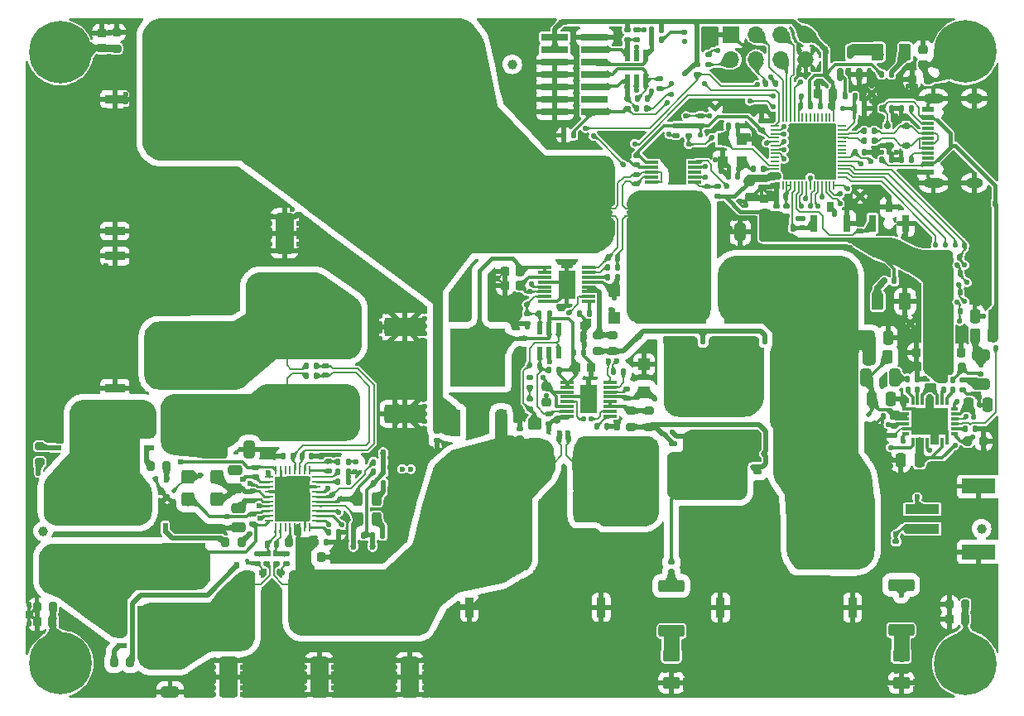
<source format=gbr>
%TF.GenerationSoftware,KiCad,Pcbnew,8.0.5*%
%TF.CreationDate,2024-12-17T17:43:04+01:00*%
%TF.ProjectId,ElonMux,456c6f6e-4d75-4782-9e6b-696361645f70,1.1*%
%TF.SameCoordinates,Original*%
%TF.FileFunction,Copper,L1,Top*%
%TF.FilePolarity,Positive*%
%FSLAX46Y46*%
G04 Gerber Fmt 4.6, Leading zero omitted, Abs format (unit mm)*
G04 Created by KiCad (PCBNEW 8.0.5) date 2024-12-17 17:43:04*
%MOMM*%
%LPD*%
G01*
G04 APERTURE LIST*
G04 Aperture macros list*
%AMRoundRect*
0 Rectangle with rounded corners*
0 $1 Rounding radius*
0 $2 $3 $4 $5 $6 $7 $8 $9 X,Y pos of 4 corners*
0 Add a 4 corners polygon primitive as box body*
4,1,4,$2,$3,$4,$5,$6,$7,$8,$9,$2,$3,0*
0 Add four circle primitives for the rounded corners*
1,1,$1+$1,$2,$3*
1,1,$1+$1,$4,$5*
1,1,$1+$1,$6,$7*
1,1,$1+$1,$8,$9*
0 Add four rect primitives between the rounded corners*
20,1,$1+$1,$2,$3,$4,$5,0*
20,1,$1+$1,$4,$5,$6,$7,0*
20,1,$1+$1,$6,$7,$8,$9,0*
20,1,$1+$1,$8,$9,$2,$3,0*%
G04 Aperture macros list end*
%TA.AperFunction,SMDPad,CuDef*%
%ADD10RoundRect,0.140000X0.140000X0.170000X-0.140000X0.170000X-0.140000X-0.170000X0.140000X-0.170000X0*%
%TD*%
%TA.AperFunction,SMDPad,CuDef*%
%ADD11RoundRect,0.140000X-0.140000X-0.170000X0.140000X-0.170000X0.140000X0.170000X-0.140000X0.170000X0*%
%TD*%
%TA.AperFunction,SMDPad,CuDef*%
%ADD12RoundRect,0.135000X-0.135000X-0.185000X0.135000X-0.185000X0.135000X0.185000X-0.135000X0.185000X0*%
%TD*%
%TA.AperFunction,SMDPad,CuDef*%
%ADD13RoundRect,0.225000X-0.250000X0.225000X-0.250000X-0.225000X0.250000X-0.225000X0.250000X0.225000X0*%
%TD*%
%TA.AperFunction,SMDPad,CuDef*%
%ADD14RoundRect,0.150000X0.150000X-0.512500X0.150000X0.512500X-0.150000X0.512500X-0.150000X-0.512500X0*%
%TD*%
%TA.AperFunction,SMDPad,CuDef*%
%ADD15RoundRect,0.250000X0.250000X0.475000X-0.250000X0.475000X-0.250000X-0.475000X0.250000X-0.475000X0*%
%TD*%
%TA.AperFunction,TestPad*%
%ADD16C,0.500000*%
%TD*%
%TA.AperFunction,FiducialPad,Global*%
%ADD17C,1.000000*%
%TD*%
%TA.AperFunction,SMDPad,CuDef*%
%ADD18RoundRect,0.250000X0.362500X1.075000X-0.362500X1.075000X-0.362500X-1.075000X0.362500X-1.075000X0*%
%TD*%
%TA.AperFunction,SMDPad,CuDef*%
%ADD19C,0.200000*%
%TD*%
%TA.AperFunction,SMDPad,CuDef*%
%ADD20R,0.200000X0.400000*%
%TD*%
%TA.AperFunction,SMDPad,CuDef*%
%ADD21RoundRect,0.250000X0.650000X-0.325000X0.650000X0.325000X-0.650000X0.325000X-0.650000X-0.325000X0*%
%TD*%
%TA.AperFunction,SMDPad,CuDef*%
%ADD22RoundRect,0.135000X-0.185000X0.135000X-0.185000X-0.135000X0.185000X-0.135000X0.185000X0.135000X0*%
%TD*%
%TA.AperFunction,ComponentPad*%
%ADD23C,0.550000*%
%TD*%
%TA.AperFunction,ComponentPad*%
%ADD24RoundRect,0.415000X2.510000X1.660000X-2.510000X1.660000X-2.510000X-1.660000X2.510000X-1.660000X0*%
%TD*%
%TA.AperFunction,ComponentPad*%
%ADD25R,0.900000X2.000000*%
%TD*%
%TA.AperFunction,ComponentPad*%
%ADD26RoundRect,0.415000X1.660000X-2.510000X1.660000X2.510000X-1.660000X2.510000X-1.660000X-2.510000X0*%
%TD*%
%TA.AperFunction,ComponentPad*%
%ADD27RoundRect,0.090000X0.910000X-0.360000X0.910000X0.360000X-0.910000X0.360000X-0.910000X-0.360000X0*%
%TD*%
%TA.AperFunction,SMDPad,CuDef*%
%ADD28RoundRect,0.135000X0.135000X0.185000X-0.135000X0.185000X-0.135000X-0.185000X0.135000X-0.185000X0*%
%TD*%
%TA.AperFunction,SMDPad,CuDef*%
%ADD29R,1.150000X0.600000*%
%TD*%
%TA.AperFunction,SMDPad,CuDef*%
%ADD30R,1.150000X0.300000*%
%TD*%
%TA.AperFunction,ComponentPad*%
%ADD31O,2.100000X1.000000*%
%TD*%
%TA.AperFunction,ComponentPad*%
%ADD32O,1.800000X1.000000*%
%TD*%
%TA.AperFunction,SMDPad,CuDef*%
%ADD33RoundRect,0.125000X0.125000X-0.300000X0.125000X0.300000X-0.125000X0.300000X-0.125000X-0.300000X0*%
%TD*%
%TA.AperFunction,SMDPad,CuDef*%
%ADD34R,4.410000X4.550000*%
%TD*%
%TA.AperFunction,SMDPad,CuDef*%
%ADD35RoundRect,0.147500X-0.147500X-0.172500X0.147500X-0.172500X0.147500X0.172500X-0.147500X0.172500X0*%
%TD*%
%TA.AperFunction,SMDPad,CuDef*%
%ADD36RoundRect,0.200000X0.275000X-0.200000X0.275000X0.200000X-0.275000X0.200000X-0.275000X-0.200000X0*%
%TD*%
%TA.AperFunction,SMDPad,CuDef*%
%ADD37RoundRect,0.250000X-0.400000X-0.625000X0.400000X-0.625000X0.400000X0.625000X-0.400000X0.625000X0*%
%TD*%
%TA.AperFunction,SMDPad,CuDef*%
%ADD38RoundRect,0.225000X0.225000X0.250000X-0.225000X0.250000X-0.225000X-0.250000X0.225000X-0.250000X0*%
%TD*%
%TA.AperFunction,SMDPad,CuDef*%
%ADD39RoundRect,0.140000X-0.170000X0.140000X-0.170000X-0.140000X0.170000X-0.140000X0.170000X0.140000X0*%
%TD*%
%TA.AperFunction,SMDPad,CuDef*%
%ADD40RoundRect,0.062500X0.375000X0.062500X-0.375000X0.062500X-0.375000X-0.062500X0.375000X-0.062500X0*%
%TD*%
%TA.AperFunction,SMDPad,CuDef*%
%ADD41RoundRect,0.062500X0.062500X0.375000X-0.062500X0.375000X-0.062500X-0.375000X0.062500X-0.375000X0*%
%TD*%
%TA.AperFunction,HeatsinkPad*%
%ADD42R,3.600000X4.600000*%
%TD*%
%TA.AperFunction,SMDPad,CuDef*%
%ADD43R,0.400000X0.200000*%
%TD*%
%TA.AperFunction,SMDPad,CuDef*%
%ADD44R,0.600000X1.250000*%
%TD*%
%TA.AperFunction,SMDPad,CuDef*%
%ADD45RoundRect,0.250000X-1.825000X-0.700000X1.825000X-0.700000X1.825000X0.700000X-1.825000X0.700000X0*%
%TD*%
%TA.AperFunction,SMDPad,CuDef*%
%ADD46RoundRect,0.200000X0.200000X0.275000X-0.200000X0.275000X-0.200000X-0.275000X0.200000X-0.275000X0*%
%TD*%
%TA.AperFunction,SMDPad,CuDef*%
%ADD47R,2.150000X2.200000*%
%TD*%
%TA.AperFunction,SMDPad,CuDef*%
%ADD48RoundRect,0.250000X0.450000X-0.350000X0.450000X0.350000X-0.450000X0.350000X-0.450000X-0.350000X0*%
%TD*%
%TA.AperFunction,ComponentPad*%
%ADD49C,0.800000*%
%TD*%
%TA.AperFunction,ComponentPad*%
%ADD50C,6.400000*%
%TD*%
%TA.AperFunction,SMDPad,CuDef*%
%ADD51R,1.400000X0.300000*%
%TD*%
%TA.AperFunction,ComponentPad*%
%ADD52RoundRect,0.090000X0.360000X0.910000X-0.360000X0.910000X-0.360000X-0.910000X0.360000X-0.910000X0*%
%TD*%
%TA.AperFunction,SMDPad,CuDef*%
%ADD53R,2.200000X2.150000*%
%TD*%
%TA.AperFunction,SMDPad,CuDef*%
%ADD54RoundRect,0.135000X0.185000X-0.135000X0.185000X0.135000X-0.185000X0.135000X-0.185000X-0.135000X0*%
%TD*%
%TA.AperFunction,SMDPad,CuDef*%
%ADD55R,0.800000X1.700000*%
%TD*%
%TA.AperFunction,SMDPad,CuDef*%
%ADD56R,0.800000X1.100000*%
%TD*%
%TA.AperFunction,SMDPad,CuDef*%
%ADD57RoundRect,0.250000X-0.475000X0.250000X-0.475000X-0.250000X0.475000X-0.250000X0.475000X0.250000X0*%
%TD*%
%TA.AperFunction,SMDPad,CuDef*%
%ADD58R,1.100000X1.300000*%
%TD*%
%TA.AperFunction,SMDPad,CuDef*%
%ADD59R,9.000000X2.500000*%
%TD*%
%TA.AperFunction,SMDPad,CuDef*%
%ADD60RoundRect,0.250000X-0.650000X0.325000X-0.650000X-0.325000X0.650000X-0.325000X0.650000X0.325000X0*%
%TD*%
%TA.AperFunction,SMDPad,CuDef*%
%ADD61RoundRect,0.250000X0.262500X0.450000X-0.262500X0.450000X-0.262500X-0.450000X0.262500X-0.450000X0*%
%TD*%
%TA.AperFunction,SMDPad,CuDef*%
%ADD62RoundRect,0.243750X-0.243750X-0.456250X0.243750X-0.456250X0.243750X0.456250X-0.243750X0.456250X0*%
%TD*%
%TA.AperFunction,SMDPad,CuDef*%
%ADD63R,0.500000X0.500000*%
%TD*%
%TA.AperFunction,SMDPad,CuDef*%
%ADD64R,0.600000X3.200000*%
%TD*%
%TA.AperFunction,SMDPad,CuDef*%
%ADD65R,1.100000X0.500000*%
%TD*%
%TA.AperFunction,SMDPad,CuDef*%
%ADD66R,0.800000X0.600000*%
%TD*%
%TA.AperFunction,SMDPad,CuDef*%
%ADD67R,3.750000X4.410000*%
%TD*%
%TA.AperFunction,SMDPad,CuDef*%
%ADD68RoundRect,0.250000X-0.250000X-0.475000X0.250000X-0.475000X0.250000X0.475000X-0.250000X0.475000X0*%
%TD*%
%TA.AperFunction,SMDPad,CuDef*%
%ADD69RoundRect,0.225000X0.250000X-0.225000X0.250000X0.225000X-0.250000X0.225000X-0.250000X-0.225000X0*%
%TD*%
%TA.AperFunction,SMDPad,CuDef*%
%ADD70RoundRect,0.200000X-0.200000X-0.275000X0.200000X-0.275000X0.200000X0.275000X-0.200000X0.275000X0*%
%TD*%
%TA.AperFunction,SMDPad,CuDef*%
%ADD71R,3.750000X2.750000*%
%TD*%
%TA.AperFunction,SMDPad,CuDef*%
%ADD72R,0.800000X0.300000*%
%TD*%
%TA.AperFunction,SMDPad,CuDef*%
%ADD73R,0.300000X0.800000*%
%TD*%
%TA.AperFunction,SMDPad,CuDef*%
%ADD74RoundRect,0.225000X-0.225000X-0.250000X0.225000X-0.250000X0.225000X0.250000X-0.225000X0.250000X0*%
%TD*%
%TA.AperFunction,SMDPad,CuDef*%
%ADD75RoundRect,0.175000X0.325000X-0.175000X0.325000X0.175000X-0.325000X0.175000X-0.325000X-0.175000X0*%
%TD*%
%TA.AperFunction,SMDPad,CuDef*%
%ADD76RoundRect,0.150000X0.150000X-0.200000X0.150000X0.200000X-0.150000X0.200000X-0.150000X-0.200000X0*%
%TD*%
%TA.AperFunction,SMDPad,CuDef*%
%ADD77RoundRect,0.250000X-0.400000X-0.450000X0.400000X-0.450000X0.400000X0.450000X-0.400000X0.450000X0*%
%TD*%
%TA.AperFunction,SMDPad,CuDef*%
%ADD78RoundRect,0.140000X0.170000X-0.140000X0.170000X0.140000X-0.170000X0.140000X-0.170000X-0.140000X0*%
%TD*%
%TA.AperFunction,SMDPad,CuDef*%
%ADD79RoundRect,0.125000X0.300000X0.125000X-0.300000X0.125000X-0.300000X-0.125000X0.300000X-0.125000X0*%
%TD*%
%TA.AperFunction,SMDPad,CuDef*%
%ADD80R,4.550000X4.410000*%
%TD*%
%TA.AperFunction,SMDPad,CuDef*%
%ADD81RoundRect,0.050000X0.050000X-0.350000X0.050000X0.350000X-0.050000X0.350000X-0.050000X-0.350000X0*%
%TD*%
%TA.AperFunction,SMDPad,CuDef*%
%ADD82RoundRect,0.050000X0.350000X-0.050000X0.350000X0.050000X-0.350000X0.050000X-0.350000X-0.050000X0*%
%TD*%
%TA.AperFunction,HeatsinkPad*%
%ADD83R,4.000000X4.000000*%
%TD*%
%TA.AperFunction,SMDPad,CuDef*%
%ADD84R,0.600000X1.150000*%
%TD*%
%TA.AperFunction,SMDPad,CuDef*%
%ADD85RoundRect,0.250000X0.325000X0.650000X-0.325000X0.650000X-0.325000X-0.650000X0.325000X-0.650000X0*%
%TD*%
%TA.AperFunction,SMDPad,CuDef*%
%ADD86RoundRect,0.250000X0.375000X0.625000X-0.375000X0.625000X-0.375000X-0.625000X0.375000X-0.625000X0*%
%TD*%
%TA.AperFunction,SMDPad,CuDef*%
%ADD87RoundRect,0.250000X0.625000X-0.375000X0.625000X0.375000X-0.625000X0.375000X-0.625000X-0.375000X0*%
%TD*%
%TA.AperFunction,SMDPad,CuDef*%
%ADD88RoundRect,0.250000X-1.075000X0.362500X-1.075000X-0.362500X1.075000X-0.362500X1.075000X0.362500X0*%
%TD*%
%TA.AperFunction,SMDPad,CuDef*%
%ADD89RoundRect,0.250000X1.075000X-0.362500X1.075000X0.362500X-1.075000X0.362500X-1.075000X-0.362500X0*%
%TD*%
%TA.AperFunction,SMDPad,CuDef*%
%ADD90RoundRect,0.200000X-0.275000X0.200000X-0.275000X-0.200000X0.275000X-0.200000X0.275000X0.200000X0*%
%TD*%
%TA.AperFunction,SMDPad,CuDef*%
%ADD91R,3.505200X0.990600*%
%TD*%
%TA.AperFunction,SMDPad,CuDef*%
%ADD92R,3.403600X1.498600*%
%TD*%
%TA.AperFunction,SMDPad,CuDef*%
%ADD93RoundRect,0.218750X0.381250X-0.218750X0.381250X0.218750X-0.381250X0.218750X-0.381250X-0.218750X0*%
%TD*%
%TA.AperFunction,SMDPad,CuDef*%
%ADD94RoundRect,0.250000X0.700000X-1.825000X0.700000X1.825000X-0.700000X1.825000X-0.700000X-1.825000X0*%
%TD*%
%TA.AperFunction,SMDPad,CuDef*%
%ADD95R,1.200000X1.200000*%
%TD*%
%TA.AperFunction,SMDPad,CuDef*%
%ADD96R,2.790000X0.740000*%
%TD*%
%TA.AperFunction,ComponentPad*%
%ADD97R,2.000000X0.900000*%
%TD*%
%TA.AperFunction,SMDPad,CuDef*%
%ADD98RoundRect,0.250000X-0.700000X1.825000X-0.700000X-1.825000X0.700000X-1.825000X0.700000X1.825000X0*%
%TD*%
%TA.AperFunction,SMDPad,CuDef*%
%ADD99R,1.425000X0.300000*%
%TD*%
%TA.AperFunction,SMDPad,CuDef*%
%ADD100R,1.753000X2.947000*%
%TD*%
%TA.AperFunction,SMDPad,CuDef*%
%ADD101R,3.200000X0.600000*%
%TD*%
%TA.AperFunction,SMDPad,CuDef*%
%ADD102R,0.500000X1.100000*%
%TD*%
%TA.AperFunction,SMDPad,CuDef*%
%ADD103R,0.600000X0.800000*%
%TD*%
%TA.AperFunction,SMDPad,CuDef*%
%ADD104R,4.410000X3.750000*%
%TD*%
%TA.AperFunction,SMDPad,CuDef*%
%ADD105RoundRect,0.250000X-0.262500X-0.450000X0.262500X-0.450000X0.262500X0.450000X-0.262500X0.450000X0*%
%TD*%
%TA.AperFunction,SMDPad,CuDef*%
%ADD106RoundRect,0.250000X-0.325000X-0.650000X0.325000X-0.650000X0.325000X0.650000X-0.325000X0.650000X0*%
%TD*%
%TA.AperFunction,SMDPad,CuDef*%
%ADD107RoundRect,0.147500X0.172500X-0.147500X0.172500X0.147500X-0.172500X0.147500X-0.172500X-0.147500X0*%
%TD*%
%TA.AperFunction,ComponentPad*%
%ADD108R,1.700000X1.700000*%
%TD*%
%TA.AperFunction,ComponentPad*%
%ADD109O,1.700000X1.700000*%
%TD*%
%TA.AperFunction,SMDPad,CuDef*%
%ADD110RoundRect,0.250000X0.475000X-0.250000X0.475000X0.250000X-0.475000X0.250000X-0.475000X-0.250000X0*%
%TD*%
%TA.AperFunction,SMDPad,CuDef*%
%ADD111RoundRect,0.125000X-0.300000X-0.125000X0.300000X-0.125000X0.300000X0.125000X-0.300000X0.125000X0*%
%TD*%
%TA.AperFunction,SMDPad,CuDef*%
%ADD112RoundRect,0.250000X-0.375000X-0.625000X0.375000X-0.625000X0.375000X0.625000X-0.375000X0.625000X0*%
%TD*%
%TA.AperFunction,SMDPad,CuDef*%
%ADD113R,1.000000X2.700000*%
%TD*%
%TA.AperFunction,SMDPad,CuDef*%
%ADD114R,5.625000X6.000000*%
%TD*%
%TA.AperFunction,ViaPad*%
%ADD115C,0.550000*%
%TD*%
%TA.AperFunction,ViaPad*%
%ADD116C,0.600000*%
%TD*%
%TA.AperFunction,Conductor*%
%ADD117C,0.400000*%
%TD*%
%TA.AperFunction,Conductor*%
%ADD118C,0.500000*%
%TD*%
%TA.AperFunction,Conductor*%
%ADD119C,0.200000*%
%TD*%
%TA.AperFunction,Conductor*%
%ADD120C,0.300000*%
%TD*%
%TA.AperFunction,Conductor*%
%ADD121C,0.250000*%
%TD*%
%TA.AperFunction,Conductor*%
%ADD122C,0.600000*%
%TD*%
%TA.AperFunction,Conductor*%
%ADD123C,1.000000*%
%TD*%
%TA.AperFunction,Conductor*%
%ADD124C,0.160000*%
%TD*%
%TA.AperFunction,Conductor*%
%ADD125C,0.700000*%
%TD*%
%TA.AperFunction,Conductor*%
%ADD126C,1.600000*%
%TD*%
%TA.AperFunction,Conductor*%
%ADD127C,1.200000*%
%TD*%
G04 APERTURE END LIST*
D10*
%TO.P,C607,2*%
%TO.N,+3V3*%
X207595000Y-92025000D03*
%TO.P,C607,1*%
%TO.N,/Project Architecture/Power - Generation/FB_3v3*%
X208555000Y-92025000D03*
%TD*%
D11*
%TO.P,C602,2*%
%TO.N,/Project Architecture/Power - Generation/BST2*%
X208555000Y-93050000D03*
%TO.P,C602,1*%
%TO.N,/Project Architecture/Power - Generation/COM2*%
X207595000Y-93050000D03*
%TD*%
D10*
%TO.P,C601,2*%
%TO.N,/Project Architecture/Power - Generation/BST1*%
X203945000Y-93050000D03*
%TO.P,C601,1*%
%TO.N,/Project Architecture/Power - Generation/COM1*%
X204905000Y-93050000D03*
%TD*%
D12*
%TO.P,R1010,1*%
%TO.N,GND*%
X203265000Y-64250000D03*
%TO.P,R1010,2*%
%TO.N,/Project Architecture/Interface - Connectors/CC2*%
X204285000Y-64250000D03*
%TD*%
D13*
%TO.P,C809,1*%
%TO.N,/Project Architecture/Power - Power Path/VCC1*%
X167025000Y-92725000D03*
%TO.P,C809,2*%
%TO.N,GND*%
X167025000Y-94275000D03*
%TD*%
D14*
%TO.P,Q1101,1,G*%
%TO.N,/Project Architecture/User - LED Indicators/LED_D0*%
X197075000Y-60775000D03*
%TO.P,Q1101,2,S*%
%TO.N,GND*%
X198975000Y-60775000D03*
%TO.P,Q1101,3,D*%
%TO.N,/Project Architecture/User - LED Indicators/LED_D1*%
X198025000Y-58500000D03*
%TD*%
D15*
%TO.P,C614,2*%
%TO.N,GND*%
X203250000Y-100250000D03*
%TO.P,C614,1*%
%TO.N,/Project Architecture/Power - Generation/ENA{slash}VCC*%
X205150000Y-100250000D03*
%TD*%
D16*
%TO.P,TP403,1,1*%
%TO.N,/Project Architecture/Interface - Connectors/MTDI*%
X179800000Y-62800000D03*
%TD*%
D17*
%TO.P,FM1202,*%
%TO.N,*%
X163500000Y-59750000D03*
%TD*%
D18*
%TO.P,R701,1*%
%TO.N,+VSUPPLY*%
X141212500Y-112900000D03*
%TO.P,R701,2*%
%TO.N,+VSUPPLY_C*%
X136587500Y-112900000D03*
%TD*%
D16*
%TO.P,TP1001,1,1*%
%TO.N,+VBUS*%
X212900707Y-74000707D03*
%TD*%
D11*
%TO.P,C409,1*%
%TO.N,GND*%
X185595000Y-71200000D03*
%TO.P,C409,2*%
%TO.N,/Project Architecture/MCU - Unit/CLOCK_IN_C*%
X186555000Y-71200000D03*
%TD*%
D16*
%TO.P,TP716,1,1*%
%TO.N,/Project Architecture/Power - Charger/BTST2*%
X128900000Y-103325000D03*
%TD*%
D10*
%TO.P,C410,1*%
%TO.N,GND*%
X186555000Y-66000000D03*
%TO.P,C410,2*%
%TO.N,/Project Architecture/MCU - Unit/CLOCK_OUT*%
X185595000Y-66000000D03*
%TD*%
D19*
%TO.P,NT801,1,1*%
%TO.N,+VSUPPLY*%
X168525000Y-99200000D03*
D20*
X168525000Y-99000000D03*
D19*
%TO.P,NT801,2,2*%
%TO.N,/Project Architecture/Power - Power Path/shunt_supply+*%
X168525000Y-98800000D03*
%TD*%
D12*
%TO.P,R819,1*%
%TO.N,/Project Architecture/Power - Power Path/ISET1*%
X172115000Y-96800000D03*
%TO.P,R819,2*%
%TO.N,GND*%
X173135000Y-96800000D03*
%TD*%
D16*
%TO.P,TP402,1,1*%
%TO.N,/Project Architecture/Interface - Connectors/MTDO*%
X179800707Y-61699293D03*
%TD*%
D21*
%TO.P,C704,1*%
%TO.N,GND*%
X128500000Y-123925000D03*
%TO.P,C704,2*%
%TO.N,+VSUPPLY_C*%
X128500000Y-120975000D03*
%TD*%
D22*
%TO.P,R402,1*%
%TO.N,+3V3*%
X181525000Y-65990000D03*
%TO.P,R402,2*%
%TO.N,/Project Architecture/MCU - Unit/SDA*%
X181525000Y-67010000D03*
%TD*%
D23*
%TO.P,J504,1,Pin_1*%
%TO.N,GND*%
X190575000Y-110828957D03*
X190575000Y-110318957D03*
X190575000Y-109808957D03*
X190575000Y-109298957D03*
X190575000Y-108788957D03*
X190575000Y-108278957D03*
X190575000Y-107768957D03*
X190125000Y-111083957D03*
X190125000Y-110573957D03*
X190125000Y-110063957D03*
X190125000Y-109553957D03*
X190125000Y-109043957D03*
X190125000Y-108533957D03*
X190125000Y-108023957D03*
X190125000Y-107513957D03*
X189675000Y-110828957D03*
X189675000Y-110318957D03*
X189675000Y-109808957D03*
X189675000Y-109298957D03*
X189675000Y-108788957D03*
X189675000Y-108278957D03*
X189675000Y-107768957D03*
X189225000Y-111083957D03*
X189225000Y-110573957D03*
X189225000Y-108023957D03*
X189225000Y-107513957D03*
X188775000Y-110828957D03*
X188775000Y-107768957D03*
X188325000Y-111083957D03*
X188325000Y-107513957D03*
D24*
X187945000Y-109298957D03*
D23*
X187565000Y-111083957D03*
X187565000Y-107513957D03*
X187115000Y-110828957D03*
X187115000Y-107768957D03*
X186665000Y-111083957D03*
X186665000Y-110573957D03*
X186665000Y-108023957D03*
X186665000Y-107513957D03*
X186215000Y-110828957D03*
X186215000Y-110318957D03*
X186215000Y-109808957D03*
X186215000Y-109298957D03*
X186215000Y-108788957D03*
X186215000Y-108278957D03*
X186215000Y-107768957D03*
X185765000Y-111083957D03*
X185765000Y-110573957D03*
X185765000Y-110063957D03*
X185765000Y-109553957D03*
X185765000Y-109043957D03*
X185765000Y-108533957D03*
X185765000Y-108023957D03*
X185765000Y-107513957D03*
X185315000Y-110828957D03*
X185315000Y-110318957D03*
X185315000Y-109808957D03*
X185315000Y-109298957D03*
X185315000Y-108788957D03*
X185315000Y-108278957D03*
X185315000Y-107768957D03*
%TO.P,J504,2,Pin_2*%
%TO.N,/Project Architecture/Power - Generation/+VOUT*%
X197775000Y-110828957D03*
X197775000Y-110318957D03*
X197775000Y-109808957D03*
X197775000Y-109298957D03*
X197775000Y-108788957D03*
X197775000Y-108278957D03*
X197775000Y-107768957D03*
X197325000Y-111083957D03*
X197325000Y-110573957D03*
X197325000Y-110063957D03*
X197325000Y-109553957D03*
X197325000Y-109043957D03*
X197325000Y-108533957D03*
X197325000Y-108023957D03*
X197325000Y-107513957D03*
X196875000Y-110828957D03*
X196875000Y-110318957D03*
X196875000Y-109808957D03*
X196875000Y-109298957D03*
X196875000Y-108788957D03*
X196875000Y-108278957D03*
X196875000Y-107768957D03*
X196425000Y-111083957D03*
X196425000Y-110573957D03*
X196425000Y-108023957D03*
X196425000Y-107513957D03*
X195975000Y-110828957D03*
X195975000Y-107768957D03*
X195525000Y-111083957D03*
X195525000Y-107513957D03*
D24*
X195145000Y-109298957D03*
D23*
X194765000Y-111083957D03*
X194765000Y-107513957D03*
X194315000Y-110828957D03*
X194315000Y-107768957D03*
X193865000Y-111083957D03*
X193865000Y-110573957D03*
X193865000Y-108023957D03*
X193865000Y-107513957D03*
X193415000Y-110828957D03*
X193415000Y-110318957D03*
X193415000Y-109808957D03*
X193415000Y-109298957D03*
X193415000Y-108788957D03*
X193415000Y-108278957D03*
X193415000Y-107768957D03*
X192965000Y-111083957D03*
X192965000Y-110573957D03*
X192965000Y-110063957D03*
X192965000Y-109553957D03*
X192965000Y-109043957D03*
X192965000Y-108533957D03*
X192965000Y-108023957D03*
X192965000Y-107513957D03*
X192515000Y-110828957D03*
X192515000Y-110318957D03*
X192515000Y-109808957D03*
X192515000Y-109298957D03*
X192515000Y-108788957D03*
X192515000Y-108278957D03*
X192515000Y-107768957D03*
D25*
%TO.P,J504,3,MP1*%
%TO.N,GND*%
X198295000Y-115298957D03*
%TO.P,J504,4,MP2*%
X184795000Y-115298957D03*
%TD*%
D23*
%TO.P,J503,1,Pin_1*%
%TO.N,GND*%
X127320000Y-76280000D03*
X127830000Y-76280000D03*
X128340000Y-76280000D03*
X128850000Y-76280000D03*
X129360000Y-76280000D03*
X129870000Y-76280000D03*
X130380000Y-76280000D03*
X127065000Y-75830000D03*
X127575000Y-75830000D03*
X128085000Y-75830000D03*
X128595000Y-75830000D03*
X129105000Y-75830000D03*
X129615000Y-75830000D03*
X130125000Y-75830000D03*
X130635000Y-75830000D03*
X127320000Y-75380000D03*
X127830000Y-75380000D03*
X128340000Y-75380000D03*
X128850000Y-75380000D03*
X129360000Y-75380000D03*
X129870000Y-75380000D03*
X130380000Y-75380000D03*
X127065000Y-74930000D03*
X127575000Y-74930000D03*
X130125000Y-74930000D03*
X130635000Y-74930000D03*
X127320000Y-74480000D03*
X130380000Y-74480000D03*
X127065000Y-74030000D03*
X130635000Y-74030000D03*
D26*
X128850000Y-73650000D03*
D23*
X127065000Y-73270000D03*
X130635000Y-73270000D03*
X127320000Y-72820000D03*
X130380000Y-72820000D03*
X127065000Y-72370000D03*
X127575000Y-72370000D03*
X130125000Y-72370000D03*
X130635000Y-72370000D03*
X127320000Y-71920000D03*
X127830000Y-71920000D03*
X128340000Y-71920000D03*
X128850000Y-71920000D03*
X129360000Y-71920000D03*
X129870000Y-71920000D03*
X130380000Y-71920000D03*
X127065000Y-71470000D03*
X127575000Y-71470000D03*
X128085000Y-71470000D03*
X128595000Y-71470000D03*
X129105000Y-71470000D03*
X129615000Y-71470000D03*
X130125000Y-71470000D03*
X130635000Y-71470000D03*
X127320000Y-71020000D03*
X127830000Y-71020000D03*
X128340000Y-71020000D03*
X128850000Y-71020000D03*
X129360000Y-71020000D03*
X129870000Y-71020000D03*
X130380000Y-71020000D03*
%TO.P,J503,2,Pin_2*%
%TO.N,/Project Architecture/Power - Power Path/+VBAT*%
X127320000Y-69080000D03*
X127830000Y-69080000D03*
X128340000Y-69080000D03*
X128850000Y-69080000D03*
X129360000Y-69080000D03*
X129870000Y-69080000D03*
X130380000Y-69080000D03*
X127065000Y-68630000D03*
X127575000Y-68630000D03*
X128085000Y-68630000D03*
X128595000Y-68630000D03*
X129105000Y-68630000D03*
X129615000Y-68630000D03*
X130125000Y-68630000D03*
X130635000Y-68630000D03*
X127320000Y-68180000D03*
X127830000Y-68180000D03*
X128340000Y-68180000D03*
X128850000Y-68180000D03*
X129360000Y-68180000D03*
X129870000Y-68180000D03*
X130380000Y-68180000D03*
X127065000Y-67730000D03*
X127575000Y-67730000D03*
X130125000Y-67730000D03*
X130635000Y-67730000D03*
X127320000Y-67280000D03*
X130380000Y-67280000D03*
X127065000Y-66830000D03*
X130635000Y-66830000D03*
D26*
X128850000Y-66450000D03*
D23*
X127065000Y-66070000D03*
X130635000Y-66070000D03*
X127320000Y-65620000D03*
X130380000Y-65620000D03*
X127065000Y-65170000D03*
X127575000Y-65170000D03*
X130125000Y-65170000D03*
X130635000Y-65170000D03*
X127320000Y-64720000D03*
X127830000Y-64720000D03*
X128340000Y-64720000D03*
X128850000Y-64720000D03*
X129360000Y-64720000D03*
X129870000Y-64720000D03*
X130380000Y-64720000D03*
X127065000Y-64270000D03*
X127575000Y-64270000D03*
X128085000Y-64270000D03*
X128595000Y-64270000D03*
X129105000Y-64270000D03*
X129615000Y-64270000D03*
X130125000Y-64270000D03*
X130635000Y-64270000D03*
X127320000Y-63820000D03*
X127830000Y-63820000D03*
X128340000Y-63820000D03*
X128850000Y-63820000D03*
X129360000Y-63820000D03*
X129870000Y-63820000D03*
X130380000Y-63820000D03*
D27*
%TO.P,J503,3,MP1*%
%TO.N,GND*%
X122850000Y-76800000D03*
%TO.P,J503,4,MP2*%
X122850000Y-63300000D03*
%TD*%
D28*
%TO.P,R707,1*%
%TO.N,/Project Architecture/Power - Charger/SRP*%
X143460000Y-91600000D03*
%TO.P,R707,2*%
%TO.N,/Project Architecture/Power - Charger/OUT+*%
X142440000Y-91600000D03*
%TD*%
D16*
%TO.P,TP407,1,1*%
%TO.N,/Project Architecture/MCU - Unit/SPI_MISO*%
X197025000Y-73000000D03*
%TD*%
D29*
%TO.P,J1002,A1_B12,GND*%
%TO.N,GND*%
X205995000Y-70750000D03*
%TO.P,J1002,A4_B9,+VBUS*%
%TO.N,+VBUS*%
X205995000Y-69950000D03*
D30*
%TO.P,J1002,A5,CC1*%
%TO.N,/Project Architecture/Interface - Connectors/CC1*%
X205995000Y-68800000D03*
%TO.P,J1002,A6,D+*%
%TO.N,/Project Architecture/Interface - Connectors/USB_C+*%
X205995000Y-67800000D03*
%TO.P,J1002,A7,D-*%
%TO.N,/Project Architecture/Interface - Connectors/USB_C-*%
X205995000Y-67300000D03*
%TO.P,J1002,A8,SBU1*%
%TO.N,unconnected-(J1002-SBU1-PadA8)*%
X205995000Y-66300000D03*
D29*
%TO.P,J1002,B1_A12,GND*%
%TO.N,GND*%
X205995000Y-64350000D03*
%TO.P,J1002,B4_A9,+VBUS*%
%TO.N,+VBUS*%
X205995000Y-65150000D03*
D30*
%TO.P,J1002,B5,CC2*%
%TO.N,/Project Architecture/Interface - Connectors/CC2*%
X205995000Y-65800000D03*
%TO.P,J1002,B6,D+*%
%TO.N,/Project Architecture/Interface - Connectors/USB_C+*%
X205995000Y-66800000D03*
%TO.P,J1002,B7,D-*%
%TO.N,/Project Architecture/Interface - Connectors/USB_C-*%
X205995000Y-68300000D03*
%TO.P,J1002,B8,SBU2*%
%TO.N,unconnected-(J1002-SBU2-PadB8)*%
X205995000Y-69300000D03*
D31*
%TO.P,J1002,SH1,SHELL*%
%TO.N,GND*%
X206570000Y-71870000D03*
%TO.P,J1002,SH2,SHELL*%
X206570000Y-63230000D03*
D32*
%TO.P,J1002,SH3,SHELL*%
X210750000Y-71870000D03*
%TO.P,J1002,SH4,SHELL*%
X210750000Y-63230000D03*
%TD*%
D33*
%TO.P,Q804,1,S*%
%TO.N,/Project Architecture/Power - Power Path/SOURCE2*%
X185505000Y-87950000D03*
%TO.P,Q804,2,S*%
X186775000Y-87950000D03*
%TO.P,Q804,3,S*%
X188045000Y-87950000D03*
%TO.P,Q804,4,G*%
%TO.N,/Project Architecture/Power - Power Path/GATE2*%
X189315000Y-87950000D03*
D34*
%TO.P,Q804,5,D*%
%TO.N,/Project Architecture/Power - Generation/+VOUT*%
X187410000Y-84000000D03*
%TD*%
D35*
%TO.P,L402,1,1*%
%TO.N,/Project Architecture/MCU - Unit/CLOCK_IN_C*%
X188190000Y-70400000D03*
%TO.P,L402,2,2*%
%TO.N,/Project Architecture/MCU - Unit/CLOCK_IN*%
X189160000Y-70400000D03*
%TD*%
D11*
%TO.P,C407,1*%
%TO.N,+3V3*%
X198525000Y-68750000D03*
%TO.P,C407,2*%
%TO.N,GND*%
X199485000Y-68750000D03*
%TD*%
D17*
%TO.P,FM1203,*%
%TO.N,*%
X211500000Y-107250000D03*
%TD*%
D12*
%TO.P,R605,1*%
%TO.N,+3V3*%
X208265000Y-85000000D03*
%TO.P,R605,2*%
%TO.N,/Project Architecture/MCU - Unit/VALID2*%
X209285000Y-85000000D03*
%TD*%
D16*
%TO.P,TP408,1,1*%
%TO.N,/Project Architecture/MCU - Unit/SPI_CLK*%
X197775707Y-72500707D03*
%TD*%
D36*
%TO.P,R1204,1*%
%TO.N,Net-(C1204-Pad1)*%
X123012500Y-58125000D03*
%TO.P,R1204,2*%
%TO.N,GND*%
X123012500Y-56475000D03*
%TD*%
D16*
%TO.P,TP602,1,1*%
%TO.N,/Project Architecture/Power - Generation/PVIN1*%
X199950000Y-95550000D03*
%TD*%
%TO.P,TP711,1,1*%
%TO.N,/Project Architecture/Power - Charger/STAT2*%
X145900000Y-104200000D03*
%TD*%
D37*
%TO.P,R805,1*%
%TO.N,+VSUPPLY*%
X167225000Y-100550000D03*
%TO.P,R805,2*%
%TO.N,/Project Architecture/Power - Power Path/+VSUPPLY_O*%
X170325000Y-100550000D03*
%TD*%
D10*
%TO.P,C802,1*%
%TO.N,/Project Architecture/Power - Power Path/shunt_bat-*%
X174255000Y-79500000D03*
%TO.P,C802,2*%
%TO.N,/Project Architecture/Power - Power Path/shunt_bat+*%
X173295000Y-79500000D03*
%TD*%
D17*
%TO.P,FM1201,*%
%TO.N,*%
X115500000Y-107500000D03*
%TD*%
D38*
%TO.P,C811,1*%
%TO.N,/Project Architecture/Power - Power Path/VCC2*%
X164300000Y-82400000D03*
%TO.P,C811,2*%
%TO.N,GND*%
X162750000Y-82400000D03*
%TD*%
D22*
%TO.P,R817,1*%
%TO.N,/Project Architecture/Power - Power Path/OUTA*%
X167275000Y-95490000D03*
%TO.P,R817,2*%
%TO.N,GND*%
X167275000Y-96510000D03*
%TD*%
D39*
%TO.P,C714,1*%
%TO.N,/Project Architecture/Power - Charger/ACN*%
X137400000Y-109820000D03*
%TO.P,C714,2*%
%TO.N,GND*%
X137400000Y-110780000D03*
%TD*%
D40*
%TO.P,U701,1,SCL*%
%TO.N,/Project Architecture/MCU - Unit/SCL*%
X143462500Y-106425000D03*
%TO.P,U701,2,SDA*%
%TO.N,/Project Architecture/MCU - Unit/SDA*%
X143462500Y-105925000D03*
%TO.P,U701,3,~{INT}*%
%TO.N,/Project Architecture/MCU - Unit/INTn*%
X143462500Y-105425000D03*
%TO.P,U701,4,STAT1*%
%TO.N,/Project Architecture/Power - Charger/STAT1*%
X143462500Y-104925000D03*
%TO.P,U701,5,STAT2*%
%TO.N,/Project Architecture/Power - Charger/STAT2*%
X143462500Y-104425000D03*
%TO.P,U701,6,~{PG}*%
%TO.N,/Project Architecture/MCU - Unit/PGn*%
X143462500Y-103925000D03*
%TO.P,U701,7,~{CE}*%
%TO.N,/Project Architecture/Power - Charger/CEn*%
X143462500Y-103425000D03*
%TO.P,U701,8,TS*%
%TO.N,GND*%
X143462500Y-102925000D03*
%TO.P,U701,9,ICHG*%
%TO.N,/Project Architecture/Power - Charger/ICHG*%
X143462500Y-102425000D03*
%TO.P,U701,10,ILIM_HIZ*%
%TO.N,/Project Architecture/Power - Charger/ILIM_HIZ*%
X143462500Y-101925000D03*
D41*
%TO.P,U701,11,FBG*%
%TO.N,/Project Architecture/Power - Charger/FBG*%
X142775000Y-101237500D03*
%TO.P,U701,12,FB*%
%TO.N,/Project Architecture/Power - Charger/FB*%
X142275000Y-101237500D03*
%TO.P,U701,13,SRN*%
%TO.N,/Project Architecture/Power - Charger/SRN*%
X141775000Y-101237500D03*
%TO.P,U701,14,SRP*%
%TO.N,/Project Architecture/Power - Charger/SRP*%
X141275000Y-101237500D03*
%TO.P,U701,15,NC*%
%TO.N,unconnected-(U701-NC-Pad15)*%
X140775000Y-101237500D03*
%TO.P,U701,16,NC*%
%TO.N,unconnected-(U701-NC-Pad16)*%
X140275000Y-101237500D03*
%TO.P,U701,17,PGND*%
%TO.N,GND*%
X139775000Y-101237500D03*
%TO.P,U701,18,SW2*%
%TO.N,/Project Architecture/Power - Charger/SW2*%
X139275000Y-101237500D03*
D40*
%TO.P,U701,19,HIDRV2*%
%TO.N,/Project Architecture/Power - Charger/HIDRV2*%
X138587500Y-101925000D03*
%TO.P,U701,20,BTST2*%
%TO.N,/Project Architecture/Power - Charger/BTST2*%
X138587500Y-102425000D03*
%TO.P,U701,21,LODRV2*%
%TO.N,/Project Architecture/Power - Charger/LODRV2*%
X138587500Y-102925000D03*
%TO.P,U701,22,PGND*%
%TO.N,GND*%
X138587500Y-103425000D03*
%TO.P,U701,23,DRV_SUP*%
%TO.N,/Project Architecture/Power - Charger/DRV_SUP*%
X138587500Y-103925000D03*
%TO.P,U701,24,REGN*%
%TO.N,/Project Architecture/Power - Charger/REGN*%
X138587500Y-104425000D03*
%TO.P,U701,25,LODRV1*%
%TO.N,/Project Architecture/Power - Charger/LODRV1*%
X138587500Y-104925000D03*
%TO.P,U701,26,BTST1*%
%TO.N,/Project Architecture/Power - Charger/BTST1*%
X138587500Y-105425000D03*
%TO.P,U701,27,HIDRV1*%
%TO.N,/Project Architecture/Power - Charger/HIDRV1*%
X138587500Y-105925000D03*
%TO.P,U701,28,SW1*%
%TO.N,/Project Architecture/Power - Charger/SW1*%
X138587500Y-106425000D03*
D41*
%TO.P,U701,29,ACN*%
%TO.N,/Project Architecture/Power - Charger/ACN*%
X139275000Y-107112500D03*
%TO.P,U701,30,ACP*%
%TO.N,/Project Architecture/Power - Charger/ACP*%
X139775000Y-107112500D03*
%TO.P,U701,31,NC*%
%TO.N,unconnected-(U701-NC-Pad31)*%
X140275000Y-107112500D03*
%TO.P,U701,32,VAC*%
%TO.N,/Project Architecture/Power - Charger/VAC*%
X140775000Y-107112500D03*
%TO.P,U701,33,VAC*%
%TO.N,+VSUPPLY*%
X141275000Y-107112500D03*
%TO.P,U701,34,ACUV*%
X141775000Y-107112500D03*
%TO.P,U701,35,ACOV*%
%TO.N,GND*%
X142275000Y-107112500D03*
%TO.P,U701,36,FSW_SYNC*%
%TO.N,/Project Architecture/Power - Charger/FSW_SYNC*%
X142775000Y-107112500D03*
D42*
%TO.P,U701,37,Thermal_Pad*%
%TO.N,GND*%
X141025000Y-104175000D03*
%TD*%
D10*
%TO.P,C715,1*%
%TO.N,/Project Architecture/Power - Charger/SRP*%
X141060000Y-99800000D03*
%TO.P,C715,2*%
%TO.N,GND*%
X140100000Y-99800000D03*
%TD*%
D16*
%TO.P,TP802,1,1*%
%TO.N,/Project Architecture/Power - Power Path/OUTA*%
X166275000Y-90499000D03*
%TD*%
D22*
%TO.P,R1013,1*%
%TO.N,/Project Architecture/Interface - Connectors/U0TXD*%
X183550000Y-58740000D03*
%TO.P,R1013,2*%
%TO.N,/Project Architecture/Interface - Connectors/U0TXD_C*%
X183550000Y-59760000D03*
%TD*%
D16*
%TO.P,TP409,1,1*%
%TO.N,/Project Architecture/MCU - Unit/SCL*%
X152229561Y-101123540D03*
%TD*%
%TO.P,TP401,1,1*%
%TO.N,/Project Architecture/Interface - Connectors/MTCK*%
X181100000Y-56450000D03*
%TD*%
D19*
%TO.P,NT805,1,1*%
%TO.N,/Project Architecture/Power - Power Path/+VBAT*%
X173500000Y-75250000D03*
D43*
X173700000Y-75250000D03*
D19*
%TO.P,NT805,2,2*%
%TO.N,/Project Architecture/Power - Power Path/shunt_bat+*%
X173900000Y-75250000D03*
%TD*%
D22*
%TO.P,R718,1*%
%TO.N,/Project Architecture/Power - Charger/CEn*%
X202750000Y-108540000D03*
%TO.P,R718,2*%
%TO.N,GND*%
X202750000Y-109560000D03*
%TD*%
D16*
%TO.P,TP710,1,1*%
%TO.N,/Project Architecture/Power - Charger/STAT1*%
X147250000Y-109100000D03*
%TD*%
%TO.P,TP420,1,1*%
%TO.N,/Project Architecture/MCU - Unit/IMON2*%
X193499175Y-73503873D03*
%TD*%
D28*
%TO.P,R602,1*%
%TO.N,+3V3*%
X202585000Y-81900000D03*
%TO.P,R602,2*%
%TO.N,Net-(LED601-A)*%
X201565000Y-81900000D03*
%TD*%
D44*
%TO.P,IC803,1,OUTA*%
%TO.N,/Project Architecture/Power - Power Path/OUTA*%
X166325000Y-89250000D03*
%TO.P,IC803,2,GND*%
%TO.N,GND*%
X167275000Y-89250000D03*
%TO.P,IC803,3,INA*%
%TO.N,/Project Architecture/Power - Power Path/INX*%
X168225000Y-89250000D03*
%TO.P,IC803,4,INB*%
X168225000Y-86750000D03*
%TO.P,IC803,5,VDD*%
%TO.N,/Project Architecture/Power - Power Path/VDD*%
X167275000Y-86750000D03*
%TO.P,IC803,6,OUTB*%
%TO.N,/Project Architecture/Power - Power Path/OUTB*%
X166325000Y-86750000D03*
%TD*%
D22*
%TO.P,R1005,1*%
%TO.N,/Project Architecture/Interface - Connectors/MTMS*%
X176250000Y-56190000D03*
%TO.P,R1005,2*%
%TO.N,/Project Architecture/Interface - Connectors/MTMS_C*%
X176250000Y-57210000D03*
%TD*%
D45*
%TO.P,C708,1*%
%TO.N,/Project Architecture/Power - Charger/+VCHARGE_O*%
X145525000Y-86600000D03*
%TO.P,C708,2*%
%TO.N,GND*%
X152475000Y-86600000D03*
%TD*%
D16*
%TO.P,TP605,1,1*%
%TO.N,GND*%
X204200000Y-86250000D03*
%TD*%
%TO.P,TP705,1,1*%
%TO.N,/Project Architecture/Power - Charger/HIDRV2*%
X128150000Y-102226000D03*
%TD*%
%TO.P,TP707,1,1*%
%TO.N,/Project Architecture/Power - Charger/LODRV2*%
X115025000Y-101550000D03*
%TD*%
D46*
%TO.P,R704,1*%
%TO.N,/Project Architecture/Power - Charger/HIDRV2*%
X128150000Y-100850000D03*
%TO.P,R704,2*%
%TO.N,/Project Architecture/Power - Charger/HIDRV2_M*%
X126500000Y-100850000D03*
%TD*%
D47*
%TO.P,D502,1,1*%
%TO.N,/Project Architecture/Power - Charger/+VCHARGE_O*%
X133500000Y-88700000D03*
%TO.P,D502,2,2*%
%TO.N,GND*%
X133500000Y-84300000D03*
%TD*%
D11*
%TO.P,C1002,1*%
%TO.N,+VBUS*%
X201315000Y-69500000D03*
%TO.P,C1002,2*%
%TO.N,GND*%
X202275000Y-69500000D03*
%TD*%
D16*
%TO.P,TP604,1,1*%
%TO.N,+3V3*%
X206275000Y-85450000D03*
%TD*%
D48*
%TO.P,R810,1*%
%TO.N,+VSUPPLY*%
X165775000Y-98500000D03*
%TO.P,R810,2*%
%TO.N,/Project Architecture/Power - Power Path/INX*%
X165775000Y-96500000D03*
%TD*%
D16*
%TO.P,TP811,1,1*%
%TO.N,/Project Architecture/Power - Power Path/+VBAT*%
X150875000Y-76175000D03*
%TD*%
%TO.P,TP709,1,1*%
%TO.N,/Project Architecture/Power - Charger/SW2*%
X124500000Y-97750000D03*
%TD*%
D28*
%TO.P,R708,1*%
%TO.N,/Project Architecture/Power - Charger/SRN*%
X143460000Y-90600000D03*
%TO.P,R708,2*%
%TO.N,/Project Architecture/Power - Charger/OUT-*%
X142440000Y-90600000D03*
%TD*%
D49*
%TO.P,H1203,1,1*%
%TO.N,Net-(C1203-Pad1)*%
X207427944Y-121052944D03*
X208130888Y-119355888D03*
X208130888Y-122750000D03*
X209827944Y-118652944D03*
D50*
X209827944Y-121052944D03*
D49*
X209827944Y-123452944D03*
X211525000Y-119355888D03*
X211525000Y-122750000D03*
X212227944Y-121052944D03*
%TD*%
D51*
%TO.P,U901,1,CS*%
%TO.N,/Project Architecture/MCU - Unit/SPI_NCS*%
X182175000Y-71750000D03*
%TO.P,U901,2,MOSI*%
%TO.N,/Project Architecture/MCU - Unit/SPI_MOSI*%
X182175000Y-71250000D03*
%TO.P,U901,3,ALERT*%
%TO.N,/Project Architecture/Sensing - Battery/ALERT*%
X182175000Y-70750000D03*
%TO.P,U901,4,MISO*%
%TO.N,/Project Architecture/MCU - Unit/SPI_MISO*%
X182175000Y-70250000D03*
%TO.P,U901,5,SCLK*%
%TO.N,/Project Architecture/MCU - Unit/SPI_CLK*%
X182175000Y-69750000D03*
%TO.P,U901,6,VS*%
%TO.N,+3V3*%
X177775000Y-69750000D03*
%TO.P,U901,7,GND*%
%TO.N,GND*%
X177775000Y-70250000D03*
%TO.P,U901,8,VBUS*%
%TO.N,/Project Architecture/Sensing - Battery/shunt_bat+*%
X177775000Y-70750000D03*
%TO.P,U901,9,IN-*%
%TO.N,/Project Architecture/Sensing - Battery/shunt_bat-*%
X177775000Y-71250000D03*
%TO.P,U901,10,IN+*%
%TO.N,/Project Architecture/Sensing - Battery/shunt_bat+*%
X177775000Y-71750000D03*
%TD*%
D36*
%TO.P,R801,1*%
%TO.N,/Project Architecture/Power - Power Path/GATE1*%
X177525000Y-96825000D03*
%TO.P,R801,2*%
%TO.N,/Project Architecture/Power - Power Path/TGDN1*%
X177525000Y-95175000D03*
%TD*%
D28*
%TO.P,R1003,1*%
%TO.N,+3V3*%
X178750000Y-56200000D03*
%TO.P,R1003,2*%
%TO.N,/Project Architecture/Interface - Connectors/MTCK_C*%
X177730000Y-56200000D03*
%TD*%
D16*
%TO.P,TP807,1,1*%
%TO.N,/Project Architecture/Power - Power Path/GATE2*%
X176299293Y-87650707D03*
%TD*%
D46*
%TO.P,R712,1*%
%TO.N,+VSUPPLY*%
X142325000Y-108600000D03*
%TO.P,R712,2*%
%TO.N,/Project Architecture/Power - Charger/VAC*%
X140675000Y-108600000D03*
%TD*%
D11*
%TO.P,C807,1*%
%TO.N,/Project Architecture/Power - Power Path/VDD*%
X169795000Y-89250000D03*
%TO.P,C807,2*%
%TO.N,GND*%
X170755000Y-89250000D03*
%TD*%
D22*
%TO.P,R706,1*%
%TO.N,/Project Architecture/Power - Charger/ACN*%
X138400000Y-109790000D03*
%TO.P,R706,2*%
%TO.N,/Project Architecture/Power - Charger/IN-*%
X138400000Y-110810000D03*
%TD*%
%TO.P,R401,1*%
%TO.N,+3V3*%
X180275000Y-65990000D03*
%TO.P,R401,2*%
%TO.N,/Project Architecture/MCU - Unit/SCL*%
X180275000Y-67010000D03*
%TD*%
D23*
%TO.P,J501,1,Pin_1*%
%TO.N,GND*%
X172081394Y-110810000D03*
X172081394Y-110300000D03*
X172081394Y-109790000D03*
X172081394Y-109280000D03*
X172081394Y-108770000D03*
X172081394Y-108260000D03*
X172081394Y-107750000D03*
X171631394Y-111065000D03*
X171631394Y-110555000D03*
X171631394Y-110045000D03*
X171631394Y-109535000D03*
X171631394Y-109025000D03*
X171631394Y-108515000D03*
X171631394Y-108005000D03*
X171631394Y-107495000D03*
X171181394Y-110810000D03*
X171181394Y-110300000D03*
X171181394Y-109790000D03*
X171181394Y-109280000D03*
X171181394Y-108770000D03*
X171181394Y-108260000D03*
X171181394Y-107750000D03*
X170731394Y-111065000D03*
X170731394Y-110555000D03*
X170731394Y-108005000D03*
X170731394Y-107495000D03*
X170281394Y-110810000D03*
X170281394Y-107750000D03*
X169831394Y-111065000D03*
X169831394Y-107495000D03*
D24*
X169451394Y-109280000D03*
D23*
X169071394Y-111065000D03*
X169071394Y-107495000D03*
X168621394Y-110810000D03*
X168621394Y-107750000D03*
X168171394Y-111065000D03*
X168171394Y-110555000D03*
X168171394Y-108005000D03*
X168171394Y-107495000D03*
X167721394Y-110810000D03*
X167721394Y-110300000D03*
X167721394Y-109790000D03*
X167721394Y-109280000D03*
X167721394Y-108770000D03*
X167721394Y-108260000D03*
X167721394Y-107750000D03*
X167271394Y-111065000D03*
X167271394Y-110555000D03*
X167271394Y-110045000D03*
X167271394Y-109535000D03*
X167271394Y-109025000D03*
X167271394Y-108515000D03*
X167271394Y-108005000D03*
X167271394Y-107495000D03*
X166821394Y-110810000D03*
X166821394Y-110300000D03*
X166821394Y-109790000D03*
X166821394Y-109280000D03*
X166821394Y-108770000D03*
X166821394Y-108260000D03*
X166821394Y-107750000D03*
%TO.P,J501,2,Pin_2*%
%TO.N,+VSUPPLY*%
X164881394Y-110810000D03*
X164881394Y-110300000D03*
X164881394Y-109790000D03*
X164881394Y-109280000D03*
X164881394Y-108770000D03*
X164881394Y-108260000D03*
X164881394Y-107750000D03*
X164431394Y-111065000D03*
X164431394Y-110555000D03*
X164431394Y-110045000D03*
X164431394Y-109535000D03*
X164431394Y-109025000D03*
X164431394Y-108515000D03*
X164431394Y-108005000D03*
X164431394Y-107495000D03*
X163981394Y-110810000D03*
X163981394Y-110300000D03*
X163981394Y-109790000D03*
X163981394Y-109280000D03*
X163981394Y-108770000D03*
X163981394Y-108260000D03*
X163981394Y-107750000D03*
X163531394Y-111065000D03*
X163531394Y-110555000D03*
X163531394Y-108005000D03*
X163531394Y-107495000D03*
X163081394Y-110810000D03*
X163081394Y-107750000D03*
X162631394Y-111065000D03*
X162631394Y-107495000D03*
D24*
X162251394Y-109280000D03*
D23*
X161871394Y-111065000D03*
X161871394Y-107495000D03*
X161421394Y-110810000D03*
X161421394Y-107750000D03*
X160971394Y-111065000D03*
X160971394Y-110555000D03*
X160971394Y-108005000D03*
X160971394Y-107495000D03*
X160521394Y-110810000D03*
X160521394Y-110300000D03*
X160521394Y-109790000D03*
X160521394Y-109280000D03*
X160521394Y-108770000D03*
X160521394Y-108260000D03*
X160521394Y-107750000D03*
X160071394Y-111065000D03*
X160071394Y-110555000D03*
X160071394Y-110045000D03*
X160071394Y-109535000D03*
X160071394Y-109025000D03*
X160071394Y-108515000D03*
X160071394Y-108005000D03*
X160071394Y-107495000D03*
X159621394Y-110810000D03*
X159621394Y-110300000D03*
X159621394Y-109790000D03*
X159621394Y-109280000D03*
X159621394Y-108770000D03*
X159621394Y-108260000D03*
X159621394Y-107750000D03*
D52*
%TO.P,J501,3,MP1*%
%TO.N,GND*%
X172601394Y-115280000D03*
%TO.P,J501,4,MP2*%
X159101394Y-115280000D03*
%TD*%
D53*
%TO.P,D504,1,1*%
%TO.N,/Project Architecture/Power - Generation/+VOUT*%
X193675000Y-104600000D03*
%TO.P,D504,2,2*%
%TO.N,GND*%
X189275000Y-104600000D03*
%TD*%
D49*
%TO.P,H1202,1,1*%
%TO.N,Net-(C1202-Pad1)*%
X114862500Y-121000000D03*
X115565444Y-119302944D03*
X115565444Y-122697056D03*
X117262500Y-118600000D03*
D50*
X117262500Y-121000000D03*
D49*
X117262500Y-123400000D03*
X118959556Y-119302944D03*
X118959556Y-122697056D03*
X119662500Y-121000000D03*
%TD*%
D54*
%TO.P,R1007,1*%
%TO.N,/Project Architecture/Interface - Connectors/MTDO*%
X178550000Y-62260000D03*
%TO.P,R1007,2*%
%TO.N,/Project Architecture/Interface - Connectors/MTDO_C*%
X178550000Y-61240000D03*
%TD*%
D55*
%TO.P,S402,1*%
%TO.N,/Project Architecture/MCU - Unit/GPIO0*%
X200325000Y-76000000D03*
%TO.P,S402,2*%
%TO.N,GND*%
X203725000Y-76000000D03*
D56*
%TO.P,S402,3*%
X202025000Y-74350000D03*
%TD*%
D57*
%TO.P,C720,1*%
%TO.N,/Project Architecture/Power - Charger/REGN*%
X135450000Y-105150000D03*
%TO.P,C720,2*%
%TO.N,GND*%
X135450000Y-107050000D03*
%TD*%
D16*
%TO.P,TP412,1,1*%
%TO.N,/Project Architecture/MCU - Unit/LED_DBG*%
X197275000Y-64250000D03*
%TD*%
D12*
%TO.P,R1009,1*%
%TO.N,GND*%
X203265000Y-69500000D03*
%TO.P,R1009,2*%
%TO.N,/Project Architecture/Interface - Connectors/CC1*%
X204285000Y-69500000D03*
%TD*%
D16*
%TO.P,TP706,1,1*%
%TO.N,/Project Architecture/Power - Charger/LODRV1*%
X136650000Y-107750000D03*
%TD*%
D54*
%TO.P,R1001,1*%
%TO.N,+3V3*%
X175250000Y-64260000D03*
%TO.P,R1001,2*%
%TO.N,/Project Architecture/Interface - Connectors/MTDI_C*%
X175250000Y-63240000D03*
%TD*%
D12*
%TO.P,R610,2*%
%TO.N,GND*%
X210860000Y-97050000D03*
%TO.P,R610,1*%
%TO.N,/Project Architecture/Power - Generation/RT_G*%
X209840000Y-97050000D03*
%TD*%
D58*
%TO.P,Y401,1,IN/OUT*%
%TO.N,/Project Architecture/MCU - Unit/CLOCK_IN_C*%
X186925000Y-69712500D03*
%TO.P,Y401,2,GND*%
%TO.N,GND*%
X186925000Y-67412500D03*
%TO.P,Y401,3,OUT/IN*%
%TO.N,/Project Architecture/MCU - Unit/CLOCK_OUT*%
X185025000Y-67412500D03*
%TO.P,Y401,4,GND*%
%TO.N,GND*%
X185025000Y-69712500D03*
%TD*%
D59*
%TO.P,L701,1,1*%
%TO.N,/Project Architecture/Power - Charger/SW1*%
X120200000Y-111200000D03*
%TO.P,L701,2,2*%
%TO.N,/Project Architecture/Power - Charger/SW2*%
X120200000Y-104800000D03*
%TD*%
D60*
%TO.P,C611,2*%
%TO.N,Net-(C611-Pad2)*%
X211400000Y-92450000D03*
%TO.P,C611,1*%
%TO.N,/Project Architecture/Power - Generation/PVIN2*%
X211400000Y-89500000D03*
%TD*%
D33*
%TO.P,Q803,1,S*%
%TO.N,/Project Architecture/Power - Power Path/SOURCE2*%
X179215000Y-87950000D03*
%TO.P,Q803,2,S*%
X180485000Y-87950000D03*
%TO.P,Q803,3,S*%
X181755000Y-87950000D03*
%TO.P,Q803,4,G*%
%TO.N,/Project Architecture/Power - Power Path/GATE2*%
X183025000Y-87950000D03*
D34*
%TO.P,Q803,5,D*%
%TO.N,/Project Architecture/Power - Power Path/+VBAT_O*%
X181120000Y-84000000D03*
%TD*%
D54*
%TO.P,R406,1*%
%TO.N,+3V3*%
X182775000Y-66010000D03*
%TO.P,R406,2*%
%TO.N,/Project Architecture/MCU - Unit/INTn*%
X182775000Y-64990000D03*
%TD*%
D38*
%TO.P,C401,1*%
%TO.N,+3V3*%
X196300000Y-62750000D03*
%TO.P,C401,2*%
%TO.N,GND*%
X194750000Y-62750000D03*
%TD*%
%TO.P,C1203,1*%
%TO.N,Net-(C1203-Pad1)*%
X209790000Y-116500000D03*
%TO.P,C1203,2*%
%TO.N,GND*%
X208240000Y-116500000D03*
%TD*%
D10*
%TO.P,C709,1*%
%TO.N,/Project Architecture/Power - Charger/ACP*%
X139380000Y-108800000D03*
%TO.P,C709,2*%
%TO.N,/Project Architecture/Power - Charger/ACN*%
X138420000Y-108800000D03*
%TD*%
D61*
%TO.P,FB602,2*%
%TO.N,/Project Architecture/Power - Generation/PVIN2*%
X210837500Y-87450000D03*
%TO.P,FB602,1*%
%TO.N,+VBUS*%
X212662500Y-87450000D03*
%TD*%
D54*
%TO.P,R409,1*%
%TO.N,+3V3*%
X199000000Y-77810000D03*
%TO.P,R409,2*%
%TO.N,/Project Architecture/MCU - Unit/GPIO0*%
X199000000Y-76790000D03*
%TD*%
D46*
%TO.P,R709,1*%
%TO.N,/Project Architecture/Power - Charger/LODRV1*%
X135800000Y-108600000D03*
%TO.P,R709,2*%
%TO.N,/Project Architecture/Power - Charger/LODRV1_M*%
X134150000Y-108600000D03*
%TD*%
D62*
%TO.P,LED702,1,K*%
%TO.N,/Project Architecture/Power - Charger/STAT1*%
X147737500Y-106275000D03*
%TO.P,LED702,2,A*%
%TO.N,/Project Architecture/Power - Charger/LED_STAT1*%
X149612500Y-106275000D03*
%TD*%
D16*
%TO.P,TP803,1,1*%
%TO.N,/Project Architecture/Power - Power Path/SOURCE2*%
X184925000Y-92350000D03*
%TD*%
D28*
%TO.P,R1008,1*%
%TO.N,/Project Architecture/Interface - Connectors/MTDI*%
X177260000Y-64250000D03*
%TO.P,R1008,2*%
%TO.N,/Project Architecture/Interface - Connectors/MTDI_C*%
X176240000Y-64250000D03*
%TD*%
D22*
%TO.P,R818,1*%
%TO.N,/Project Architecture/Power - Power Path/OUTB*%
X165025000Y-85240000D03*
%TO.P,R818,2*%
%TO.N,GND*%
X165025000Y-86260000D03*
%TD*%
D16*
%TO.P,TP717,1,1*%
%TO.N,+3V3*%
X149207500Y-109092500D03*
%TD*%
%TO.P,TP422,1,1*%
%TO.N,GND*%
X184275000Y-64250000D03*
%TD*%
%TO.P,TP719,1,1*%
%TO.N,GND*%
X135100000Y-78100000D03*
%TD*%
D46*
%TO.P,R1201,1*%
%TO.N,Net-(C1201-Pad1)*%
X206025000Y-61300000D03*
%TO.P,R1201,2*%
%TO.N,GND*%
X204375000Y-61300000D03*
%TD*%
D63*
%TO.P,Q704,1,S*%
%TO.N,GND*%
X116520000Y-95170000D03*
D64*
X117070000Y-96360000D03*
D63*
X116520000Y-96440000D03*
X116520000Y-97710000D03*
D65*
%TO.P,Q704,2,G*%
%TO.N,/Project Architecture/Power - Charger/LODRV2_M*%
X116820000Y-98980000D03*
D66*
%TO.P,Q704,3,D*%
%TO.N,/Project Architecture/Power - Charger/SW2*%
X122520000Y-95170000D03*
X122520000Y-96440000D03*
D67*
X120245000Y-97075000D03*
D66*
X122520000Y-97710000D03*
X122520000Y-98980000D03*
%TD*%
D68*
%TO.P,C612,2*%
%TO.N,GND*%
X212075000Y-94550000D03*
%TO.P,C612,1*%
%TO.N,/Project Architecture/Power - Generation/PVIN2*%
X210175000Y-94550000D03*
%TD*%
D69*
%TO.P,C404,1*%
%TO.N,+3V3*%
X189275000Y-75025000D03*
%TO.P,C404,2*%
%TO.N,GND*%
X189275000Y-73475000D03*
%TD*%
D16*
%TO.P,TP810,1,1*%
%TO.N,+VSUPPLY*%
X164025000Y-100500000D03*
%TD*%
D28*
%TO.P,R722,1*%
%TO.N,+3V3*%
X150310000Y-101450000D03*
%TO.P,R722,2*%
%TO.N,/Project Architecture/Power - Charger/STAT2*%
X149290000Y-101450000D03*
%TD*%
D16*
%TO.P,TP808,1,1*%
%TO.N,/Project Architecture/Power - Power Path/VCC1*%
X166621322Y-91752920D03*
%TD*%
D70*
%TO.P,R607,2*%
%TO.N,/Project Architecture/Power - Generation/FB_3v3*%
X209475000Y-90725000D03*
%TO.P,R607,1*%
%TO.N,+3V3*%
X207825000Y-90725000D03*
%TD*%
D54*
%TO.P,R403,1*%
%TO.N,+3V3*%
X184525000Y-73260000D03*
%TO.P,R403,2*%
%TO.N,/Project Architecture/MCU - Unit/SPI_NCS*%
X184525000Y-72240000D03*
%TD*%
D19*
%TO.P,NT901,1,1*%
%TO.N,/Project Architecture/Power - Power Path/+VBAT*%
X173500000Y-74500000D03*
D43*
X173700000Y-74500000D03*
D19*
%TO.P,NT901,2,2*%
%TO.N,/Project Architecture/Sensing - Battery/shunt_bat+*%
X173900000Y-74500000D03*
%TD*%
D28*
%TO.P,R812,1*%
%TO.N,/Project Architecture/Power - Power Path/VDD*%
X167285000Y-85250000D03*
%TO.P,R812,2*%
%TO.N,/Project Architecture/Power - Power Path/OUTB*%
X166265000Y-85250000D03*
%TD*%
D13*
%TO.P,C411,1*%
%TO.N,+3V3*%
X187775000Y-71725000D03*
%TO.P,C411,2*%
%TO.N,GND*%
X187775000Y-73275000D03*
%TD*%
D16*
%TO.P,TP813,1,1*%
%TO.N,/Project Architecture/Power - Power Path/+VBAT_O*%
X179775000Y-77000000D03*
%TD*%
%TO.P,TP405,1,1*%
%TO.N,/Project Architecture/MCU - Unit/SPI_NCS*%
X195186782Y-73341892D03*
%TD*%
%TO.P,TP703,1,1*%
%TO.N,+VSUPPLY_C*%
X126500000Y-120900000D03*
%TD*%
%TO.P,TP801,1,1*%
%TO.N,/Project Architecture/Power - Power Path/SOURCE1*%
X184775000Y-101750000D03*
%TD*%
D28*
%TO.P,R404,1*%
%TO.N,+3V3*%
X194035000Y-64000000D03*
%TO.P,R404,2*%
%TO.N,/Project Architecture/MCU - Unit/FAULT2*%
X193015000Y-64000000D03*
%TD*%
D16*
%TO.P,TP701,1,1*%
%TO.N,+VCHARGE*%
X139750000Y-95750000D03*
%TD*%
D71*
%TO.P,IC601,29,PGND_3*%
%TO.N,GND*%
X206200000Y-96250000D03*
D72*
%TO.P,IC601,28,~{VALID1}*%
%TO.N,/Project Architecture/MCU - Unit/VALID1*%
X203700000Y-97500000D03*
%TO.P,IC601,27,PWM/SYNC*%
%TO.N,GND*%
X203700000Y-97000000D03*
%TO.P,IC601,26,VIN2*%
%TO.N,/Project Architecture/Power - Generation/PVIN2*%
X203700000Y-96500000D03*
%TO.P,IC601,25,VIN1*%
%TO.N,/Project Architecture/Power - Generation/PVIN1*%
X203700000Y-96000000D03*
%TO.P,IC601,24,PVIN1*%
X203700000Y-95500000D03*
%TO.P,IC601,23,DIODE*%
%TO.N,GND*%
X203700000Y-95000000D03*
D73*
%TO.P,IC601,22,BST1*%
%TO.N,/Project Architecture/Power - Generation/BST1*%
X204450000Y-94250000D03*
%TO.P,IC601,21,COM1*%
%TO.N,/Project Architecture/Power - Generation/COM1*%
X204950000Y-94250000D03*
%TO.P,IC601,20,SW_2*%
%TO.N,/Project Architecture/Power - Generation/SW_3V3*%
X205450000Y-94250000D03*
%TO.P,IC601,19,PGND_2*%
%TO.N,GND*%
X205950000Y-94250000D03*
%TO.P,IC601,18,PGND_1*%
X206450000Y-94250000D03*
%TO.P,IC601,17,SW_1*%
%TO.N,/Project Architecture/Power - Generation/SW_3V3*%
X206950000Y-94250000D03*
%TO.P,IC601,16,COM2*%
%TO.N,/Project Architecture/Power - Generation/COM2*%
X207450000Y-94250000D03*
%TO.P,IC601,15,BST2*%
%TO.N,/Project Architecture/Power - Generation/BST2*%
X207950000Y-94250000D03*
D72*
%TO.P,IC601,14,ENA*%
%TO.N,/Project Architecture/Power - Generation/ENA{slash}VCC*%
X208700000Y-95000000D03*
%TO.P,IC601,13,PVIN2*%
%TO.N,/Project Architecture/Power - Generation/PVIN2*%
X208700000Y-95500000D03*
%TO.P,IC601,12,~{PRIORITY}*%
%TO.N,/Project Architecture/MCU - Unit/PRIORITY*%
X208700000Y-96000000D03*
%TO.P,IC601,11,PGOOD*%
%TO.N,/Project Architecture/MCU - Unit/PGOOD*%
X208700000Y-96500000D03*
%TO.P,IC601,10,RT*%
%TO.N,/Project Architecture/Power - Generation/RT_G*%
X208700000Y-97000000D03*
%TO.P,IC601,9,FB*%
%TO.N,/Project Architecture/Power - Generation/FB_3v3*%
X208700000Y-97500000D03*
D73*
%TO.P,IC601,8,GND*%
%TO.N,GND*%
X207950000Y-98250000D03*
%TO.P,IC601,7,VREF*%
%TO.N,/Project Architecture/Power - Generation/ENA{slash}VCC*%
X207450000Y-98250000D03*
%TO.P,IC601,6,VSET2*%
%TO.N,GND*%
X206950000Y-98250000D03*
%TO.P,IC601,5,VSET1*%
X206450000Y-98250000D03*
%TO.P,IC601,4,EXTVCC*%
%TO.N,+3V3*%
X205950000Y-98250000D03*
%TO.P,IC601,3,PVCC*%
%TO.N,/Project Architecture/Power - Generation/ENA{slash}VCC*%
X205450000Y-98250000D03*
%TO.P,IC601,2,VCC*%
X204950000Y-98250000D03*
%TO.P,IC601,1,~{VALID2}*%
%TO.N,/Project Architecture/MCU - Unit/VALID2*%
X204450000Y-98250000D03*
%TD*%
D74*
%TO.P,C808,1*%
%TO.N,/Project Architecture/Power - Power Path/VDD*%
X170000000Y-90750000D03*
%TO.P,C808,2*%
%TO.N,GND*%
X171550000Y-90750000D03*
%TD*%
D75*
%TO.P,D1002,1,GND*%
%TO.N,GND*%
X202075000Y-68050000D03*
D76*
%TO.P,D1002,2,I/O1*%
%TO.N,/Project Architecture/Interface - Connectors/USB_C-*%
X203775000Y-68050000D03*
%TO.P,D1002,3,I/O2*%
%TO.N,/Project Architecture/Interface - Connectors/USB_C+*%
X203775000Y-66050000D03*
%TO.P,D1002,4,VCC*%
%TO.N,+VBUS*%
X201875000Y-66050000D03*
%TD*%
D16*
%TO.P,TP421,1,1*%
%TO.N,/Project Architecture/MCU - Unit/PGn*%
X145050000Y-103800000D03*
%TD*%
D39*
%TO.P,C412,1*%
%TO.N,+3V3*%
X189025000Y-71320000D03*
%TO.P,C412,2*%
%TO.N,GND*%
X189025000Y-72280000D03*
%TD*%
D77*
%TO.P,D701,1*%
%TO.N,/Project Architecture/Power - Charger/BTST1*%
X130350000Y-104250000D03*
%TO.P,D701,2*%
%TO.N,/Project Architecture/Power - Charger/DRV_SUP*%
X133250000Y-104250000D03*
%TD*%
D12*
%TO.P,R604,1*%
%TO.N,+3V3*%
X208265000Y-83050000D03*
%TO.P,R604,2*%
%TO.N,/Project Architecture/MCU - Unit/VALID1*%
X209285000Y-83050000D03*
%TD*%
%TO.P,R711,1*%
%TO.N,/Project Architecture/Power - Charger/FB*%
X145690000Y-100400000D03*
%TO.P,R711,2*%
%TO.N,/Project Architecture/Power - Charger/+VCHARGE_O*%
X146710000Y-100400000D03*
%TD*%
D37*
%TO.P,R806,1*%
%TO.N,/Project Architecture/Power - Power Path/+VBAT*%
X172925000Y-74750000D03*
%TO.P,R806,2*%
%TO.N,/Project Architecture/Power - Power Path/+VBAT_O*%
X176025000Y-74750000D03*
%TD*%
D78*
%TO.P,C405,1*%
%TO.N,+3V3*%
X190505000Y-75230000D03*
%TO.P,C405,2*%
%TO.N,GND*%
X190505000Y-74270000D03*
%TD*%
D39*
%TO.P,C713,1*%
%TO.N,/Project Architecture/Power - Charger/ACP*%
X140400000Y-109820000D03*
%TO.P,C713,2*%
%TO.N,GND*%
X140400000Y-110780000D03*
%TD*%
D22*
%TO.P,R1004,1*%
%TO.N,+3V3*%
X175250000Y-56190000D03*
%TO.P,R1004,2*%
%TO.N,/Project Architecture/Interface - Connectors/MTMS_C*%
X175250000Y-57210000D03*
%TD*%
D36*
%TO.P,R807,1*%
%TO.N,/Project Architecture/Power - Power Path/GATE2*%
X172275000Y-89075000D03*
%TO.P,R807,2*%
%TO.N,/Project Architecture/Power - Power Path/TGDN2*%
X172275000Y-87425000D03*
%TD*%
D12*
%TO.P,R717,1*%
%TO.N,/Project Architecture/Power - Charger/ILIM_HIZ*%
X145690000Y-101400000D03*
%TO.P,R717,2*%
%TO.N,GND*%
X146710000Y-101400000D03*
%TD*%
D54*
%TO.P,R713,1*%
%TO.N,/Project Architecture/Power - Charger/FBG*%
X144700000Y-101360000D03*
%TO.P,R713,2*%
%TO.N,/Project Architecture/Power - Charger/FB*%
X144700000Y-100340000D03*
%TD*%
D69*
%TO.P,C1204,1*%
%TO.N,Net-(C1204-Pad1)*%
X121512500Y-58075000D03*
%TO.P,C1204,2*%
%TO.N,GND*%
X121512500Y-56525000D03*
%TD*%
D79*
%TO.P,Q801,1,S*%
%TO.N,/Project Architecture/Power - Power Path/SOURCE1*%
X179975000Y-102310000D03*
%TO.P,Q801,2,S*%
X179975000Y-101040000D03*
%TO.P,Q801,3,S*%
X179975000Y-99770000D03*
%TO.P,Q801,4,G*%
%TO.N,/Project Architecture/Power - Power Path/GATE1*%
X179975000Y-98500000D03*
D80*
%TO.P,Q801,5,D*%
%TO.N,/Project Architecture/Power - Power Path/+VSUPPLY_O*%
X176025000Y-100405000D03*
%TD*%
D39*
%TO.P,C711,1*%
%TO.N,/Project Architecture/Power - Charger/SW2*%
X137225000Y-100970000D03*
%TO.P,C711,2*%
%TO.N,/Project Architecture/Power - Charger/BTST2*%
X137225000Y-101930000D03*
%TD*%
%TO.P,C803,1*%
%TO.N,/Project Architecture/Power - Power Path/BST_D1*%
X175237000Y-92920000D03*
%TO.P,C803,2*%
%TO.N,/Project Architecture/Power - Power Path/TS1*%
X175237000Y-93880000D03*
%TD*%
D12*
%TO.P,R1011,1*%
%TO.N,/Project Architecture/Interface - Connectors/USB_D-*%
X199515000Y-67550000D03*
%TO.P,R1011,2*%
%TO.N,/Project Architecture/Interface - Connectors/USB_C-*%
X200535000Y-67550000D03*
%TD*%
D54*
%TO.P,R816,1*%
%TO.N,Net-(R815-Pad2)*%
X165275000Y-92760000D03*
%TO.P,R816,2*%
%TO.N,GND*%
X165275000Y-91740000D03*
%TD*%
D70*
%TO.P,R608,2*%
%TO.N,GND*%
X211725000Y-98300000D03*
%TO.P,R608,1*%
%TO.N,/Project Architecture/Power - Generation/FB_3v3*%
X210075000Y-98300000D03*
%TD*%
D12*
%TO.P,R1102,1*%
%TO.N,/Project Architecture/User - LED Indicators/LED_D0*%
X197515000Y-63000000D03*
%TO.P,R1102,2*%
%TO.N,/Project Architecture/MCU - Unit/LED_DBG*%
X198535000Y-63000000D03*
%TD*%
D36*
%TO.P,R804,1*%
%TO.N,/Project Architecture/Power - Power Path/GATE1*%
X175625000Y-96825000D03*
%TO.P,R804,2*%
%TO.N,/Project Architecture/Power - Power Path/TGDN1*%
X175625000Y-95175000D03*
%TD*%
D22*
%TO.P,R802,1*%
%TO.N,/Project Architecture/Power - Power Path/SOURCE1*%
X179775000Y-110680000D03*
%TO.P,R802,2*%
%TO.N,/Project Architecture/Power - Power Path/LED_S1*%
X179775000Y-111700000D03*
%TD*%
D19*
%TO.P,NT703,1,1*%
%TO.N,/Project Architecture/Power - Charger/OUT+*%
X140450000Y-91850000D03*
D20*
X140450000Y-92050000D03*
D19*
%TO.P,NT703,2,2*%
%TO.N,+VCHARGE*%
X140450000Y-92250000D03*
%TD*%
D16*
%TO.P,TP712,1,1*%
%TO.N,/Project Architecture/Power - Charger/CEn*%
X144650000Y-103100000D03*
%TD*%
D12*
%TO.P,R715,1*%
%TO.N,/Project Architecture/Power - Charger/FSW_SYNC*%
X144690000Y-107600000D03*
%TO.P,R715,2*%
%TO.N,GND*%
X145710000Y-107600000D03*
%TD*%
D28*
%TO.P,R721,1*%
%TO.N,+3V3*%
X148250000Y-107950000D03*
%TO.P,R721,2*%
%TO.N,/Project Architecture/Power - Charger/STAT1*%
X147230000Y-107950000D03*
%TD*%
D78*
%TO.P,C413,1*%
%TO.N,/Project Architecture/MCU - Unit/CHUP_PU*%
X193125000Y-76480000D03*
%TO.P,C413,2*%
%TO.N,GND*%
X193125000Y-75520000D03*
%TD*%
D81*
%TO.P,U401,1,LNA_IN*%
%TO.N,/Project Architecture/MCU - Unit/LNA_IN*%
X191175000Y-72100000D03*
%TO.P,U401,2,VDD3P3*%
%TO.N,/Project Architecture/MCU - Unit/VDD3P3*%
X191575000Y-72100000D03*
%TO.P,U401,3,VDD3P3*%
X191975000Y-72100000D03*
%TO.P,U401,4,CHIP_PU*%
%TO.N,/Project Architecture/MCU - Unit/CHUP_PU*%
X192375000Y-72100000D03*
%TO.P,U401,5,GPIO0*%
%TO.N,/Project Architecture/MCU - Unit/GPIO0*%
X192775000Y-72100000D03*
%TO.P,U401,6,GPIO1*%
%TO.N,/Project Architecture/MCU - Unit/IMON1*%
X193175000Y-72100000D03*
%TO.P,U401,7,GPIO2*%
%TO.N,/Project Architecture/MCU - Unit/IMON2*%
X193575000Y-72100000D03*
%TO.P,U401,8,GPIO3*%
%TO.N,/Project Architecture/MCU - Unit/GPIO3*%
X193975000Y-72100000D03*
%TO.P,U401,9,GPIO4*%
%TO.N,/Project Architecture/MCU - Unit/SCL*%
X194375000Y-72100000D03*
%TO.P,U401,10,GPIO5*%
%TO.N,/Project Architecture/MCU - Unit/SDA*%
X194775000Y-72100000D03*
%TO.P,U401,11,GPIO6*%
%TO.N,/Project Architecture/MCU - Unit/SPI_NCS*%
X195175000Y-72100000D03*
%TO.P,U401,12,GPIO7*%
%TO.N,/Project Architecture/MCU - Unit/SPI_MOSI*%
X195575000Y-72100000D03*
%TO.P,U401,13,GPIO8*%
%TO.N,/Project Architecture/MCU - Unit/SPI_MISO*%
X195975000Y-72100000D03*
%TO.P,U401,14,GPIO9*%
%TO.N,/Project Architecture/MCU - Unit/SPI_CLK*%
X196375000Y-72100000D03*
D82*
%TO.P,U401,15,GPIO10*%
%TO.N,/Project Architecture/MCU - Unit/VALID2*%
X197225000Y-71250000D03*
%TO.P,U401,16,GPIO11*%
%TO.N,/Project Architecture/MCU - Unit/VALID1*%
X197225000Y-70850000D03*
%TO.P,U401,17,GPIO12*%
%TO.N,/Project Architecture/MCU - Unit/PRIORITY*%
X197225000Y-70450000D03*
%TO.P,U401,18,GPIO13*%
%TO.N,/Project Architecture/MCU - Unit/PGOOD*%
X197225000Y-70050000D03*
%TO.P,U401,19,GPIO14*%
%TO.N,/Project Architecture/MCU - Unit/INTn*%
X197225000Y-69650000D03*
%TO.P,U401,20,VDD3P3_RTC*%
%TO.N,+3V3*%
X197225000Y-69250000D03*
%TO.P,U401,21,XTAL_32K_P*%
%TO.N,/Project Architecture/MCU - Unit/XTAL_32K_P*%
X197225000Y-68850000D03*
%TO.P,U401,22,XTAL_32K_N*%
%TO.N,/Project Architecture/MCU - Unit/XTAL_32K_N*%
X197225000Y-68450000D03*
%TO.P,U401,23,GPIO17*%
%TO.N,/Project Architecture/MCU - Unit/GPIO17*%
X197225000Y-68050000D03*
%TO.P,U401,24,GPIO18*%
%TO.N,/Project Architecture/MCU - Unit/GPIO18*%
X197225000Y-67650000D03*
%TO.P,U401,25,GPIO19/USB_D-*%
%TO.N,/Project Architecture/Interface - Connectors/USB_D-*%
X197225000Y-67250000D03*
%TO.P,U401,26,GPIO20/USB_D+*%
%TO.N,/Project Architecture/Interface - Connectors/USB_D+*%
X197225000Y-66850000D03*
%TO.P,U401,27,GPIO21*%
%TO.N,/Project Architecture/MCU - Unit/LED_DBG*%
X197225000Y-66450000D03*
%TO.P,U401,28,SPICS1*%
%TO.N,/Project Architecture/MCU - Unit/SPICS1*%
X197225000Y-66050000D03*
D81*
%TO.P,U401,29,VDD_SPI*%
%TO.N,+3V3*%
X196375000Y-65200000D03*
%TO.P,U401,30,SPIHD*%
%TO.N,/Project Architecture/MCU - Unit/SPIHD*%
X195975000Y-65200000D03*
%TO.P,U401,31,SPIWP*%
%TO.N,/Project Architecture/MCU - Unit/SPIWP*%
X195575000Y-65200000D03*
%TO.P,U401,32,SPICS0*%
%TO.N,/Project Architecture/MCU - Unit/SPICS0*%
X195175000Y-65200000D03*
%TO.P,U401,33,SPICLK*%
%TO.N,/Project Architecture/MCU - Unit/SPICLK*%
X194775000Y-65200000D03*
%TO.P,U401,34,SPIQ*%
%TO.N,/Project Architecture/MCU - Unit/SPIQ*%
X194375000Y-65200000D03*
%TO.P,U401,35,SPID*%
%TO.N,/Project Architecture/MCU - Unit/SPID*%
X193975000Y-65200000D03*
%TO.P,U401,36,SPICLK_N*%
%TO.N,/Project Architecture/MCU - Unit/SPICLK_N*%
X193575000Y-65200000D03*
%TO.P,U401,37,SPICLK_P*%
%TO.N,/Project Architecture/MCU - Unit/SPICLK_P*%
X193175000Y-65200000D03*
%TO.P,U401,38,GPIO33*%
%TO.N,/Project Architecture/MCU - Unit/FAULT2*%
X192775000Y-65200000D03*
%TO.P,U401,39,GPIO34*%
%TO.N,/Project Architecture/MCU - Unit/FAULT1*%
X192375000Y-65200000D03*
%TO.P,U401,40,GPIO35*%
%TO.N,/Project Architecture/Interface - Connectors/GPIO35*%
X191975000Y-65200000D03*
%TO.P,U401,41,GPIO36*%
%TO.N,/Project Architecture/Interface - Connectors/GPIO36*%
X191575000Y-65200000D03*
%TO.P,U401,42,GPIO37*%
%TO.N,/Project Architecture/Interface - Connectors/GPIO37*%
X191175000Y-65200000D03*
D82*
%TO.P,U401,43,GPIO38*%
%TO.N,/Project Architecture/MCU - Unit/PGn*%
X190325000Y-66050000D03*
%TO.P,U401,44,MTCK*%
%TO.N,/Project Architecture/Interface - Connectors/MTCK*%
X190325000Y-66450000D03*
%TO.P,U401,45,MTDO*%
%TO.N,/Project Architecture/Interface - Connectors/MTDO*%
X190325000Y-66850000D03*
%TO.P,U401,46,VDD3P3_CPU*%
%TO.N,+3V3*%
X190325000Y-67250000D03*
%TO.P,U401,47,MTDI*%
%TO.N,/Project Architecture/Interface - Connectors/MTDI*%
X190325000Y-67650000D03*
%TO.P,U401,48,MTMS*%
%TO.N,/Project Architecture/Interface - Connectors/MTMS*%
X190325000Y-68050000D03*
%TO.P,U401,49,U0TXD*%
%TO.N,/Project Architecture/Interface - Connectors/U0TXD*%
X190325000Y-68450000D03*
%TO.P,U401,50,U0RXD*%
%TO.N,/Project Architecture/Interface - Connectors/U0RXD*%
X190325000Y-68850000D03*
%TO.P,U401,51,GPIO45*%
%TO.N,/Project Architecture/MCU - Unit/GPIO45*%
X190325000Y-69250000D03*
%TO.P,U401,52,GPIO46*%
%TO.N,/Project Architecture/MCU - Unit/GPIO46*%
X190325000Y-69650000D03*
%TO.P,U401,53,XTAL_N*%
%TO.N,/Project Architecture/MCU - Unit/CLOCK_OUT*%
X190325000Y-70050000D03*
%TO.P,U401,54,XTAL_P*%
%TO.N,/Project Architecture/MCU - Unit/CLOCK_IN*%
X190325000Y-70450000D03*
%TO.P,U401,55,VDDA*%
%TO.N,+3V3*%
X190325000Y-70850000D03*
%TO.P,U401,56,VDDA*%
X190325000Y-71250000D03*
D83*
%TO.P,U401,57,GND*%
%TO.N,GND*%
X193775000Y-68650000D03*
%TD*%
D16*
%TO.P,TP413,1,1*%
%TO.N,/Project Architecture/MCU - Unit/PRIORITY*%
X208775000Y-78250000D03*
%TD*%
D11*
%TO.P,C716,1*%
%TO.N,/Project Architecture/Power - Charger/SRN*%
X142000000Y-99800000D03*
%TO.P,C716,2*%
%TO.N,GND*%
X142960000Y-99800000D03*
%TD*%
D19*
%TO.P,NT704,1,1*%
%TO.N,/Project Architecture/Power - Charger/OUT-*%
X140450000Y-90500000D03*
D20*
X140450000Y-90300000D03*
D19*
%TO.P,NT704,2,2*%
%TO.N,/Project Architecture/Power - Charger/+VCHARGE_O*%
X140450000Y-90100000D03*
%TD*%
D16*
%TO.P,TP713,1,1*%
%TO.N,/Project Architecture/Power - Charger/DRV_SUP*%
X134250000Y-103950000D03*
%TD*%
D12*
%TO.P,R719,1*%
%TO.N,+3V3*%
X149290000Y-102600000D03*
%TO.P,R719,2*%
%TO.N,/Project Architecture/Power - Charger/LED_STAT2*%
X150310000Y-102600000D03*
%TD*%
D53*
%TO.P,D501,1,1*%
%TO.N,+VSUPPLY*%
X163600000Y-104800000D03*
%TO.P,D501,2,2*%
%TO.N,GND*%
X168000000Y-104800000D03*
%TD*%
D74*
%TO.P,C608,2*%
%TO.N,+3V3*%
X206400000Y-89200000D03*
%TO.P,C608,1*%
%TO.N,GND*%
X204850000Y-89200000D03*
%TD*%
D84*
%TO.P,D1001,1,I/O1*%
%TO.N,/Project Architecture/Interface - Connectors/MTCK_C*%
X177150000Y-58800000D03*
%TO.P,D1001,2,VSS*%
%TO.N,GND*%
X176200000Y-58800000D03*
%TO.P,D1001,3,I/O2*%
%TO.N,/Project Architecture/Interface - Connectors/MTMS_C*%
X175250000Y-58800000D03*
%TO.P,D1001,4,I/O3*%
%TO.N,/Project Architecture/Interface - Connectors/MTDI_C*%
X175250000Y-61400000D03*
%TO.P,D1001,5,VCC*%
%TO.N,+3V3*%
X176200000Y-61400000D03*
%TO.P,D1001,6,I/O4*%
%TO.N,/Project Architecture/Interface - Connectors/MTDO_C*%
X177150000Y-61400000D03*
%TD*%
D10*
%TO.P,C406,1*%
%TO.N,/Project Architecture/MCU - Unit/VDD3P3*%
X191485000Y-73250000D03*
%TO.P,C406,2*%
%TO.N,GND*%
X190525000Y-73250000D03*
%TD*%
D85*
%TO.P,C403,1*%
%TO.N,+3V3*%
X189775000Y-76900000D03*
%TO.P,C403,2*%
%TO.N,GND*%
X186825000Y-76900000D03*
%TD*%
D16*
%TO.P,TP416,1,1*%
%TO.N,/Project Architecture/MCU - Unit/PGOOD*%
X209775000Y-78250000D03*
%TD*%
D12*
%TO.P,R1101,1*%
%TO.N,+3V3*%
X201265000Y-60750000D03*
%TO.P,R1101,2*%
%TO.N,/Project Architecture/User - LED Indicators/LED_D2*%
X202285000Y-60750000D03*
%TD*%
D46*
%TO.P,R1203,1*%
%TO.N,Net-(C1203-Pad1)*%
X209850000Y-115000000D03*
%TO.P,R1203,2*%
%TO.N,GND*%
X208200000Y-115000000D03*
%TD*%
D86*
%TO.P,LED601,1,K*%
%TO.N,GND*%
X203675000Y-84000000D03*
%TO.P,LED601,2,A*%
%TO.N,Net-(LED601-A)*%
X200875000Y-84000000D03*
%TD*%
D28*
%TO.P,R601,1*%
%TO.N,GND*%
X204935000Y-91900000D03*
%TO.P,R601,2*%
%TO.N,Net-(C604-Pad2)*%
X203915000Y-91900000D03*
%TD*%
D87*
%TO.P,LED801,1,K*%
%TO.N,GND*%
X179775000Y-123000000D03*
%TO.P,LED801,2,A*%
%TO.N,/Project Architecture/Power - Power Path/LED_S2*%
X179775000Y-120200000D03*
%TD*%
D88*
%TO.P,R808,1*%
%TO.N,/Project Architecture/Power - Power Path/SOURCE2*%
X203275000Y-112987500D03*
%TO.P,R808,2*%
%TO.N,/Project Architecture/Power - Power Path/LED_B*%
X203275000Y-117612500D03*
%TD*%
D10*
%TO.P,C402,1*%
%TO.N,+3V3*%
X196005000Y-64000000D03*
%TO.P,C402,2*%
%TO.N,GND*%
X195045000Y-64000000D03*
%TD*%
D39*
%TO.P,C805,1*%
%TO.N,/Project Architecture/Power - Power Path/+VBAT*%
X155775000Y-97270000D03*
%TO.P,C805,2*%
%TO.N,GND*%
X155775000Y-98230000D03*
%TD*%
D16*
%TO.P,TP718,1,1*%
%TO.N,GND*%
X128225000Y-103925000D03*
%TD*%
D47*
%TO.P,D503,1,1*%
%TO.N,/Project Architecture/Power - Power Path/+VBAT*%
X133600000Y-67700000D03*
%TO.P,D503,2,2*%
%TO.N,GND*%
X133600000Y-72100000D03*
%TD*%
D11*
%TO.P,C718,1*%
%TO.N,+VSUPPLY*%
X143470000Y-108600000D03*
%TO.P,C718,2*%
%TO.N,GND*%
X144430000Y-108600000D03*
%TD*%
D39*
%TO.P,C613,2*%
%TO.N,GND*%
X202550000Y-97680000D03*
%TO.P,C613,1*%
%TO.N,/Project Architecture/Power - Generation/PVIN2*%
X202550000Y-96720000D03*
%TD*%
D46*
%TO.P,R703,1*%
%TO.N,/Project Architecture/Power - Charger/HIDRV1*%
X124425000Y-120900000D03*
%TO.P,R703,2*%
%TO.N,/Project Architecture/Power - Charger/HIDRV1_M*%
X122775000Y-120900000D03*
%TD*%
D49*
%TO.P,H1201,1,1*%
%TO.N,Net-(C1201-Pad1)*%
X207427944Y-58447056D03*
X208130888Y-56750000D03*
X208130888Y-60144112D03*
X209827944Y-56047056D03*
D50*
X209827944Y-58447056D03*
D49*
X209827944Y-60847056D03*
X211525000Y-56750000D03*
X211525000Y-60144112D03*
X212227944Y-58447056D03*
%TD*%
D78*
%TO.P,C712,1*%
%TO.N,/Project Architecture/Power - Charger/SRP*%
X144400000Y-91550000D03*
%TO.P,C712,2*%
%TO.N,/Project Architecture/Power - Charger/SRN*%
X144400000Y-90590000D03*
%TD*%
D89*
%TO.P,R702,1*%
%TO.N,+VCHARGE*%
X140400000Y-93362500D03*
%TO.P,R702,2*%
%TO.N,/Project Architecture/Power - Charger/+VCHARGE_O*%
X140400000Y-88737500D03*
%TD*%
D10*
%TO.P,C606,2*%
%TO.N,GND*%
X201420000Y-95750000D03*
%TO.P,C606,1*%
%TO.N,/Project Architecture/Power - Generation/PVIN1*%
X202380000Y-95750000D03*
%TD*%
D90*
%TO.P,R809,1*%
%TO.N,/Project Architecture/Power - Power Path/TGDN2*%
X173775000Y-87425000D03*
%TO.P,R809,2*%
%TO.N,/Project Architecture/Power - Power Path/GATE2*%
X173775000Y-89075000D03*
%TD*%
D91*
%TO.P,J701,1,Pin_1*%
%TO.N,/Project Architecture/Power - Charger/CEn*%
X205444700Y-107250001D03*
%TO.P,J701,2,Pin_2*%
%TO.N,+3V3*%
X205444700Y-105249999D03*
D92*
%TO.P,J701,3,MP1*%
%TO.N,GND*%
X211194701Y-109600001D03*
%TO.P,J701,4,MP2*%
X211194701Y-102899999D03*
%TD*%
D10*
%TO.P,C801,1*%
%TO.N,/Project Architecture/Power - Power Path/shunt_supply-*%
X169255000Y-98000000D03*
%TO.P,C801,2*%
%TO.N,/Project Architecture/Power - Power Path/shunt_supply+*%
X168295000Y-98000000D03*
%TD*%
D15*
%TO.P,C610,2*%
%TO.N,GND*%
X210800000Y-85500000D03*
%TO.P,C610,1*%
%TO.N,+VBUS*%
X212700000Y-85500000D03*
%TD*%
D16*
%TO.P,TP714,1,1*%
%TO.N,/Project Architecture/Power - Charger/REGN*%
X136200000Y-104400000D03*
%TD*%
%TO.P,TP406,1,1*%
%TO.N,/Project Architecture/MCU - Unit/SPI_MOSI*%
X197025000Y-74000000D03*
%TD*%
D46*
%TO.P,R1202,1*%
%TO.N,Net-(C1202-Pad1)*%
X116525000Y-115250000D03*
%TO.P,R1202,2*%
%TO.N,GND*%
X114875000Y-115250000D03*
%TD*%
D78*
%TO.P,C408,1*%
%TO.N,+3V3*%
X189025000Y-66480000D03*
%TO.P,C408,2*%
%TO.N,GND*%
X189025000Y-65520000D03*
%TD*%
D16*
%TO.P,TP812,1,1*%
%TO.N,GND*%
X170875000Y-87600000D03*
%TD*%
D93*
%TO.P,L601,1,1*%
%TO.N,/Project Architecture/Power - Generation/SW_3V3*%
X206250000Y-92812500D03*
%TO.P,L601,2,2*%
%TO.N,+3V3*%
X206250000Y-90687500D03*
%TD*%
D38*
%TO.P,C609,2*%
%TO.N,+3V3*%
X207875000Y-89200000D03*
%TO.P,C609,1*%
%TO.N,GND*%
X209425000Y-89200000D03*
%TD*%
D87*
%TO.P,LED802,1,K*%
%TO.N,GND*%
X203275000Y-123000000D03*
%TO.P,LED802,2,A*%
%TO.N,/Project Architecture/Power - Power Path/LED_B*%
X203275000Y-120200000D03*
%TD*%
D16*
%TO.P,TP809,1,1*%
%TO.N,/Project Architecture/Power - Power Path/VCC2*%
X165269862Y-82987702D03*
%TD*%
D94*
%TO.P,C707,1*%
%TO.N,/Project Architecture/Power - Charger/+VCHARGE_O*%
X140200000Y-83975000D03*
%TO.P,C707,2*%
%TO.N,GND*%
X140200000Y-77025000D03*
%TD*%
D95*
%TO.P,D803,1*%
%TO.N,/Project Architecture/Power - Power Path/TS2*%
X173900000Y-82850000D03*
%TO.P,D803,2*%
%TO.N,GND*%
X173900000Y-85650000D03*
%TD*%
D96*
%TO.P,J1001,1*%
%TO.N,+3V3*%
X167855000Y-56940000D03*
%TO.P,J1001,2*%
%TO.N,GND*%
X171925000Y-56940000D03*
%TO.P,J1001,3*%
%TO.N,+3V3*%
X167855000Y-58210000D03*
%TO.P,J1001,4*%
%TO.N,/Project Architecture/Interface - Connectors/MTMS_C*%
X171925000Y-58210000D03*
%TO.P,J1001,5*%
%TO.N,GND*%
X167855000Y-59480000D03*
%TO.P,J1001,6*%
%TO.N,/Project Architecture/Interface - Connectors/MTCK_C*%
X171925000Y-59480000D03*
%TO.P,J1001,7*%
%TO.N,GND*%
X167855000Y-60750000D03*
%TO.P,J1001,8*%
%TO.N,/Project Architecture/Interface - Connectors/MTDO_C*%
X171925000Y-60750000D03*
%TO.P,J1001,9*%
%TO.N,GND*%
X167855000Y-62020000D03*
%TO.P,J1001,10*%
%TO.N,/Project Architecture/Interface - Connectors/MTDI_C*%
X171925000Y-62020000D03*
%TO.P,J1001,11*%
%TO.N,GND*%
X167855000Y-63290000D03*
%TO.P,J1001,12*%
%TO.N,unconnected-(J1001-Pad12)*%
X171925000Y-63290000D03*
%TO.P,J1001,13*%
%TO.N,GND*%
X167855000Y-64560000D03*
%TO.P,J1001,14*%
%TO.N,+3V3*%
X171925000Y-64560000D03*
%TD*%
D16*
%TO.P,TP423,1,1*%
%TO.N,GND*%
X199050000Y-73250000D03*
%TD*%
D23*
%TO.P,J502,1,Pin_1*%
%TO.N,GND*%
X127320000Y-85130000D03*
X127830000Y-85130000D03*
X128340000Y-85130000D03*
X128850000Y-85130000D03*
X129360000Y-85130000D03*
X129870000Y-85130000D03*
X130380000Y-85130000D03*
X127065000Y-84680000D03*
X127575000Y-84680000D03*
X128085000Y-84680000D03*
X128595000Y-84680000D03*
X129105000Y-84680000D03*
X129615000Y-84680000D03*
X130125000Y-84680000D03*
X130635000Y-84680000D03*
X127320000Y-84230000D03*
X127830000Y-84230000D03*
X128340000Y-84230000D03*
X128850000Y-84230000D03*
X129360000Y-84230000D03*
X129870000Y-84230000D03*
X130380000Y-84230000D03*
X127065000Y-83780000D03*
X127575000Y-83780000D03*
X130125000Y-83780000D03*
X130635000Y-83780000D03*
X127320000Y-83330000D03*
X130380000Y-83330000D03*
X127065000Y-82880000D03*
X130635000Y-82880000D03*
D26*
X128850000Y-82500000D03*
D23*
X127065000Y-82120000D03*
X130635000Y-82120000D03*
X127320000Y-81670000D03*
X130380000Y-81670000D03*
X127065000Y-81220000D03*
X127575000Y-81220000D03*
X130125000Y-81220000D03*
X130635000Y-81220000D03*
X127320000Y-80770000D03*
X127830000Y-80770000D03*
X128340000Y-80770000D03*
X128850000Y-80770000D03*
X129360000Y-80770000D03*
X129870000Y-80770000D03*
X130380000Y-80770000D03*
X127065000Y-80320000D03*
X127575000Y-80320000D03*
X128085000Y-80320000D03*
X128595000Y-80320000D03*
X129105000Y-80320000D03*
X129615000Y-80320000D03*
X130125000Y-80320000D03*
X130635000Y-80320000D03*
X127320000Y-79870000D03*
X127830000Y-79870000D03*
X128340000Y-79870000D03*
X128850000Y-79870000D03*
X129360000Y-79870000D03*
X129870000Y-79870000D03*
X130380000Y-79870000D03*
%TO.P,J502,2,Pin_2*%
%TO.N,/Project Architecture/Power - Charger/+VCHARGE_O*%
X127320000Y-92330000D03*
X127830000Y-92330000D03*
X128340000Y-92330000D03*
X128850000Y-92330000D03*
X129360000Y-92330000D03*
X129870000Y-92330000D03*
X130380000Y-92330000D03*
X127065000Y-91880000D03*
X127575000Y-91880000D03*
X128085000Y-91880000D03*
X128595000Y-91880000D03*
X129105000Y-91880000D03*
X129615000Y-91880000D03*
X130125000Y-91880000D03*
X130635000Y-91880000D03*
X127320000Y-91430000D03*
X127830000Y-91430000D03*
X128340000Y-91430000D03*
X128850000Y-91430000D03*
X129360000Y-91430000D03*
X129870000Y-91430000D03*
X130380000Y-91430000D03*
X127065000Y-90980000D03*
X127575000Y-90980000D03*
X130125000Y-90980000D03*
X130635000Y-90980000D03*
X127320000Y-90530000D03*
X130380000Y-90530000D03*
X127065000Y-90080000D03*
X130635000Y-90080000D03*
D26*
X128850000Y-89700000D03*
D23*
X127065000Y-89320000D03*
X130635000Y-89320000D03*
X127320000Y-88870000D03*
X130380000Y-88870000D03*
X127065000Y-88420000D03*
X127575000Y-88420000D03*
X130125000Y-88420000D03*
X130635000Y-88420000D03*
X127320000Y-87970000D03*
X127830000Y-87970000D03*
X128340000Y-87970000D03*
X128850000Y-87970000D03*
X129360000Y-87970000D03*
X129870000Y-87970000D03*
X130380000Y-87970000D03*
X127065000Y-87520000D03*
X127575000Y-87520000D03*
X128085000Y-87520000D03*
X128595000Y-87520000D03*
X129105000Y-87520000D03*
X129615000Y-87520000D03*
X130125000Y-87520000D03*
X130635000Y-87520000D03*
X127320000Y-87070000D03*
X127830000Y-87070000D03*
X128340000Y-87070000D03*
X128850000Y-87070000D03*
X129360000Y-87070000D03*
X129870000Y-87070000D03*
X130380000Y-87070000D03*
D97*
%TO.P,J502,3,MP1*%
%TO.N,GND*%
X122850000Y-92850000D03*
%TO.P,J502,4,MP2*%
X122850000Y-79350000D03*
%TD*%
D55*
%TO.P,S401,1*%
%TO.N,/Project Architecture/MCU - Unit/CHUP_PU*%
X194325000Y-76000000D03*
%TO.P,S401,2*%
%TO.N,GND*%
X197725000Y-76000000D03*
D56*
%TO.P,S401,3*%
X196025000Y-74350000D03*
%TD*%
D19*
%TO.P,NT701,1,1*%
%TO.N,/Project Architecture/Power - Charger/IN+*%
X140000000Y-112900000D03*
D43*
X140200000Y-112900000D03*
D19*
%TO.P,NT701,2,2*%
%TO.N,+VSUPPLY*%
X140400000Y-112900000D03*
%TD*%
D11*
%TO.P,C804,1*%
%TO.N,/Project Architecture/Power - Power Path/BST_D2*%
X173275000Y-81500000D03*
%TO.P,C804,2*%
%TO.N,/Project Architecture/Power - Power Path/TS2*%
X174235000Y-81500000D03*
%TD*%
D16*
%TO.P,TP418,1,1*%
%TO.N,/Project Architecture/MCU - Unit/FAULT2*%
X193025000Y-63000000D03*
%TD*%
%TO.P,TP417,1,1*%
%TO.N,/Project Architecture/MCU - Unit/FAULT1*%
X193015000Y-61499000D03*
%TD*%
D22*
%TO.P,R705,1*%
%TO.N,/Project Architecture/Power - Charger/ACP*%
X139400000Y-109800000D03*
%TO.P,R705,2*%
%TO.N,/Project Architecture/Power - Charger/IN+*%
X139400000Y-110820000D03*
%TD*%
D19*
%TO.P,NT802,1,1*%
%TO.N,/Project Architecture/Power - Power Path/+VSUPPLY_O*%
X169025000Y-99200000D03*
D20*
X169025000Y-99000000D03*
D19*
%TO.P,NT802,2,2*%
%TO.N,/Project Architecture/Power - Power Path/shunt_supply-*%
X169025000Y-98800000D03*
%TD*%
D28*
%TO.P,R1014,1*%
%TO.N,/Project Architecture/Interface - Connectors/U0RXD*%
X190410000Y-61700000D03*
%TO.P,R1014,2*%
%TO.N,/Project Architecture/Interface - Connectors/U0RXD_C*%
X189390000Y-61700000D03*
%TD*%
D98*
%TO.P,C701,1*%
%TO.N,+VSUPPLY*%
X153000000Y-115475000D03*
%TO.P,C701,2*%
%TO.N,GND*%
X153000000Y-122425000D03*
%TD*%
D12*
%TO.P,R720,1*%
%TO.N,+3V3*%
X149230000Y-107950000D03*
%TO.P,R720,2*%
%TO.N,/Project Architecture/Power - Charger/LED_STAT1*%
X150250000Y-107950000D03*
%TD*%
D16*
%TO.P,TP419,1,1*%
%TO.N,/Project Architecture/MCU - Unit/IMON1*%
X193094792Y-74257270D03*
%TD*%
D99*
%TO.P,IC802,1,RUN*%
%TO.N,/Project Architecture/Power - Power Path/VDD*%
X166851000Y-80500000D03*
%TO.P,IC802,2,VIN*%
X166851000Y-81000000D03*
%TO.P,IC802,3,VCC*%
%TO.N,/Project Architecture/Power - Power Path/VCC2*%
X166851000Y-81500000D03*
%TO.P,IC802,4,VCCUV*%
%TO.N,GND*%
X166851000Y-82000000D03*
%TO.P,IC802,5,~{FAULT}*%
%TO.N,/Project Architecture/MCU - Unit/FAULT2*%
X166851000Y-82500000D03*
%TO.P,IC802,6,TIMER*%
%TO.N,/Project Architecture/Power - Power Path/VCC2*%
X166851000Y-83000000D03*
%TO.P,IC802,7,INP*%
%TO.N,/Project Architecture/Power - Power Path/OUTB*%
X166851000Y-83500000D03*
%TO.P,IC802,8,OVLO*%
%TO.N,GND*%
X166851000Y-84000000D03*
%TO.P,IC802,9,ISET*%
%TO.N,/Project Architecture/Power - Power Path/ISET2*%
X171275000Y-84000000D03*
%TO.P,IC802,10,IMON*%
%TO.N,/Project Architecture/MCU - Unit/IMON2*%
X171275000Y-83500000D03*
%TO.P,IC802,11,TGDN*%
%TO.N,/Project Architecture/Power - Power Path/TGDN2*%
X171275000Y-83000000D03*
%TO.P,IC802,12,TGUP*%
X171275000Y-82500000D03*
%TO.P,IC802,13,TS*%
%TO.N,/Project Architecture/Power - Power Path/TS2*%
X171275000Y-82000000D03*
%TO.P,IC802,14,BST*%
%TO.N,/Project Architecture/Power - Power Path/BST_D2*%
X171275000Y-81500000D03*
%TO.P,IC802,15,SNS-*%
%TO.N,/Project Architecture/Power - Power Path/SNS2-*%
X171275000Y-81000000D03*
%TO.P,IC802,16,SNS+*%
%TO.N,/Project Architecture/Power - Power Path/shunt_bat+*%
X171275000Y-80500000D03*
D100*
%TO.P,IC802,17,GND*%
%TO.N,GND*%
X169063000Y-82250000D03*
%TD*%
D16*
%TO.P,TP804,1,1*%
%TO.N,/Project Architecture/Power - Power Path/OUTB*%
X164965401Y-84308599D03*
%TD*%
D63*
%TO.P,Q701,1,S*%
%TO.N,/Project Architecture/Power - Charger/SW1*%
X123270000Y-115420000D03*
D64*
X123820000Y-116610000D03*
D63*
X123270000Y-116690000D03*
X123270000Y-117960000D03*
D65*
%TO.P,Q701,2,G*%
%TO.N,/Project Architecture/Power - Charger/HIDRV1_M*%
X123570000Y-119230000D03*
D66*
%TO.P,Q701,3,D*%
%TO.N,+VSUPPLY_C*%
X129270000Y-115420000D03*
X129270000Y-116690000D03*
D67*
X126995000Y-117325000D03*
D66*
X129270000Y-117960000D03*
X129270000Y-119230000D03*
%TD*%
D63*
%TO.P,Q702,1,S*%
%TO.N,/Project Architecture/Power - Charger/SW2*%
X126027000Y-95165000D03*
D64*
X126577000Y-96355000D03*
D63*
X126027000Y-96435000D03*
X126027000Y-97705000D03*
D65*
%TO.P,Q702,2,G*%
%TO.N,/Project Architecture/Power - Charger/HIDRV2_M*%
X126327000Y-98975000D03*
D66*
%TO.P,Q702,3,D*%
%TO.N,+VCHARGE*%
X132027000Y-95165000D03*
X132027000Y-96435000D03*
D67*
X129752000Y-97070000D03*
D66*
X132027000Y-97705000D03*
X132027000Y-98975000D03*
%TD*%
D63*
%TO.P,Q703,1,S*%
%TO.N,GND*%
X131822500Y-106877000D03*
D101*
X130632500Y-107427000D03*
D63*
X130552500Y-106877000D03*
X129282500Y-106877000D03*
D102*
%TO.P,Q703,2,G*%
%TO.N,/Project Architecture/Power - Charger/LODRV1_M*%
X128012500Y-107177000D03*
D103*
%TO.P,Q703,3,D*%
%TO.N,/Project Architecture/Power - Charger/SW1*%
X131822500Y-112877000D03*
X130552500Y-112877000D03*
D104*
X129917500Y-110602000D03*
D103*
X129282500Y-112877000D03*
X128012500Y-112877000D03*
%TD*%
D22*
%TO.P,R405,1*%
%TO.N,+3V3*%
X182400000Y-59740000D03*
%TO.P,R405,2*%
%TO.N,/Project Architecture/MCU - Unit/FAULT1*%
X182400000Y-60760000D03*
%TD*%
D16*
%TO.P,TP702,1,1*%
%TO.N,/Project Architecture/Power - Charger/+VCHARGE_O*%
X136750000Y-88250000D03*
%TD*%
D19*
%TO.P,NT902,1,1*%
%TO.N,/Project Architecture/Power - Power Path/+VBAT_O*%
X175475000Y-74500000D03*
D43*
X175275000Y-74500000D03*
D19*
%TO.P,NT902,2,2*%
%TO.N,/Project Architecture/Sensing - Battery/shunt_bat-*%
X175075000Y-74500000D03*
%TD*%
D16*
%TO.P,TP415,1,1*%
%TO.N,/Project Architecture/MCU - Unit/VALID2*%
X206775000Y-78250000D03*
%TD*%
D105*
%TO.P,FB601,1*%
%TO.N,/Project Architecture/Power - Generation/+VOUT*%
X200062500Y-89650000D03*
%TO.P,FB601,2*%
%TO.N,/Project Architecture/Power - Generation/PVIN1*%
X201887500Y-89650000D03*
%TD*%
D12*
%TO.P,R603,1*%
%TO.N,+3V3*%
X208265000Y-81100000D03*
%TO.P,R603,2*%
%TO.N,/Project Architecture/MCU - Unit/PRIORITY*%
X209285000Y-81100000D03*
%TD*%
D16*
%TO.P,TP411,1,1*%
%TO.N,/Project Architecture/MCU - Unit/INTn*%
X145741685Y-105525000D03*
%TD*%
D28*
%TO.P,R1006,1*%
%TO.N,/Project Architecture/Interface - Connectors/MTCK*%
X178750000Y-57200000D03*
%TO.P,R1006,2*%
%TO.N,/Project Architecture/Interface - Connectors/MTCK_C*%
X177730000Y-57200000D03*
%TD*%
D16*
%TO.P,TP404,1,1*%
%TO.N,/Project Architecture/Interface - Connectors/MTMS*%
X181100000Y-57350000D03*
%TD*%
D106*
%TO.P,C604,1*%
%TO.N,/Project Architecture/Power - Generation/PVIN1*%
X199700000Y-91800000D03*
%TO.P,C604,2*%
%TO.N,Net-(C604-Pad2)*%
X202650000Y-91800000D03*
%TD*%
D16*
%TO.P,TP410,1,1*%
%TO.N,/Project Architecture/MCU - Unit/SDA*%
X153141442Y-101135024D03*
%TD*%
D28*
%TO.P,R1002,1*%
%TO.N,+3V3*%
X177310000Y-63200000D03*
%TO.P,R1002,2*%
%TO.N,/Project Architecture/Interface - Connectors/MTDO_C*%
X176290000Y-63200000D03*
%TD*%
D78*
%TO.P,C901,1*%
%TO.N,/Project Architecture/Sensing - Battery/shunt_bat-*%
X176225000Y-71980000D03*
%TO.P,C901,2*%
%TO.N,/Project Architecture/Sensing - Battery/shunt_bat+*%
X176225000Y-71020000D03*
%TD*%
D36*
%TO.P,R710,1*%
%TO.N,/Project Architecture/Power - Charger/LODRV2*%
X115150000Y-100425000D03*
%TO.P,R710,2*%
%TO.N,/Project Architecture/Power - Charger/LODRV2_M*%
X115150000Y-98775000D03*
%TD*%
D107*
%TO.P,L401,1,1*%
%TO.N,+3V3*%
X191505000Y-75250000D03*
%TO.P,L401,2,2*%
%TO.N,/Project Architecture/MCU - Unit/VDD3P3*%
X191505000Y-74280000D03*
%TD*%
D98*
%TO.P,C702,1*%
%TO.N,+VSUPPLY*%
X143750000Y-115475000D03*
%TO.P,C702,2*%
%TO.N,GND*%
X143750000Y-122425000D03*
%TD*%
D99*
%TO.P,IC801,1,RUN*%
%TO.N,/Project Architecture/Power - Power Path/VDD*%
X169063000Y-92250000D03*
%TO.P,IC801,2,VIN*%
X169063000Y-92750000D03*
%TO.P,IC801,3,VCC*%
%TO.N,/Project Architecture/Power - Power Path/VCC1*%
X169063000Y-93250000D03*
%TO.P,IC801,4,VCCUV*%
%TO.N,GND*%
X169063000Y-93750000D03*
%TO.P,IC801,5,~{FAULT}*%
%TO.N,/Project Architecture/MCU - Unit/FAULT1*%
X169063000Y-94250000D03*
%TO.P,IC801,6,TIMER*%
%TO.N,/Project Architecture/Power - Power Path/VCC1*%
X169063000Y-94750000D03*
%TO.P,IC801,7,INP*%
%TO.N,/Project Architecture/Power - Power Path/OUTA*%
X169063000Y-95250000D03*
%TO.P,IC801,8,OVLO*%
%TO.N,GND*%
X169063000Y-95750000D03*
%TO.P,IC801,9,ISET*%
%TO.N,/Project Architecture/Power - Power Path/ISET1*%
X173487000Y-95750000D03*
%TO.P,IC801,10,IMON*%
%TO.N,/Project Architecture/MCU - Unit/IMON1*%
X173487000Y-95250000D03*
%TO.P,IC801,11,TGDN*%
%TO.N,/Project Architecture/Power - Power Path/TGDN1*%
X173487000Y-94750000D03*
%TO.P,IC801,12,TGUP*%
X173487000Y-94250000D03*
%TO.P,IC801,13,TS*%
%TO.N,/Project Architecture/Power - Power Path/TS1*%
X173487000Y-93750000D03*
%TO.P,IC801,14,BST*%
%TO.N,/Project Architecture/Power - Power Path/BST_D1*%
X173487000Y-93250000D03*
%TO.P,IC801,15,SNS-*%
%TO.N,/Project Architecture/Power - Power Path/SNS1-*%
X173487000Y-92750000D03*
%TO.P,IC801,16,SNS+*%
%TO.N,/Project Architecture/Power - Power Path/shunt_supply+*%
X173487000Y-92250000D03*
D100*
%TO.P,IC801,17,GND*%
%TO.N,GND*%
X171275000Y-94000000D03*
%TD*%
D16*
%TO.P,TP1002,1,1*%
%TO.N,GND*%
X200275000Y-62750000D03*
%TD*%
D19*
%TO.P,NT806,1,1*%
%TO.N,/Project Architecture/Power - Power Path/+VBAT_O*%
X175450000Y-75250000D03*
D43*
X175250000Y-75250000D03*
D19*
%TO.P,NT806,2,2*%
%TO.N,/Project Architecture/Power - Power Path/shunt_bat-*%
X175050000Y-75250000D03*
%TD*%
D88*
%TO.P,R803,1*%
%TO.N,/Project Architecture/Power - Power Path/LED_S1*%
X179775000Y-113087500D03*
%TO.P,R803,2*%
%TO.N,/Project Architecture/Power - Power Path/LED_S2*%
X179775000Y-117712500D03*
%TD*%
D98*
%TO.P,C703,1*%
%TO.N,+VSUPPLY_C*%
X134450000Y-115475000D03*
%TO.P,C703,2*%
%TO.N,GND*%
X134450000Y-122425000D03*
%TD*%
D12*
%TO.P,R606,1*%
%TO.N,+3V3*%
X208215000Y-79450000D03*
%TO.P,R606,2*%
%TO.N,/Project Architecture/MCU - Unit/PGOOD*%
X209235000Y-79450000D03*
%TD*%
%TO.P,R1103,1*%
%TO.N,/Project Architecture/MCU - Unit/LED_DBG*%
X198515000Y-64250000D03*
%TO.P,R1103,2*%
%TO.N,GND*%
X199535000Y-64250000D03*
%TD*%
D16*
%TO.P,TP806,1,1*%
%TO.N,/Project Architecture/Power - Power Path/INX*%
X165275707Y-90499293D03*
%TD*%
%TO.P,TP715,1,1*%
%TO.N,/Project Architecture/Power - Charger/BTST1*%
X134350000Y-106000000D03*
%TD*%
%TO.P,TP814,1,1*%
%TO.N,GND*%
X170875000Y-87600000D03*
%TD*%
D12*
%TO.P,R814,1*%
%TO.N,/Project Architecture/Power - Power Path/SNS2-*%
X173265000Y-80500000D03*
%TO.P,R814,2*%
%TO.N,/Project Architecture/Power - Power Path/shunt_bat-*%
X174285000Y-80500000D03*
%TD*%
D69*
%TO.P,C1201,1*%
%TO.N,Net-(C1201-Pad1)*%
X205525000Y-59775000D03*
%TO.P,C1201,2*%
%TO.N,GND*%
X205525000Y-58225000D03*
%TD*%
D19*
%TO.P,NT702,1,1*%
%TO.N,/Project Architecture/Power - Charger/IN-*%
X137800000Y-112900000D03*
D43*
X137600000Y-112900000D03*
D19*
%TO.P,NT702,2,2*%
%TO.N,+VSUPPLY_C*%
X137400000Y-112900000D03*
%TD*%
D54*
%TO.P,R609,2*%
%TO.N,Net-(C611-Pad2)*%
X209575000Y-92040000D03*
%TO.P,R609,1*%
%TO.N,GND*%
X209575000Y-93060000D03*
%TD*%
D10*
%TO.P,C1001,1*%
%TO.N,+3V3*%
X169755000Y-67000000D03*
%TO.P,C1001,2*%
%TO.N,GND*%
X168795000Y-67000000D03*
%TD*%
D54*
%TO.P,R815,1*%
%TO.N,/Project Architecture/Power - Power Path/INX*%
X165275000Y-95010000D03*
%TO.P,R815,2*%
%TO.N,Net-(R815-Pad2)*%
X165275000Y-93990000D03*
%TD*%
D28*
%TO.P,R820,1*%
%TO.N,/Project Architecture/Power - Power Path/ISET2*%
X171385000Y-85250000D03*
%TO.P,R820,2*%
%TO.N,GND*%
X170365000Y-85250000D03*
%TD*%
D108*
%TO.P,J1003,1,Pin_1*%
%TO.N,GND*%
X185905000Y-56710000D03*
D109*
%TO.P,J1003,2,Pin_2*%
%TO.N,/Project Architecture/Interface - Connectors/U0TXD_C*%
X185905000Y-59250000D03*
%TO.P,J1003,3,Pin_3*%
%TO.N,/Project Architecture/Interface - Connectors/GPIO37*%
X188445000Y-56710000D03*
%TO.P,J1003,4,Pin_4*%
%TO.N,/Project Architecture/Interface - Connectors/U0RXD_C*%
X188445000Y-59250000D03*
%TO.P,J1003,5,Pin_5*%
%TO.N,/Project Architecture/Interface - Connectors/GPIO35*%
X190985000Y-56710000D03*
%TO.P,J1003,6,Pin_6*%
%TO.N,/Project Architecture/Interface - Connectors/GPIO36*%
X190985000Y-59250000D03*
%TO.P,J1003,7,Pin_7*%
%TO.N,+3V3*%
X193525000Y-56710000D03*
%TO.P,J1003,8,Pin_8*%
%TO.N,GND*%
X193525000Y-59250000D03*
%TD*%
D11*
%TO.P,C1003,1*%
%TO.N,+VBUS*%
X201295000Y-64250000D03*
%TO.P,C1003,2*%
%TO.N,GND*%
X202255000Y-64250000D03*
%TD*%
D16*
%TO.P,TP815,1,1*%
%TO.N,/Project Architecture/Power - Power Path/VDD*%
X164773000Y-87750000D03*
%TD*%
D28*
%TO.P,R813,1*%
%TO.N,/Project Architecture/Power - Power Path/SNS1-*%
X174860000Y-91150000D03*
%TO.P,R813,2*%
%TO.N,/Project Architecture/Power - Power Path/shunt_supply-*%
X173840000Y-91150000D03*
%TD*%
D38*
%TO.P,C810,1*%
%TO.N,/Project Architecture/Power - Power Path/VDD*%
X164300000Y-80900000D03*
%TO.P,C810,2*%
%TO.N,GND*%
X162750000Y-80900000D03*
%TD*%
D95*
%TO.P,D802,1*%
%TO.N,/Project Architecture/Power - Power Path/TS1*%
X176975000Y-93250000D03*
%TO.P,D802,2*%
%TO.N,GND*%
X176975000Y-90450000D03*
%TD*%
D77*
%TO.P,D702,1*%
%TO.N,/Project Architecture/Power - Charger/BTST2*%
X130350000Y-101900000D03*
%TO.P,D702,2*%
%TO.N,/Project Architecture/Power - Charger/DRV_SUP*%
X133250000Y-101900000D03*
%TD*%
D78*
%TO.P,C806,1*%
%TO.N,+VSUPPLY*%
X164275000Y-97980000D03*
%TO.P,C806,2*%
%TO.N,GND*%
X164275000Y-97020000D03*
%TD*%
%TO.P,C710,1*%
%TO.N,/Project Architecture/Power - Charger/SW1*%
X136925000Y-106730000D03*
%TO.P,C710,2*%
%TO.N,/Project Architecture/Power - Charger/BTST1*%
X136925000Y-105770000D03*
%TD*%
D16*
%TO.P,TP805,1,1*%
%TO.N,/Project Architecture/Power - Power Path/GATE1*%
X178874293Y-97499293D03*
%TD*%
D68*
%TO.P,C605,2*%
%TO.N,GND*%
X202200000Y-93950000D03*
%TO.P,C605,1*%
%TO.N,/Project Architecture/Power - Generation/PVIN1*%
X200300000Y-93950000D03*
%TD*%
D16*
%TO.P,TP708,1,1*%
%TO.N,/Project Architecture/Power - Charger/SW1*%
X120250000Y-115500000D03*
%TD*%
D28*
%TO.P,R407,1*%
%TO.N,+3V3*%
X150310000Y-100450000D03*
%TO.P,R407,2*%
%TO.N,/Project Architecture/MCU - Unit/PGn*%
X149290000Y-100450000D03*
%TD*%
%TO.P,R811,1*%
%TO.N,/Project Architecture/Power - Power Path/VDD*%
X168275000Y-91000000D03*
%TO.P,R811,2*%
%TO.N,/Project Architecture/Power - Power Path/OUTA*%
X167255000Y-91000000D03*
%TD*%
D16*
%TO.P,TP414,1,1*%
%TO.N,/Project Architecture/MCU - Unit/VALID1*%
X207775000Y-78250000D03*
%TD*%
D62*
%TO.P,LED701,1,K*%
%TO.N,/Project Architecture/Power - Charger/STAT2*%
X147712500Y-104200000D03*
%TO.P,LED701,2,A*%
%TO.N,/Project Architecture/Power - Charger/LED_STAT2*%
X149587500Y-104200000D03*
%TD*%
D74*
%TO.P,C717,1*%
%TO.N,+VSUPPLY*%
X142425000Y-110150000D03*
%TO.P,C717,2*%
%TO.N,GND*%
X143975000Y-110150000D03*
%TD*%
D39*
%TO.P,C902,1*%
%TO.N,+3V3*%
X176225000Y-69040000D03*
%TO.P,C902,2*%
%TO.N,GND*%
X176225000Y-70000000D03*
%TD*%
D54*
%TO.P,R714,1*%
%TO.N,/Project Architecture/Power - Charger/REGN*%
X136900000Y-104360000D03*
%TO.P,R714,2*%
%TO.N,/Project Architecture/Power - Charger/DRV_SUP*%
X136900000Y-103340000D03*
%TD*%
D38*
%TO.P,C1202,1*%
%TO.N,Net-(C1202-Pad1)*%
X116475000Y-116750000D03*
%TO.P,C1202,2*%
%TO.N,GND*%
X114925000Y-116750000D03*
%TD*%
D85*
%TO.P,C705,1*%
%TO.N,GND*%
X136600000Y-99150000D03*
%TO.P,C705,2*%
%TO.N,+VCHARGE*%
X133650000Y-99150000D03*
%TD*%
D110*
%TO.P,C719,1*%
%TO.N,/Project Architecture/Power - Charger/DRV_SUP*%
X135150000Y-103150000D03*
%TO.P,C719,2*%
%TO.N,GND*%
X135150000Y-101250000D03*
%TD*%
D68*
%TO.P,C603,1*%
%TO.N,/Project Architecture/Power - Generation/+VOUT*%
X200025000Y-87700000D03*
%TO.P,C603,2*%
%TO.N,GND*%
X201925000Y-87700000D03*
%TD*%
D111*
%TO.P,Q802,1,S*%
%TO.N,/Project Architecture/Power - Power Path/SOURCE1*%
X188575000Y-97645000D03*
%TO.P,Q802,2,S*%
X188575000Y-98915000D03*
%TO.P,Q802,3,S*%
X188575000Y-100185000D03*
%TO.P,Q802,4,G*%
%TO.N,/Project Architecture/Power - Power Path/GATE1*%
X188575000Y-101455000D03*
D80*
%TO.P,Q802,5,D*%
%TO.N,/Project Architecture/Power - Generation/+VOUT*%
X192525000Y-99550000D03*
%TD*%
D45*
%TO.P,C706,1*%
%TO.N,+VCHARGE*%
X145550000Y-95500000D03*
%TO.P,C706,2*%
%TO.N,GND*%
X152500000Y-95500000D03*
%TD*%
D112*
%TO.P,LED1101,1,K*%
%TO.N,/Project Architecture/User - LED Indicators/LED_D1*%
X200875000Y-58500000D03*
%TO.P,LED1101,2,A*%
%TO.N,/Project Architecture/User - LED Indicators/LED_D2*%
X203675000Y-58500000D03*
%TD*%
D16*
%TO.P,TP704,1,1*%
%TO.N,/Project Architecture/Power - Charger/HIDRV1*%
X135350000Y-110900000D03*
%TD*%
D12*
%TO.P,R1012,1*%
%TO.N,/Project Architecture/Interface - Connectors/USB_D+*%
X199515000Y-66550000D03*
%TO.P,R1012,2*%
%TO.N,/Project Architecture/Interface - Connectors/USB_C+*%
X200535000Y-66550000D03*
%TD*%
D16*
%TO.P,TP601,1,1*%
%TO.N,/Project Architecture/Power - Generation/+VOUT*%
X194278632Y-90248575D03*
%TD*%
D12*
%TO.P,R716,1*%
%TO.N,/Project Architecture/Power - Charger/ICHG*%
X145690000Y-102450000D03*
%TO.P,R716,2*%
%TO.N,GND*%
X146710000Y-102450000D03*
%TD*%
%TO.P,R408,1*%
%TO.N,+3V3*%
X191190000Y-76500000D03*
%TO.P,R408,2*%
%TO.N,/Project Architecture/MCU - Unit/CHUP_PU*%
X192210000Y-76500000D03*
%TD*%
D113*
%TO.P,D801,1*%
%TO.N,/Project Architecture/Power - Power Path/+VBAT*%
X157675000Y-96400000D03*
%TO.P,D801,2*%
%TO.N,+VSUPPLY*%
X162375000Y-96400000D03*
D114*
%TO.P,D801,3*%
%TO.N,/Project Architecture/Power - Power Path/VDD*%
X159987500Y-89700000D03*
%TD*%
D49*
%TO.P,H1204,1,1*%
%TO.N,Net-(C1204-Pad1)*%
X114847056Y-58497056D03*
X115550000Y-56800000D03*
X115550000Y-60194112D03*
X117247056Y-56097056D03*
D50*
X117247056Y-58497056D03*
D49*
X117247056Y-60897056D03*
X118944112Y-56800000D03*
X118944112Y-60194112D03*
X119647056Y-58497056D03*
%TD*%
D16*
%TO.P,TP603,1,1*%
%TO.N,/Project Architecture/Power - Generation/PVIN2*%
X210675000Y-95800000D03*
%TD*%
D115*
%TO.N,/Project Architecture/Power - Generation/PVIN2*%
X211400000Y-90525000D03*
D116*
%TO.N,GND*%
X203675000Y-81475000D03*
X204400000Y-81925000D03*
D115*
X205700000Y-91875000D03*
D116*
X204200000Y-87725000D03*
X204975000Y-87725000D03*
X203450000Y-90000000D03*
X203450000Y-89250000D03*
%TO.N,+3V3*%
X168550000Y-55410000D03*
X149207500Y-109092500D03*
D115*
X177723047Y-62468433D03*
D116*
X195550000Y-60750000D03*
D115*
X181100000Y-60725000D03*
X176200000Y-62350000D03*
D116*
X204900000Y-104000000D03*
D115*
X206275000Y-85450000D03*
X182775000Y-67000000D03*
X206200000Y-99250000D03*
D116*
X200200000Y-69675000D03*
X150300000Y-99400000D03*
X201075000Y-79150000D03*
X195550000Y-58250000D03*
D115*
X179350000Y-63650000D03*
D116*
%TO.N,GND*%
X173425000Y-107900000D03*
X167275000Y-105150000D03*
X171625000Y-94350000D03*
D115*
X201450000Y-98281587D03*
D116*
X131200000Y-121850000D03*
X171175000Y-113250000D03*
X120850000Y-69900000D03*
X146000000Y-78350000D03*
X135100000Y-78100000D03*
X195250000Y-121250000D03*
D115*
X200275000Y-64250000D03*
D116*
X170425000Y-113250000D03*
X125500000Y-71800000D03*
X190625000Y-106150000D03*
X135000000Y-71950000D03*
X134250000Y-70500000D03*
D115*
X211750000Y-99200000D03*
D116*
X188525000Y-103200000D03*
X154500000Y-98500000D03*
D115*
X200350000Y-73250000D03*
D116*
X124000000Y-89550000D03*
X135000000Y-83450000D03*
X150500000Y-93500000D03*
X132200000Y-82700000D03*
X187850000Y-104775000D03*
X183975000Y-112500000D03*
X125500000Y-80600000D03*
X135100000Y-81950000D03*
X118850000Y-73400000D03*
X159325000Y-96850000D03*
X189200000Y-103200000D03*
X186875000Y-106150000D03*
X190725000Y-112500000D03*
X123800000Y-122300000D03*
X124000000Y-88100000D03*
X185300000Y-77750000D03*
X154550000Y-100750000D03*
X169500000Y-117300000D03*
X124000000Y-65050000D03*
X134350000Y-120700000D03*
X145750000Y-108750000D03*
X171175000Y-112500000D03*
X115900000Y-80350000D03*
X158275000Y-85750000D03*
X133600000Y-76450000D03*
D115*
X204025000Y-62000000D03*
D116*
X183475000Y-107500000D03*
X133600000Y-79700000D03*
X114100000Y-111400000D03*
X168025000Y-106000000D03*
X187625000Y-106150000D03*
X202775000Y-68700000D03*
D115*
X199775000Y-98000000D03*
D116*
X124000000Y-85850000D03*
X120900000Y-82350000D03*
X124750000Y-71050000D03*
X132950000Y-120700000D03*
X163975000Y-94750000D03*
X119850000Y-75150000D03*
X129050000Y-78950000D03*
X212500000Y-69480000D03*
X183975000Y-111750000D03*
X167289986Y-90180000D03*
X124750000Y-86600000D03*
X146050000Y-81350000D03*
X156575000Y-98600000D03*
X184725000Y-108750000D03*
X138150000Y-117650000D03*
X208500000Y-109500000D03*
X162750000Y-62875000D03*
X170425000Y-112500000D03*
X173000000Y-121300000D03*
X197000000Y-124000000D03*
X201525000Y-106200000D03*
X121850000Y-75150000D03*
X126250000Y-84350000D03*
X138150000Y-113450000D03*
X156350000Y-116950000D03*
X119850000Y-64400000D03*
X124750000Y-84350000D03*
X124000000Y-87350000D03*
X154500000Y-88000000D03*
X136600000Y-99150000D03*
X124750000Y-91800000D03*
D115*
X200275000Y-62000000D03*
D116*
X154500000Y-124200000D03*
X137300000Y-71900000D03*
D115*
X199025000Y-73250000D03*
D116*
X153450000Y-104300000D03*
X154500000Y-89500000D03*
X132950000Y-124200000D03*
D115*
X203325000Y-101550000D03*
D116*
X161900000Y-59150000D03*
X203775000Y-121812500D03*
X124750000Y-60500000D03*
X134350000Y-78950000D03*
X124750000Y-88850000D03*
X114100000Y-100000000D03*
X147350000Y-110550000D03*
X188475000Y-112500000D03*
X183975000Y-110250000D03*
X170875000Y-93600000D03*
X132200000Y-83450000D03*
X166675000Y-113250000D03*
X211425000Y-101000000D03*
X164700000Y-112600000D03*
X139650000Y-113450000D03*
X126250000Y-76300000D03*
X132350000Y-121100000D03*
X198925000Y-112350000D03*
X142250000Y-122800000D03*
X114100000Y-96500000D03*
X168834658Y-103348041D03*
X151500000Y-120700000D03*
X150150000Y-110500000D03*
X151350000Y-119100000D03*
X201525000Y-111450000D03*
X114150000Y-80350000D03*
X155925000Y-99200000D03*
X184625000Y-106825000D03*
X160050000Y-97525000D03*
X178425000Y-107450000D03*
X134350000Y-74950000D03*
D115*
X194775000Y-68750000D03*
D116*
X115850000Y-71650000D03*
X124750000Y-69550000D03*
X172800000Y-109475000D03*
X132950000Y-123500000D03*
X150000000Y-85500000D03*
X135100000Y-75700000D03*
X146000000Y-109750000D03*
X114100000Y-100700000D03*
X162025000Y-85750000D03*
X124000000Y-83600000D03*
X174925000Y-107900000D03*
D115*
X192050000Y-78400000D03*
D116*
X116900000Y-78600000D03*
X130550000Y-77200000D03*
X115900000Y-91100000D03*
X169475000Y-83350000D03*
X162050000Y-84250000D03*
X124000000Y-68800000D03*
D115*
X204025000Y-62750000D03*
X170875000Y-95100000D03*
D116*
X150000000Y-87750000D03*
X124750000Y-65800000D03*
D115*
X203025000Y-76000000D03*
D116*
X183125000Y-106150000D03*
X124750000Y-85850000D03*
X194725000Y-112350000D03*
X154500000Y-122800000D03*
D115*
X204700000Y-95500000D03*
D116*
X117850000Y-64400000D03*
D115*
X187674766Y-67025000D03*
D116*
X168925000Y-111750000D03*
X184500000Y-121250000D03*
X197000000Y-122250000D03*
X169675000Y-113250000D03*
X151500000Y-121400000D03*
X133600000Y-70500000D03*
X189225000Y-112500000D03*
X114100000Y-95800000D03*
X125500000Y-72550000D03*
X211250000Y-111250000D03*
X132850000Y-76450000D03*
X125500000Y-81350000D03*
X117850000Y-71650000D03*
X193500000Y-116250000D03*
X207025000Y-116750000D03*
X145250000Y-120700000D03*
X120900000Y-78600000D03*
X114850000Y-62650000D03*
X166000000Y-123300000D03*
X136100000Y-71000000D03*
X116850000Y-69900000D03*
X198750000Y-119250000D03*
X132850000Y-78950000D03*
X148850000Y-89275000D03*
D115*
X205700000Y-95500000D03*
D116*
X141625000Y-104175000D03*
X132200000Y-84200000D03*
D115*
X211075000Y-83250000D03*
D116*
X185475000Y-111750000D03*
X165925000Y-111750000D03*
X154500000Y-95500000D03*
D115*
X200275000Y-65000000D03*
D116*
X201525000Y-80500000D03*
D115*
X195775000Y-68750000D03*
D116*
X172600000Y-112500000D03*
X203450000Y-87725000D03*
X124750000Y-63550000D03*
X119900000Y-91100000D03*
X132200000Y-84950000D03*
X114800000Y-96500000D03*
D115*
X195775000Y-67750000D03*
D116*
X124750000Y-64300000D03*
X191925000Y-112200000D03*
X118100000Y-116200000D03*
D115*
X203275000Y-62000000D03*
D116*
X145450000Y-80900000D03*
X138150000Y-114850000D03*
X189975000Y-112500000D03*
X121900000Y-84100000D03*
X115900000Y-87700000D03*
X131500000Y-71200000D03*
X132850000Y-73450000D03*
X133600000Y-78950000D03*
X128575000Y-105075000D03*
X189875000Y-106900000D03*
X131350000Y-81950000D03*
X162775000Y-85000000D03*
X124750000Y-85100000D03*
X124000000Y-86600000D03*
X153900000Y-102850000D03*
X161250000Y-81650000D03*
X193500000Y-122250000D03*
X138700000Y-78100000D03*
X133600000Y-73450000D03*
X132100000Y-78075000D03*
X163975000Y-93250000D03*
D115*
X211650000Y-85475000D03*
D116*
X139950000Y-111750000D03*
X168775000Y-101500000D03*
X140425000Y-103025000D03*
X154500000Y-97000000D03*
X168025000Y-106750000D03*
X120600000Y-118000000D03*
X139850000Y-117650000D03*
X141700000Y-78100000D03*
X126250000Y-74800000D03*
X171250000Y-116300000D03*
D115*
X209236977Y-99995103D03*
X206700000Y-96250000D03*
D116*
X138700000Y-75300000D03*
X186225000Y-112500000D03*
X118850000Y-62650000D03*
X174925000Y-108650000D03*
X124000000Y-72550000D03*
X126250000Y-74050000D03*
D115*
X184875000Y-70700000D03*
D116*
X197000000Y-116250000D03*
X168175000Y-111750000D03*
X134350000Y-81200000D03*
X132100000Y-75700000D03*
X134350000Y-73450000D03*
X157525000Y-85750000D03*
X155200000Y-99025000D03*
X131500000Y-84950000D03*
X114100000Y-108500000D03*
D115*
X180775000Y-70750000D03*
D116*
X114900000Y-89350000D03*
X124000000Y-74050000D03*
X187625000Y-106900000D03*
X171625000Y-92850000D03*
X201375000Y-103250000D03*
X160750000Y-55800000D03*
D115*
X188775000Y-64500000D03*
D116*
X201525000Y-109950000D03*
X121850000Y-64400000D03*
X141550000Y-75050000D03*
X152900000Y-106450000D03*
X120900000Y-92750000D03*
X167425000Y-113250000D03*
X130975000Y-105925000D03*
X121900000Y-80350000D03*
X130850000Y-70500000D03*
X175675000Y-107900000D03*
D115*
X192850000Y-58250000D03*
D116*
X161600000Y-57750000D03*
X124750000Y-71800000D03*
X151500000Y-123500000D03*
X171250000Y-124050000D03*
X117900000Y-84100000D03*
D115*
X199525000Y-65000000D03*
D116*
X174250000Y-96800000D03*
D115*
X165275000Y-91740000D03*
X199775000Y-84500000D03*
D116*
X148750000Y-110550000D03*
X125500000Y-75550000D03*
X148500000Y-90000000D03*
X167750000Y-120300000D03*
D115*
X191275000Y-78375000D03*
D116*
X135100000Y-81200000D03*
X171625000Y-93600000D03*
D115*
X204525000Y-77750000D03*
D116*
X124750000Y-74800000D03*
X169675000Y-111750000D03*
X188375000Y-106900000D03*
X169500000Y-123300000D03*
X185300000Y-78350000D03*
X201525000Y-104000000D03*
X188850000Y-102625000D03*
X130600000Y-78075000D03*
D115*
X202200000Y-100100000D03*
D116*
X126250000Y-82850000D03*
X131350000Y-82650000D03*
X114100000Y-109200000D03*
X167750000Y-124050000D03*
X130550000Y-78950000D03*
X124000000Y-88850000D03*
X203625000Y-65050000D03*
X150050000Y-95500000D03*
X149000000Y-86250000D03*
X141700000Y-76700000D03*
X115500000Y-94400000D03*
X145400000Y-77900000D03*
X167425000Y-111750000D03*
X132850000Y-79700000D03*
X161275000Y-84250000D03*
X138000000Y-119000000D03*
X162600000Y-62225000D03*
X153250000Y-105100000D03*
X184500000Y-117250000D03*
X120900000Y-89350000D03*
X114100000Y-107000000D03*
X166500000Y-105341994D03*
X173000000Y-123300000D03*
D115*
X192850000Y-60250000D03*
D116*
X189850000Y-103200000D03*
D115*
X201275000Y-68700000D03*
X199525000Y-62750000D03*
D116*
X150500000Y-88250000D03*
X119300000Y-117100000D03*
X154500000Y-97750000D03*
X149000000Y-87750000D03*
X137700000Y-119650000D03*
X197525000Y-112350000D03*
X171900000Y-111750000D03*
X145250000Y-122100000D03*
X132850000Y-74200000D03*
X133600000Y-82700000D03*
X204975000Y-86250000D03*
X121900000Y-87700000D03*
X114900000Y-78600000D03*
X139650000Y-115550000D03*
X159025000Y-85000000D03*
X168025000Y-105150000D03*
X201525000Y-104750000D03*
X126250000Y-85100000D03*
X184725000Y-112500000D03*
X133650000Y-120700000D03*
X205025000Y-82500000D03*
X169475000Y-80350000D03*
X148450000Y-83150000D03*
X138000000Y-72400000D03*
X114100000Y-102800000D03*
D115*
X212025000Y-80500000D03*
D116*
X142500000Y-80000000D03*
X150650000Y-119100000D03*
X183975000Y-108000000D03*
X168175000Y-113250000D03*
X178175000Y-123500000D03*
X134900000Y-70500000D03*
D115*
X206175000Y-100650000D03*
D116*
X166675000Y-111750000D03*
X124000000Y-64300000D03*
X120850000Y-62650000D03*
X122000000Y-122200000D03*
D115*
X200275000Y-63500000D03*
D116*
X114900000Y-85950000D03*
X124750000Y-56600000D03*
D115*
X164175000Y-89050000D03*
D116*
X128300000Y-77200000D03*
X124750000Y-87350000D03*
X124000000Y-73300000D03*
D115*
X201775000Y-62000000D03*
D116*
X154300000Y-101450000D03*
X183875000Y-106900000D03*
X134350000Y-74200000D03*
X145250000Y-110550000D03*
X203450000Y-86250000D03*
X124000000Y-91050000D03*
X135950000Y-122100000D03*
X193500000Y-120250000D03*
X142250000Y-120700000D03*
X132100000Y-77200000D03*
X188250000Y-119250000D03*
X191375000Y-112500000D03*
X149250000Y-119100000D03*
D115*
X196300000Y-70650000D03*
D116*
X159325000Y-96100000D03*
X160500000Y-122300000D03*
X172600000Y-111750000D03*
X158750000Y-123300000D03*
X183875000Y-106150000D03*
X147200000Y-79250000D03*
X126250000Y-71050000D03*
X132100000Y-81200000D03*
X149450000Y-110550000D03*
X149000000Y-85500000D03*
X148550000Y-119100000D03*
X125500000Y-76300000D03*
X139650000Y-114150000D03*
X136700000Y-71450000D03*
D115*
X200275000Y-62750000D03*
X211225000Y-94600000D03*
D116*
X205025000Y-84000000D03*
X161275000Y-85750000D03*
X121850000Y-68150000D03*
X146450000Y-119100000D03*
X201275000Y-102550000D03*
X125500000Y-83600000D03*
D115*
X194775000Y-66750000D03*
D116*
X135100000Y-74950000D03*
D115*
X165029865Y-86628595D03*
D116*
X122200000Y-55400000D03*
X144800000Y-77450000D03*
X149950000Y-119100000D03*
D115*
X205050000Y-84775000D03*
X204775000Y-62750000D03*
D116*
X193325000Y-112350000D03*
D115*
X201900000Y-73300000D03*
D116*
X138150000Y-114150000D03*
X118850000Y-69900000D03*
X116900000Y-89350000D03*
D115*
X188350000Y-78400000D03*
D116*
X185475000Y-112500000D03*
X212500000Y-63730000D03*
X209000000Y-65480000D03*
X170000000Y-60750000D03*
X183975000Y-109500000D03*
X135100000Y-80450000D03*
X178175000Y-122750000D03*
D115*
X205700000Y-97000000D03*
D116*
X185375000Y-105400000D03*
D115*
X186100000Y-78400000D03*
D116*
X128300000Y-78950000D03*
D115*
X184275000Y-69500000D03*
D116*
X164250000Y-122300000D03*
X168725000Y-81100000D03*
X200375000Y-100050000D03*
X168725000Y-80350000D03*
X160075000Y-95350000D03*
X160500000Y-120300000D03*
X124000000Y-71050000D03*
X138700000Y-76000000D03*
X160825000Y-96850000D03*
X145050000Y-119100000D03*
X114100000Y-99300000D03*
X188275000Y-75500000D03*
X161275000Y-85000000D03*
X124750000Y-81350000D03*
X135100000Y-78950000D03*
X143650000Y-119100000D03*
X125500000Y-85100000D03*
X128225000Y-103925000D03*
X154500000Y-100000000D03*
X186250000Y-122250000D03*
X185375000Y-106150000D03*
X186225000Y-111750000D03*
X200050735Y-99374265D03*
X115850000Y-68150000D03*
X160825000Y-96100000D03*
X169475000Y-81100000D03*
X132850000Y-75700000D03*
X168775000Y-106750000D03*
X184725000Y-109500000D03*
X186250000Y-116250000D03*
D115*
X202200000Y-100800000D03*
D116*
X135100000Y-76450000D03*
X114150000Y-91100000D03*
X162500000Y-123300000D03*
X142250000Y-123500000D03*
X175675000Y-108650000D03*
X161150000Y-56400000D03*
X154100000Y-102200000D03*
X128250000Y-122600000D03*
X159025000Y-84250000D03*
X117850000Y-68150000D03*
X210750000Y-64230000D03*
X140250000Y-80000000D03*
X147425000Y-101450000D03*
X191375000Y-111800000D03*
D115*
X202525000Y-62000000D03*
D116*
X170875000Y-92850000D03*
X185775000Y-76500000D03*
D115*
X202025000Y-77000000D03*
D116*
X203450000Y-88475000D03*
X184750000Y-78000000D03*
X195250000Y-117250000D03*
D115*
X189775000Y-78400000D03*
D116*
X187725000Y-111750000D03*
X167650000Y-103300000D03*
X172600000Y-113250000D03*
X187725000Y-112500000D03*
D115*
X202575000Y-101550000D03*
D116*
X114150000Y-84100000D03*
X114850000Y-66400000D03*
D115*
X168150000Y-96200000D03*
D116*
X163975000Y-96179003D03*
X166500000Y-106045997D03*
X124950000Y-55900000D03*
X201525000Y-108450000D03*
X166000000Y-117300000D03*
X160350000Y-55300000D03*
X135000000Y-73450000D03*
X133600000Y-78075000D03*
X114100000Y-114200000D03*
X149600000Y-81050000D03*
X146650000Y-110550000D03*
X151500000Y-124200000D03*
X190000000Y-120250000D03*
X126750000Y-122600000D03*
X154500000Y-85000000D03*
X199025000Y-79250000D03*
X163600000Y-113300000D03*
X135950000Y-120700000D03*
X177925000Y-108650000D03*
X118900000Y-82350000D03*
X114800000Y-94400000D03*
X135100000Y-79700000D03*
X153700000Y-103550000D03*
X172675000Y-108650000D03*
X124750000Y-70300000D03*
X190000000Y-124000000D03*
X124000000Y-84350000D03*
D115*
X168725000Y-83350000D03*
D116*
X147850000Y-82700000D03*
X141700000Y-77400000D03*
X154500000Y-86500000D03*
X144850000Y-80450000D03*
D115*
X192775000Y-68750000D03*
X205775000Y-78000000D03*
D116*
X154500000Y-92500000D03*
X211025000Y-79500000D03*
X131350000Y-78075000D03*
X133600000Y-74200000D03*
X130600000Y-122200000D03*
X183125000Y-105400000D03*
X195325000Y-61750000D03*
D115*
X174900000Y-69075000D03*
D116*
X188375000Y-106150000D03*
X166500000Y-106750000D03*
X140300000Y-118300000D03*
X192625000Y-112350000D03*
D115*
X204700000Y-97000000D03*
D116*
X126250000Y-72550000D03*
X125500000Y-74800000D03*
X169475000Y-81850000D03*
X154500000Y-85750000D03*
X135825000Y-80875000D03*
D115*
X199775000Y-83000000D03*
D116*
X161450000Y-57050000D03*
X125500000Y-74050000D03*
X153100000Y-105750000D03*
X190000000Y-122250000D03*
X150500000Y-89750000D03*
X124750000Y-68050000D03*
X131350000Y-74200000D03*
X181675000Y-106150000D03*
X124750000Y-59000000D03*
X115500000Y-95800000D03*
X184725000Y-108000000D03*
X132950000Y-122800000D03*
X157700000Y-115250000D03*
X124000000Y-85100000D03*
X131350000Y-77200000D03*
X155200000Y-99825000D03*
X137200000Y-120150000D03*
X198750000Y-121250000D03*
X150500000Y-85000000D03*
X139650000Y-116950000D03*
X205025000Y-57000000D03*
X168775000Y-105150000D03*
X117500000Y-115800000D03*
X117850000Y-75150000D03*
X150500000Y-91000000D03*
D115*
X212350000Y-97000000D03*
D116*
X184750000Y-78750000D03*
X161103073Y-114199561D03*
D115*
X186850000Y-78375000D03*
D116*
X137950000Y-80000000D03*
X199775000Y-81500000D03*
X190725000Y-111750000D03*
X170000000Y-62000000D03*
D115*
X180775000Y-71750000D03*
D116*
X152250000Y-108550000D03*
X207025000Y-115750000D03*
X135950000Y-121400000D03*
X124750000Y-58200000D03*
X158750000Y-121300000D03*
X132100000Y-74950000D03*
D115*
X207700000Y-96250000D03*
D116*
X132200000Y-71200000D03*
X198750000Y-123250000D03*
X144000000Y-80150000D03*
X131800000Y-121450000D03*
X132850000Y-74950000D03*
X114100000Y-115000000D03*
X183975000Y-108750000D03*
X166675000Y-112500000D03*
X145250000Y-123500000D03*
X142950000Y-119100000D03*
X125500000Y-69550000D03*
X132100000Y-74200000D03*
D115*
X199525000Y-62000000D03*
D116*
X184625000Y-105400000D03*
X184725000Y-110250000D03*
X185300000Y-74600000D03*
D115*
X210125000Y-99400000D03*
D116*
X124750000Y-68800000D03*
X159025000Y-85750000D03*
X174175000Y-108650000D03*
X124000000Y-62800000D03*
X154500000Y-93250000D03*
X134350000Y-79700000D03*
X202750000Y-110250000D03*
X178575000Y-108200000D03*
D115*
X166960268Y-93650000D03*
D116*
X161750000Y-58450000D03*
X170000000Y-58250000D03*
X179175000Y-121750000D03*
X125500000Y-84350000D03*
X201525000Y-106950000D03*
X144200000Y-77000000D03*
X141550000Y-119100000D03*
X142250000Y-122100000D03*
X186250000Y-124000000D03*
X143300000Y-80025000D03*
X150200000Y-81500000D03*
X204200000Y-86250000D03*
X141600000Y-103025000D03*
X118850000Y-66400000D03*
D115*
X198025000Y-78500000D03*
D116*
X167275000Y-106750000D03*
X151500000Y-122800000D03*
X145250000Y-124200000D03*
X186125000Y-105400000D03*
X114100000Y-97900000D03*
D115*
X187600000Y-78400000D03*
D116*
X161800000Y-114100000D03*
D115*
X212025000Y-81500000D03*
D116*
X119900000Y-87700000D03*
X126800000Y-78950000D03*
X181175000Y-122750000D03*
X118900000Y-78600000D03*
X185300000Y-75500000D03*
X189875000Y-106150000D03*
X150000000Y-87000000D03*
D115*
X202275000Y-84000000D03*
D116*
X124000000Y-63550000D03*
X209000000Y-63730000D03*
X118700000Y-116600000D03*
X114100000Y-102100000D03*
X138150000Y-116250000D03*
X117900000Y-87700000D03*
D115*
X184100000Y-57200000D03*
D116*
X124750000Y-62050000D03*
X116850000Y-73400000D03*
X204975000Y-87000000D03*
X147250000Y-82250000D03*
D115*
X200475000Y-68700000D03*
D116*
X126250000Y-70300000D03*
X118900000Y-85950000D03*
X169675000Y-112500000D03*
X114100000Y-97200000D03*
X145250000Y-122800000D03*
X160450000Y-114300000D03*
D115*
X195775000Y-66750000D03*
D116*
X119850000Y-68150000D03*
X129850000Y-78075000D03*
X200275000Y-65700000D03*
X189125000Y-106900000D03*
X170425000Y-111750000D03*
X184500000Y-123250000D03*
X151200000Y-109550000D03*
X201175000Y-101850000D03*
D115*
X199775000Y-97250000D03*
D116*
X201525000Y-110700000D03*
X120900000Y-85950000D03*
D115*
X202675000Y-65050000D03*
D116*
X142250000Y-119100000D03*
X114100000Y-104900000D03*
X149000000Y-87000000D03*
X171900000Y-112500000D03*
X118900000Y-89350000D03*
X210750000Y-66480000D03*
X203450000Y-87000000D03*
X114100000Y-110600000D03*
X172800000Y-110225000D03*
X124000000Y-69550000D03*
X124750000Y-62800000D03*
X127875000Y-105075000D03*
X114800000Y-97200000D03*
X170000000Y-63250000D03*
X135100000Y-74200000D03*
X169500000Y-119300000D03*
D115*
X194275000Y-60250000D03*
X164175000Y-89800000D03*
D116*
X168300000Y-102850000D03*
X167275000Y-106000000D03*
X188250000Y-117250000D03*
X131350000Y-80450000D03*
X124750000Y-82850000D03*
X138700000Y-74550000D03*
X119850000Y-71650000D03*
X160825000Y-95350000D03*
X132100000Y-78950000D03*
X127550000Y-77200000D03*
X164250000Y-116300000D03*
X150500000Y-92250000D03*
X138600000Y-72850000D03*
X114850000Y-73400000D03*
X124750000Y-73300000D03*
X115500000Y-95100000D03*
D115*
X184275000Y-66250000D03*
D116*
X126000000Y-122500000D03*
X154500000Y-94750000D03*
X114100000Y-117000000D03*
X171900000Y-113250000D03*
X171175000Y-111750000D03*
D115*
X205025000Y-76750000D03*
D116*
X120850000Y-66400000D03*
X160075000Y-96850000D03*
X159325000Y-97550000D03*
D115*
X199525000Y-63500000D03*
D116*
X143950000Y-99850000D03*
X195250000Y-123250000D03*
X115900000Y-84100000D03*
X210750000Y-68480000D03*
D115*
X177325000Y-91700000D03*
X211225000Y-93750000D03*
D116*
X194025000Y-112350000D03*
X153450000Y-119100000D03*
D115*
X198000000Y-60775000D03*
D116*
X132200000Y-72700000D03*
X125300000Y-55300000D03*
X155450000Y-118400000D03*
X147150000Y-119100000D03*
X136425000Y-80425000D03*
X128925000Y-105925000D03*
X204200000Y-87000000D03*
X173425000Y-108650000D03*
D115*
X203525000Y-77250000D03*
D116*
X125500000Y-79850000D03*
X165200000Y-113100000D03*
D115*
X192700000Y-75500000D03*
D116*
X133600000Y-77200000D03*
X168925000Y-112500000D03*
X138700000Y-76700000D03*
X116900000Y-85950000D03*
X157525000Y-85000000D03*
X132200000Y-71950000D03*
X161375000Y-93750000D03*
X154150000Y-119100000D03*
X121200000Y-55400000D03*
X181675000Y-105400000D03*
D115*
X205700000Y-96250000D03*
D116*
X206025000Y-57000000D03*
D115*
X184100000Y-56250000D03*
D116*
X132950000Y-70500000D03*
X165300000Y-112300000D03*
X124750000Y-91050000D03*
X118900000Y-92750000D03*
X191750000Y-123250000D03*
X186250000Y-120250000D03*
X162775000Y-84250000D03*
X121900000Y-91100000D03*
X187625000Y-105400000D03*
X164100000Y-112950000D03*
X160500000Y-116300000D03*
X131350000Y-76450000D03*
X170000000Y-57000000D03*
X126250000Y-79850000D03*
X150800000Y-81950000D03*
X166000000Y-119300000D03*
X142900000Y-76050000D03*
X158750000Y-117300000D03*
X183975000Y-111000000D03*
D115*
X190500000Y-78400000D03*
X193775000Y-67750000D03*
D116*
X176425000Y-107900000D03*
X139650000Y-114850000D03*
X185375000Y-106900000D03*
X135100000Y-77200000D03*
X114150000Y-87700000D03*
X131350000Y-73450000D03*
X132850000Y-78075000D03*
X209000000Y-69480000D03*
X197000000Y-120250000D03*
X139800000Y-73750000D03*
D115*
X190525000Y-73750000D03*
D116*
X154500000Y-87250000D03*
D115*
X179775000Y-70750000D03*
D116*
X124000000Y-82850000D03*
X149000000Y-88500000D03*
X204775000Y-122812500D03*
X114100000Y-71650000D03*
D115*
X194175000Y-78400000D03*
D116*
X114100000Y-105600000D03*
X131350000Y-83400000D03*
D115*
X203525000Y-70750000D03*
D116*
X121500000Y-121500000D03*
X165925000Y-113250000D03*
X121850000Y-71650000D03*
X186975000Y-111750000D03*
X201025000Y-101200000D03*
X116850000Y-76900000D03*
X127525000Y-105925000D03*
D115*
X212975000Y-96150000D03*
D116*
X163025000Y-113600000D03*
D115*
X201775000Y-62750000D03*
D116*
X132850000Y-81950000D03*
X114100000Y-112100000D03*
X180175000Y-121750000D03*
X174175000Y-107900000D03*
X143550000Y-76550000D03*
X114100000Y-101400000D03*
X138150000Y-115550000D03*
X181175000Y-123500000D03*
X162300000Y-60950000D03*
X131500000Y-70500000D03*
X151500000Y-122100000D03*
X138700000Y-77400000D03*
X172800000Y-110975000D03*
X157525000Y-84250000D03*
X141700000Y-76000000D03*
X144350000Y-119100000D03*
X188250000Y-121250000D03*
D115*
X212025000Y-79500000D03*
D116*
X163975000Y-94000000D03*
D115*
X187525000Y-57750000D03*
D116*
X116850000Y-66400000D03*
X190575000Y-105450000D03*
X121300000Y-118500000D03*
D115*
X194275000Y-58250000D03*
X211025000Y-80500000D03*
D116*
X134350000Y-81950000D03*
X162500000Y-121300000D03*
X193500000Y-124000000D03*
X131350000Y-72700000D03*
X168725000Y-81850000D03*
X157100000Y-115650000D03*
X170000000Y-59500000D03*
X184725000Y-111000000D03*
X132850000Y-81200000D03*
X172675000Y-107900000D03*
X116850000Y-62650000D03*
X124750000Y-74050000D03*
D115*
X206700000Y-97000000D03*
D116*
X131350000Y-79700000D03*
X170875000Y-86850000D03*
X205025000Y-83250000D03*
X122900000Y-122300000D03*
X195250000Y-119250000D03*
D115*
X201350000Y-92350000D03*
D116*
X146725000Y-101925000D03*
D115*
X204700000Y-96250000D03*
D116*
X115850000Y-64400000D03*
X124000000Y-67300000D03*
X124000000Y-66550000D03*
X154500000Y-120700000D03*
X204775000Y-123562500D03*
X124750000Y-88100000D03*
X190625000Y-106900000D03*
X203386765Y-94161765D03*
D115*
X193775000Y-68750000D03*
X201025000Y-62000000D03*
D116*
X166500000Y-104500000D03*
X148050000Y-110550000D03*
X124000000Y-68050000D03*
X160625000Y-93750000D03*
X132850000Y-80450000D03*
X196125000Y-112350000D03*
X142250000Y-121400000D03*
X121600000Y-119900000D03*
X162425000Y-113950000D03*
X135950000Y-124200000D03*
X202775000Y-121812500D03*
X114100000Y-104200000D03*
X146600000Y-78800000D03*
X132950000Y-121400000D03*
X148400000Y-80150000D03*
D115*
X199775000Y-83750000D03*
X204775000Y-62000000D03*
D116*
X141750000Y-80000000D03*
X125950000Y-78950000D03*
D115*
X202075000Y-68700000D03*
D116*
X116900000Y-82350000D03*
X170875000Y-88350000D03*
X167275000Y-104400000D03*
X133400000Y-107443000D03*
X201025000Y-65300000D03*
X168725000Y-82600000D03*
X180925000Y-106150000D03*
X162500000Y-117300000D03*
X119900000Y-84100000D03*
X211250000Y-104500000D03*
X154500000Y-91750000D03*
D115*
X208025000Y-100500000D03*
D116*
X168925000Y-113250000D03*
X162450000Y-61600000D03*
X188250000Y-123250000D03*
X184625000Y-106150000D03*
D115*
X173600000Y-84800000D03*
D116*
X126250000Y-82100000D03*
X124000000Y-82100000D03*
X184750000Y-77200000D03*
D115*
X204525000Y-71500000D03*
D116*
X132850000Y-82700000D03*
D115*
X187375000Y-66000000D03*
D116*
X138150000Y-118350000D03*
X137125000Y-80125000D03*
X154500000Y-121400000D03*
X147850000Y-119100000D03*
X171250000Y-120300000D03*
D115*
X192775000Y-78400000D03*
D116*
X132850000Y-77200000D03*
D115*
X193775000Y-66750000D03*
D116*
X126250000Y-73300000D03*
X116900000Y-92750000D03*
X121700000Y-119100000D03*
X131350000Y-78950000D03*
X125500000Y-82100000D03*
X124750000Y-65050000D03*
X125300000Y-122200000D03*
X170925000Y-86150000D03*
D115*
X194775000Y-67750000D03*
D116*
X161850000Y-81650000D03*
X141700000Y-78800000D03*
X141000000Y-80000000D03*
X130325000Y-105925000D03*
X134350000Y-76450000D03*
X140425000Y-105325000D03*
X128300000Y-78075000D03*
X135000000Y-82700000D03*
X167425000Y-112500000D03*
X187275000Y-75500000D03*
X152050000Y-119100000D03*
D115*
X193500000Y-78400000D03*
D116*
X135000000Y-72700000D03*
X114100000Y-64400000D03*
X159125000Y-93750000D03*
D115*
X196425000Y-75050000D03*
D116*
X125500000Y-73300000D03*
X212500000Y-65480000D03*
X138700000Y-73850000D03*
X184500000Y-119250000D03*
X132950000Y-122100000D03*
X177925000Y-107900000D03*
X188475000Y-111750000D03*
D115*
X199775000Y-98750000D03*
D116*
X138900000Y-99200000D03*
X140950000Y-74600000D03*
X135000000Y-84950000D03*
X166000000Y-121400000D03*
X173000000Y-119300000D03*
X191750000Y-121250000D03*
D115*
X212600000Y-98300000D03*
D116*
X181675000Y-106900000D03*
X115500000Y-96500000D03*
X127550000Y-78950000D03*
X132100000Y-81950000D03*
X199775000Y-82250000D03*
X131500000Y-84200000D03*
X171625000Y-95050000D03*
X177175000Y-108650000D03*
X168775000Y-106000000D03*
X158300000Y-84250000D03*
X199775000Y-80000000D03*
X114100000Y-116000000D03*
D115*
X184275000Y-64250000D03*
D116*
X154850000Y-118850000D03*
X124750000Y-82100000D03*
D115*
X212075000Y-84250000D03*
D116*
X191750000Y-117250000D03*
X126250000Y-80600000D03*
X145750000Y-119100000D03*
X131350000Y-81200000D03*
D115*
X186800000Y-73750000D03*
D116*
X183125000Y-106900000D03*
X140425000Y-104175000D03*
X114900000Y-82350000D03*
X159875000Y-93750000D03*
X160075000Y-96100000D03*
X156700000Y-116250000D03*
X154500000Y-99250000D03*
X209000000Y-71230000D03*
X171250000Y-122300000D03*
X134350000Y-77200000D03*
X133953578Y-107132632D03*
X142250000Y-75550000D03*
D115*
X180750000Y-69750000D03*
D116*
X132300000Y-70500000D03*
X149000000Y-84750000D03*
X125500000Y-70300000D03*
X209000000Y-67230000D03*
X129050000Y-78075000D03*
X134350000Y-82700000D03*
X115200000Y-97800000D03*
X117900000Y-80350000D03*
X145250000Y-121400000D03*
X207025000Y-114750000D03*
X135750000Y-99150000D03*
X114100000Y-68150000D03*
X126250000Y-83600000D03*
X173000000Y-117300000D03*
X129050000Y-77200000D03*
X134350000Y-75700000D03*
D115*
X195350000Y-70600000D03*
D116*
X151700000Y-109050000D03*
X135950000Y-122800000D03*
X201525000Y-109200000D03*
X136600000Y-120500000D03*
X139200000Y-73300000D03*
X126800000Y-77200000D03*
X140900000Y-118800000D03*
X160500000Y-124050000D03*
X183875000Y-105400000D03*
X158375000Y-93750000D03*
X124000000Y-90300000D03*
X137900000Y-111750000D03*
X119900000Y-80350000D03*
X176425000Y-108650000D03*
X150500000Y-97500000D03*
X146650000Y-81800000D03*
X125950000Y-77200000D03*
D115*
X207700000Y-95500000D03*
D116*
X186975000Y-112500000D03*
D115*
X193350000Y-70600000D03*
X179775000Y-71750000D03*
D116*
X182375000Y-105400000D03*
X186275000Y-75500000D03*
X152750000Y-119100000D03*
X208500000Y-102750000D03*
X196825000Y-112350000D03*
X138700000Y-80000000D03*
X154500000Y-90250000D03*
X139650000Y-116250000D03*
D115*
X194350000Y-70600000D03*
D116*
X148850000Y-83875000D03*
X152750000Y-107150000D03*
X126250000Y-71800000D03*
X124600000Y-122300000D03*
X119900000Y-117500000D03*
X141625000Y-105350000D03*
X114100000Y-98600000D03*
X154500000Y-123500000D03*
X145250000Y-109750000D03*
X132100000Y-76450000D03*
D115*
X204525000Y-70750000D03*
D116*
X169475000Y-82600000D03*
X124750000Y-57450000D03*
X163975000Y-95500000D03*
X129800000Y-78950000D03*
X199775000Y-80750000D03*
D115*
X176575000Y-91700000D03*
D116*
X182375000Y-106900000D03*
X189125000Y-106150000D03*
X170875000Y-94350000D03*
D115*
X189050000Y-78400000D03*
D116*
X180925000Y-106900000D03*
X124000000Y-71800000D03*
X114100000Y-113500000D03*
D115*
X202775000Y-64250000D03*
D116*
X135000000Y-84200000D03*
X114100000Y-75150000D03*
X201525000Y-105450000D03*
D115*
X189904934Y-72870066D03*
D116*
X198225000Y-112350000D03*
X164250000Y-124050000D03*
X154500000Y-88750000D03*
X184375000Y-107450000D03*
X150000000Y-86250000D03*
X126250000Y-75550000D03*
X115500000Y-97200000D03*
X158750000Y-119300000D03*
X129800000Y-77200000D03*
X182375000Y-106150000D03*
D115*
X203275000Y-62750000D03*
D116*
X114900000Y-92750000D03*
X184725000Y-111750000D03*
X147800000Y-79700000D03*
X177175000Y-107900000D03*
D115*
X206700000Y-95500000D03*
D116*
X132100000Y-80450000D03*
X159325000Y-95350000D03*
X132200000Y-73450000D03*
X128225000Y-105925000D03*
X180925000Y-105400000D03*
X168025000Y-104400000D03*
D115*
X179750000Y-69750000D03*
X201025000Y-62750000D03*
D116*
X114800000Y-95100000D03*
X167750000Y-116300000D03*
X162775000Y-85750000D03*
X134350000Y-80450000D03*
X132100000Y-79700000D03*
X121400000Y-120700000D03*
X114850000Y-69900000D03*
X154500000Y-94000000D03*
X134975957Y-101450000D03*
X135000000Y-71200000D03*
X200775000Y-80250000D03*
D115*
X211075000Y-84250000D03*
D116*
X138050000Y-99200000D03*
X191750000Y-119250000D03*
X125500000Y-71050000D03*
X118850000Y-76900000D03*
X133600000Y-81950000D03*
X138700000Y-78800000D03*
X114100000Y-95100000D03*
X126950000Y-70450000D03*
D115*
X206210258Y-93725000D03*
D116*
X165925000Y-112500000D03*
X163175000Y-63425000D03*
X170875000Y-87600000D03*
D115*
X187375000Y-74125000D03*
D116*
X140350000Y-74150000D03*
X120850000Y-76900000D03*
X186875000Y-105400000D03*
X138150000Y-116950000D03*
D115*
X176221993Y-57955000D03*
D116*
X201525000Y-107700000D03*
X188275000Y-76750000D03*
X168175000Y-112500000D03*
X200725000Y-100600000D03*
X169500000Y-121300000D03*
X198750000Y-117250000D03*
X124750000Y-66550000D03*
X114850000Y-76900000D03*
X168775000Y-102250000D03*
X154500000Y-122100000D03*
X194625000Y-61750000D03*
X131500000Y-71950000D03*
D115*
X199775000Y-96500000D03*
D116*
X195425000Y-112350000D03*
X114100000Y-112800000D03*
X152550000Y-107850000D03*
X114100000Y-94400000D03*
X139450000Y-80000000D03*
X154500000Y-91000000D03*
X124750000Y-89550000D03*
X135950000Y-123500000D03*
X124750000Y-83600000D03*
X168775000Y-104400000D03*
X150650000Y-110050000D03*
X145950000Y-110550000D03*
X162125000Y-93750000D03*
D115*
X202525000Y-62750000D03*
D116*
X186125000Y-106900000D03*
X155950000Y-117700000D03*
X199525000Y-65700000D03*
X123200000Y-55400000D03*
X128950000Y-122600000D03*
X135100000Y-120700000D03*
X201775000Y-123562500D03*
X114800000Y-95800000D03*
X212500000Y-67480000D03*
X189225000Y-111750000D03*
X124750000Y-90300000D03*
X124750000Y-67300000D03*
X126250000Y-81350000D03*
X149000000Y-80600000D03*
X131350000Y-75700000D03*
X124750000Y-72550000D03*
X114100000Y-106300000D03*
X131350000Y-74950000D03*
X190000000Y-116250000D03*
X114100000Y-103500000D03*
X186875000Y-106900000D03*
X142250000Y-124200000D03*
X129625000Y-105925000D03*
D115*
X209775000Y-87800000D03*
D116*
X125500000Y-82850000D03*
X117900000Y-91100000D03*
X124000000Y-70300000D03*
D115*
X207700000Y-97000000D03*
D116*
X154500000Y-96250000D03*
X189975000Y-111750000D03*
X124000000Y-65800000D03*
X167750000Y-122300000D03*
X120850000Y-73400000D03*
X114100000Y-109900000D03*
X186125000Y-106150000D03*
X201775000Y-122812500D03*
D115*
%TO.N,+VBUS*%
X212900000Y-74000000D03*
D116*
%TO.N,+VCHARGE*%
X146500000Y-94500000D03*
X134500000Y-97000000D03*
X142750000Y-95750000D03*
X129250000Y-95750000D03*
X139000000Y-97000000D03*
X147250000Y-95750000D03*
X144250000Y-95750000D03*
X145750000Y-93000000D03*
X141250000Y-95750000D03*
X140500000Y-97000000D03*
X133750000Y-98250000D03*
X142750000Y-93000000D03*
X143500000Y-94500000D03*
X133000000Y-94500000D03*
X130000000Y-94500000D03*
X129250000Y-98250000D03*
X130750000Y-95750000D03*
X139000000Y-94500000D03*
X128500000Y-97000000D03*
X133000000Y-97000000D03*
X146500000Y-97000000D03*
X142000000Y-94500000D03*
D115*
X138250000Y-93000000D03*
D116*
X132250000Y-98250000D03*
X134500000Y-94500000D03*
X145000000Y-97000000D03*
X130000000Y-97000000D03*
X137500000Y-97000000D03*
X128500000Y-94500000D03*
X131500000Y-97000000D03*
X130750000Y-98250000D03*
X140500000Y-94500000D03*
X136000000Y-97000000D03*
X131500000Y-94500000D03*
X133750000Y-95750000D03*
X145000000Y-94500000D03*
X137500000Y-94500000D03*
X144250000Y-93000000D03*
X132250000Y-95750000D03*
X139750000Y-95750000D03*
X145750000Y-95750000D03*
X136750000Y-95750000D03*
X136000000Y-94500000D03*
X135250000Y-95750000D03*
X141250000Y-93000000D03*
X139750000Y-93000000D03*
X138250000Y-95750000D03*
X142000000Y-97000000D03*
X143500000Y-97000000D03*
%TO.N,+VSUPPLY*%
X147500000Y-117000000D03*
X149750000Y-113750000D03*
X158000000Y-110750000D03*
X154250000Y-107750000D03*
X158775000Y-105500000D03*
X156525000Y-102500000D03*
X166275000Y-101500000D03*
X157275000Y-105500000D03*
X164025000Y-98500000D03*
X160275000Y-101500000D03*
X160275000Y-99500000D03*
X161775000Y-99500000D03*
X156525000Y-104500000D03*
X165250000Y-105500000D03*
X151250000Y-111750000D03*
X161025000Y-104500000D03*
X154250000Y-113750000D03*
X167275000Y-98700000D03*
X157250000Y-113750000D03*
X155750000Y-113750000D03*
X147500000Y-114750000D03*
X143750000Y-111750000D03*
X159525000Y-106500000D03*
X155775000Y-105500000D03*
X154775000Y-106500000D03*
X162525000Y-100500000D03*
X158025000Y-102500000D03*
X154250000Y-116000000D03*
X165525000Y-102500000D03*
X161775000Y-105500000D03*
X163275000Y-105500000D03*
X145250000Y-116000000D03*
X141500000Y-114750000D03*
X155775000Y-103500000D03*
X155000000Y-110750000D03*
X157275000Y-103500000D03*
X161025000Y-100500000D03*
X162525000Y-102500000D03*
X148250000Y-111750000D03*
X152000000Y-112750000D03*
X158775000Y-101500000D03*
X141500000Y-117000000D03*
X143000000Y-112750000D03*
X155750000Y-109750000D03*
X161025000Y-102500000D03*
X146000000Y-117000000D03*
X145250000Y-111750000D03*
X160250000Y-111750000D03*
X155750000Y-107750000D03*
X161025000Y-98500000D03*
X155750000Y-111750000D03*
X158775000Y-99500000D03*
X161775000Y-103500000D03*
X142250000Y-111750000D03*
X164025000Y-102500000D03*
X157275000Y-101500000D03*
X158000000Y-112750000D03*
X152750000Y-110000000D03*
X156500000Y-108750000D03*
X160275000Y-105500000D03*
X158750000Y-109750000D03*
X149000000Y-114750000D03*
X165525000Y-100500000D03*
X159500000Y-112750000D03*
X156525000Y-100500000D03*
X156525000Y-106500000D03*
X152750000Y-111750000D03*
X145250000Y-113750000D03*
X162525000Y-98500000D03*
X156500000Y-112750000D03*
X153500000Y-111000000D03*
X148250000Y-116000000D03*
X151250000Y-113750000D03*
X164025000Y-106500000D03*
X157250000Y-111750000D03*
X160275000Y-103500000D03*
X163275000Y-103500000D03*
X146750000Y-116000000D03*
X146000000Y-114750000D03*
X155775000Y-101500000D03*
X141600000Y-108600000D03*
X158750000Y-111750000D03*
X163275000Y-99500000D03*
X156500000Y-110750000D03*
X154250000Y-109750000D03*
X164775000Y-103500000D03*
X163275000Y-101500000D03*
X153500000Y-112750000D03*
X149750000Y-111750000D03*
X154250000Y-111750000D03*
X161750000Y-111750000D03*
X146750000Y-111750000D03*
X158000000Y-108750000D03*
X150500000Y-112750000D03*
X155000000Y-108750000D03*
X155000000Y-114750000D03*
X151250000Y-116000000D03*
X144500000Y-112750000D03*
X157250000Y-107750000D03*
X164025000Y-100500000D03*
X161000000Y-112750000D03*
X161775000Y-101500000D03*
X154775000Y-104500000D03*
X146000000Y-112750000D03*
X157250000Y-109750000D03*
X159525000Y-100500000D03*
X162525000Y-106500000D03*
X153500000Y-117000000D03*
X150500000Y-117000000D03*
X161025000Y-106500000D03*
X159525000Y-104500000D03*
X158750000Y-107750000D03*
X158025000Y-100500000D03*
X150500000Y-114750000D03*
X158025000Y-104500000D03*
X149750000Y-116000000D03*
X167025000Y-100500000D03*
X159525000Y-102500000D03*
X164775000Y-101500000D03*
X155000000Y-112750000D03*
X158025000Y-106500000D03*
X149000000Y-117000000D03*
X166275000Y-99500000D03*
X164775000Y-99500000D03*
X158775000Y-103500000D03*
%TO.N,/Project Architecture/Power - Charger/SW1*%
X125500000Y-109250000D03*
X127000000Y-109250000D03*
X121000000Y-111750000D03*
X121750000Y-115500000D03*
X130250000Y-109250000D03*
X129500000Y-110500000D03*
X124000000Y-114250000D03*
X121750000Y-110500000D03*
X123250000Y-113000000D03*
X116500000Y-111750000D03*
X121000000Y-116750000D03*
X128500000Y-109250000D03*
X122500000Y-114250000D03*
X119500000Y-111750000D03*
X118000000Y-111750000D03*
X124750000Y-113000000D03*
X127000000Y-111750000D03*
X118000000Y-114250000D03*
X118750000Y-113000000D03*
X130250000Y-111750000D03*
X122500000Y-111750000D03*
X120250000Y-110500000D03*
X124000000Y-111750000D03*
X124000000Y-109250000D03*
X117250000Y-113000000D03*
X122500000Y-109250000D03*
X121000000Y-114250000D03*
X121750000Y-113000000D03*
X123250000Y-110500000D03*
X117250000Y-110500000D03*
X120250000Y-113000000D03*
X118000000Y-109250000D03*
X121000000Y-109250000D03*
X119500000Y-114250000D03*
X131000000Y-110500000D03*
X126250000Y-113000000D03*
X127750000Y-110500000D03*
X126250000Y-110500000D03*
X122500000Y-116750000D03*
X128500000Y-111750000D03*
X125500000Y-111750000D03*
X116500000Y-109250000D03*
X119500000Y-109250000D03*
X118750000Y-110500000D03*
X120250000Y-115500000D03*
%TO.N,/Project Architecture/Power - Charger/SW2*%
X116250000Y-104000000D03*
X125250000Y-106500000D03*
D115*
X117750000Y-101500000D03*
D116*
X125250000Y-104000000D03*
X119250000Y-101500000D03*
X117750000Y-104000000D03*
X119250000Y-106500000D03*
X120000000Y-97750000D03*
X120750000Y-101500000D03*
X126250000Y-105250000D03*
X118500000Y-105250000D03*
X124500000Y-102750000D03*
X121500000Y-97750000D03*
X120000000Y-95250000D03*
X129600000Y-100375000D03*
X123000000Y-100250000D03*
X121500000Y-105250000D03*
X122250000Y-96500000D03*
X123000000Y-105250000D03*
X124500000Y-97750000D03*
X117750000Y-106500000D03*
X122250000Y-101500000D03*
X123000000Y-102750000D03*
X120000000Y-100250000D03*
X119250000Y-104000000D03*
X121500000Y-100250000D03*
X120750000Y-106500000D03*
X125250000Y-96500000D03*
X123750000Y-106500000D03*
X123750000Y-101500000D03*
X117000000Y-102750000D03*
X117000000Y-105250000D03*
X118500000Y-100250000D03*
X123750000Y-99000000D03*
X121500000Y-102750000D03*
X124500000Y-95250000D03*
X122250000Y-106500000D03*
X118500000Y-102750000D03*
X121500000Y-95250000D03*
X119250000Y-96500000D03*
X120000000Y-102750000D03*
X120000000Y-105250000D03*
X122250000Y-104000000D03*
X123750000Y-104000000D03*
X120750000Y-104000000D03*
X123750000Y-96500000D03*
X124500000Y-100250000D03*
X120750000Y-96500000D03*
D115*
%TO.N,/Project Architecture/MCU - Unit/VALID2*%
X206775000Y-78250000D03*
X209275000Y-86000000D03*
X202200000Y-98925000D03*
X208993413Y-84031587D03*
%TO.N,/Project Architecture/MCU - Unit/PGOOD*%
X209775000Y-80250000D03*
X209775000Y-78250000D03*
X212950000Y-88750000D03*
%TO.N,/Project Architecture/MCU - Unit/PRIORITY*%
X208775000Y-78250000D03*
X209910356Y-95773530D03*
X208993413Y-80281587D03*
X210025000Y-82050000D03*
%TO.N,/Project Architecture/MCU - Unit/VALID1*%
X207775000Y-78250000D03*
X203450000Y-98250000D03*
X209175000Y-82250000D03*
X209775000Y-84000000D03*
%TO.N,/Project Architecture/Power - Power Path/OUTA*%
X166275000Y-90500000D03*
%TO.N,/Project Architecture/MCU - Unit/IMON1*%
X171796878Y-67075000D03*
X174875000Y-70000000D03*
X193100000Y-74255913D03*
X171525000Y-96000000D03*
%TO.N,/Project Architecture/MCU - Unit/FAULT1*%
X193015000Y-61500000D03*
X170998438Y-66276562D03*
X188581587Y-61812820D03*
X170775000Y-96000000D03*
%TO.N,/Project Architecture/MCU - Unit/FAULT2*%
X193025000Y-63000000D03*
X165454442Y-82229442D03*
X190193733Y-62962820D03*
X176025000Y-67850000D03*
%TO.N,/Project Architecture/MCU - Unit/IMON2*%
X193500000Y-73508678D03*
X169275000Y-85125000D03*
%TO.N,/Project Architecture/Power - Power Path/OUTB*%
X164965401Y-84309599D03*
%TO.N,/Project Architecture/Power - Power Path/INX*%
X165275000Y-90500000D03*
%TO.N,/Project Architecture/MCU - Unit/SCL*%
X144750000Y-106800000D03*
X194025000Y-74250000D03*
X179525000Y-66900000D03*
D116*
X152225000Y-101125000D03*
D115*
%TO.N,/Project Architecture/MCU - Unit/SDA*%
X181525000Y-67925000D03*
D116*
X153137500Y-101137500D03*
D115*
X146054095Y-106839327D03*
X183905772Y-67250000D03*
X194789297Y-74257148D03*
%TO.N,/Project Architecture/MCU - Unit/SPI_NCS*%
X183443413Y-72231587D03*
X195186782Y-73341892D03*
%TO.N,/Project Architecture/Interface - Connectors/MTMS*%
X191299998Y-67631379D03*
X181100000Y-57350000D03*
X187775000Y-63500000D03*
X176985001Y-56234619D03*
X190200001Y-64112819D03*
%TO.N,/Project Architecture/Interface - Connectors/MTCK*%
X191284123Y-66071899D03*
X181100000Y-56450000D03*
%TO.N,/Project Architecture/Interface - Connectors/MTDO*%
X191300000Y-66868816D03*
X179800000Y-61700000D03*
%TO.N,/Project Architecture/Interface - Connectors/MTDI*%
X179800000Y-62800000D03*
X189500057Y-67774154D03*
%TO.N,/Project Architecture/MCU - Unit/LED_DBG*%
X197275000Y-64250000D03*
%TO.N,/Project Architecture/MCU - Unit/SPI_MOSI*%
X197025000Y-74000000D03*
X183275000Y-71300000D03*
%TO.N,/Project Architecture/MCU - Unit/SPI_MISO*%
X183275000Y-70200000D03*
X197025000Y-73000000D03*
D116*
%TO.N,/Project Architecture/MCU - Unit/SPI_CLK*%
X185475000Y-72200000D03*
D115*
X197775000Y-72500000D03*
%TO.N,/Project Architecture/MCU - Unit/GPIO3*%
X193976360Y-71322501D03*
%TO.N,/Project Architecture/Power - Power Path/VDD*%
X164775000Y-87750000D03*
%TO.N,/Project Architecture/Power - Power Path/VCC1*%
X166620000Y-91750000D03*
%TO.N,/Project Architecture/Power - Power Path/VCC2*%
X165267852Y-82985703D03*
%TO.N,/Project Architecture/Power - Power Path/GATE1*%
X178875707Y-97500707D03*
D116*
%TO.N,/Project Architecture/Power - Power Path/GATE2*%
X176300000Y-87650000D03*
%TO.N,/Project Architecture/Power - Power Path/SOURCE1*%
X187975000Y-99700000D03*
X181775000Y-101750000D03*
X183275000Y-97750000D03*
X184775000Y-99750000D03*
X185525000Y-98750000D03*
X182525000Y-102750000D03*
X184775000Y-101750000D03*
X181025000Y-102750000D03*
X185525000Y-100750000D03*
X181775000Y-97750000D03*
X184775000Y-103750000D03*
D115*
X179825304Y-97324999D03*
D116*
X180275000Y-101750000D03*
X184025000Y-98750000D03*
X187025000Y-98750000D03*
X183275000Y-99750000D03*
X184025000Y-102750000D03*
X181025000Y-100750000D03*
X184025000Y-100750000D03*
X184775000Y-97750000D03*
X187025000Y-100750000D03*
X187875000Y-97800000D03*
X185525000Y-102750000D03*
X180275000Y-103750000D03*
X186275000Y-101750000D03*
X186275000Y-99750000D03*
X181775000Y-99750000D03*
X187025000Y-102750000D03*
X183275000Y-103750000D03*
X182525000Y-100750000D03*
X181775000Y-103750000D03*
X186275000Y-103750000D03*
X186275000Y-97750000D03*
X182525000Y-98750000D03*
X183275000Y-101750000D03*
%TO.N,/Project Architecture/Power - Power Path/SOURCE2*%
X183425000Y-90350000D03*
X186425000Y-94350000D03*
X181925000Y-94350000D03*
X182675000Y-93350000D03*
X186425000Y-90350000D03*
X187925000Y-94350000D03*
X184175000Y-95350000D03*
X179675000Y-89350000D03*
X180425000Y-92350000D03*
X188675000Y-93350000D03*
X184925000Y-92350000D03*
X184175000Y-89350000D03*
X179675000Y-93350000D03*
X184175000Y-91350000D03*
X187925000Y-92350000D03*
X185675000Y-95350000D03*
X181175000Y-91350000D03*
X182675000Y-91350000D03*
X181175000Y-89350000D03*
X184175000Y-93350000D03*
X187175000Y-91350000D03*
X187175000Y-89350000D03*
X181925000Y-90350000D03*
X181925000Y-92350000D03*
X185675000Y-89350000D03*
X181175000Y-95350000D03*
X187925000Y-90350000D03*
X184925000Y-94350000D03*
X182675000Y-95350000D03*
X179675000Y-91350000D03*
X180425000Y-90350000D03*
X183425000Y-94350000D03*
X187175000Y-93350000D03*
X184925000Y-90350000D03*
X185675000Y-93350000D03*
X182675000Y-89350000D03*
X188675000Y-91350000D03*
X185675000Y-91350000D03*
X180425000Y-94350000D03*
X188675000Y-89350000D03*
X187175000Y-95350000D03*
X203275000Y-114000000D03*
X183425000Y-92350000D03*
X186425000Y-92350000D03*
X181175000Y-93350000D03*
D115*
%TO.N,/Project Architecture/Power - Generation/ENA{slash}VCC*%
X208950000Y-94250000D03*
X208775000Y-98700000D03*
D116*
%TO.N,/Project Architecture/Power - Power Path/shunt_supply+*%
X173325000Y-90105000D03*
X168350000Y-97404523D03*
%TO.N,/Project Architecture/Power - Power Path/shunt_supply-*%
X174175000Y-90105000D03*
X169200000Y-97404523D03*
%TO.N,+VSUPPLY_C*%
X128500000Y-119000000D03*
X130000000Y-119000000D03*
X130750000Y-120250000D03*
X135250000Y-112750000D03*
X134500000Y-119000000D03*
X136750000Y-115250000D03*
X135250000Y-117750000D03*
X136750000Y-117750000D03*
X131500000Y-116500000D03*
X132250000Y-115250000D03*
X127750000Y-117750000D03*
X126250000Y-117750000D03*
X127000000Y-116500000D03*
X130000000Y-116500000D03*
X130750000Y-117750000D03*
X133750000Y-117750000D03*
X136000000Y-116500000D03*
X131500000Y-119000000D03*
X133000000Y-119000000D03*
X127000000Y-119000000D03*
X127750000Y-115250000D03*
X129250000Y-120250000D03*
X136000000Y-119000000D03*
X128500000Y-116500000D03*
X130750000Y-115250000D03*
X132250000Y-117750000D03*
X127750000Y-120250000D03*
X133000000Y-116500000D03*
X126000000Y-120250000D03*
%TO.N,/Project Architecture/Power - Power Path/+VBAT*%
X143250000Y-60500000D03*
X135000000Y-63500000D03*
X138000000Y-55500000D03*
X143250000Y-56500000D03*
X135750000Y-60500000D03*
X144000000Y-61500000D03*
X141000000Y-57500000D03*
X163200000Y-76750000D03*
X147000000Y-57500000D03*
X169200000Y-74750000D03*
X142500000Y-57500000D03*
X173700000Y-72750000D03*
X167700000Y-70750000D03*
X138750000Y-68500000D03*
X144750000Y-60500000D03*
X136500000Y-65500000D03*
X169950000Y-77750000D03*
X161700000Y-78750000D03*
X166950000Y-71750000D03*
X170700000Y-78750000D03*
X130500000Y-55500000D03*
X138000000Y-69500000D03*
X140250000Y-58500000D03*
X171450000Y-69750000D03*
X171450000Y-71750000D03*
X138000000Y-65500000D03*
X171450000Y-75750000D03*
X140250000Y-62500000D03*
X144750000Y-58500000D03*
X144000000Y-55500000D03*
X131250000Y-60500000D03*
X168450000Y-73750000D03*
X172200000Y-78750000D03*
X139500000Y-63500000D03*
X132000000Y-57500000D03*
X129000000Y-59500000D03*
X135000000Y-67500000D03*
X165450000Y-75750000D03*
X167700000Y-74750000D03*
X129750000Y-62500000D03*
X137250000Y-58500000D03*
X133500000Y-59500000D03*
X172950000Y-69750000D03*
X141000000Y-61500000D03*
X133500000Y-67500000D03*
X169950000Y-73750000D03*
X126750000Y-56500000D03*
X132000000Y-67500000D03*
X172950000Y-77750000D03*
X138000000Y-63500000D03*
X169950000Y-71750000D03*
X166200000Y-70750000D03*
X133500000Y-63500000D03*
X131250000Y-58500000D03*
X169950000Y-69750000D03*
X128250000Y-62500000D03*
X126000000Y-67500000D03*
X160950000Y-77750000D03*
X135000000Y-61500000D03*
X171450000Y-73750000D03*
X136500000Y-67500000D03*
X162450000Y-77750000D03*
X126000000Y-65500000D03*
X135750000Y-66500000D03*
X164700000Y-78750000D03*
X138750000Y-58500000D03*
X172200000Y-70750000D03*
X169200000Y-72750000D03*
X146250000Y-56500000D03*
X166950000Y-73750000D03*
X132750000Y-66500000D03*
X133500000Y-61500000D03*
X138000000Y-59500000D03*
X145500000Y-59500000D03*
X163950000Y-75750000D03*
X167700000Y-78750000D03*
X170700000Y-72750000D03*
X137250000Y-66500000D03*
X141750000Y-58500000D03*
X142500000Y-61500000D03*
X163950000Y-77750000D03*
X133500000Y-57500000D03*
X135750000Y-56500000D03*
X132000000Y-59500000D03*
X172950000Y-71750000D03*
X170700000Y-76750000D03*
X173700000Y-76750000D03*
X165450000Y-77750000D03*
X139500000Y-61500000D03*
X131250000Y-68500000D03*
X140250000Y-66500000D03*
X141750000Y-56500000D03*
X168450000Y-69750000D03*
X139500000Y-67500000D03*
X138000000Y-61500000D03*
X164700000Y-72750000D03*
X134250000Y-58500000D03*
X132000000Y-55500000D03*
X164700000Y-74750000D03*
X160200000Y-78750000D03*
X130500000Y-59500000D03*
X127500000Y-57500000D03*
X167700000Y-76750000D03*
X139500000Y-57500000D03*
X128250000Y-58500000D03*
X137250000Y-56500000D03*
X172200000Y-76750000D03*
X172950000Y-73750000D03*
X139500000Y-59500000D03*
X140250000Y-56500000D03*
X134250000Y-66500000D03*
X166950000Y-75750000D03*
X135750000Y-68500000D03*
X141750000Y-62500000D03*
X168450000Y-71750000D03*
X169200000Y-76750000D03*
X143250000Y-58500000D03*
X141750000Y-64500000D03*
X166950000Y-77750000D03*
X141000000Y-65500000D03*
X139500000Y-65500000D03*
X165450000Y-73750000D03*
X129000000Y-57500000D03*
X137250000Y-64500000D03*
X163200000Y-74750000D03*
X137250000Y-68500000D03*
X129750000Y-58500000D03*
X132750000Y-64500000D03*
X135000000Y-59500000D03*
X140250000Y-60500000D03*
X166200000Y-78750000D03*
X173750000Y-70750000D03*
X137250000Y-60500000D03*
X141000000Y-55500000D03*
X169200000Y-70750000D03*
X137250000Y-62500000D03*
X135750000Y-62500000D03*
X134250000Y-62500000D03*
X131250000Y-64500000D03*
X136500000Y-69500000D03*
X139500000Y-55500000D03*
X171450000Y-77750000D03*
X132000000Y-61500000D03*
X138750000Y-56500000D03*
X166200000Y-72750000D03*
X127500000Y-59500000D03*
X145500000Y-57500000D03*
X138750000Y-62500000D03*
X168450000Y-77750000D03*
X129000000Y-55500000D03*
X141750000Y-60500000D03*
X141000000Y-59500000D03*
X132750000Y-60500000D03*
X142500000Y-55500000D03*
X135750000Y-58500000D03*
X135000000Y-55500000D03*
X127500000Y-55500000D03*
X134250000Y-64500000D03*
X144000000Y-57500000D03*
X132750000Y-68500000D03*
X161700000Y-76750000D03*
X134250000Y-60500000D03*
X169950000Y-75750000D03*
X128250000Y-56500000D03*
X129750000Y-56500000D03*
X134250000Y-56500000D03*
X135000000Y-65500000D03*
X131250000Y-66500000D03*
X147750000Y-56500000D03*
X144000000Y-59500000D03*
X136500000Y-61500000D03*
X136500000Y-59500000D03*
X126000000Y-57500000D03*
X135750000Y-64500000D03*
X131250000Y-56500000D03*
X133500000Y-65500000D03*
X140250000Y-64500000D03*
X134250000Y-68500000D03*
X130500000Y-61500000D03*
X131250000Y-62500000D03*
X132000000Y-63500000D03*
X135000000Y-57500000D03*
X141000000Y-63500000D03*
X148500000Y-55500000D03*
X172200000Y-74750000D03*
X163950000Y-73750000D03*
X132000000Y-65500000D03*
X144750000Y-56500000D03*
X142500000Y-59500000D03*
X138750000Y-66500000D03*
X170700000Y-74750000D03*
X138000000Y-57500000D03*
X132750000Y-58500000D03*
X163200000Y-78750000D03*
X138750000Y-60500000D03*
X132750000Y-56500000D03*
X136500000Y-57500000D03*
X169200000Y-78750000D03*
X146250000Y-58500000D03*
X172950000Y-75750000D03*
X126000000Y-63750000D03*
X138750000Y-64500000D03*
X147000000Y-55500000D03*
X172200000Y-72750000D03*
X132750000Y-62500000D03*
X170700000Y-70750000D03*
X133500000Y-55500000D03*
X145500000Y-55500000D03*
X130500000Y-57500000D03*
X165450000Y-71750000D03*
X136500000Y-63500000D03*
X136500000Y-55500000D03*
X142500000Y-63500000D03*
X126750000Y-62500000D03*
X143250000Y-62500000D03*
X162450000Y-75750000D03*
X168450000Y-75750000D03*
X150875000Y-76175000D03*
X166200000Y-76750000D03*
X138000000Y-67500000D03*
X166200000Y-74750000D03*
X164700000Y-76750000D03*
X167700000Y-72750000D03*
X126750000Y-58500000D03*
X166950000Y-69750000D03*
%TO.N,/Project Architecture/Power - Power Path/+VSUPPLY_O*%
X173975000Y-100450000D03*
X177275000Y-104500000D03*
X170025000Y-99500000D03*
X170775000Y-102500000D03*
X173225000Y-101450000D03*
X172275000Y-102500000D03*
X173975000Y-98450000D03*
X176525000Y-101500000D03*
X175575000Y-106550000D03*
X178025000Y-103500000D03*
X173225000Y-99450000D03*
X176525000Y-99500000D03*
X172275000Y-104500000D03*
X175575000Y-98550000D03*
X173225000Y-103450000D03*
X178025000Y-101500000D03*
X175575000Y-100550000D03*
X177275000Y-102500000D03*
X171525000Y-105500000D03*
X174025000Y-106500000D03*
X176575000Y-105550000D03*
X170025000Y-101500000D03*
X171525000Y-99500000D03*
X174725000Y-103450000D03*
X175575000Y-104550000D03*
X170775000Y-104500000D03*
X172275000Y-98500000D03*
X174725000Y-99450000D03*
X174725000Y-101450000D03*
X173975000Y-102450000D03*
X173275000Y-105500000D03*
X170775000Y-100500000D03*
X171525000Y-103500000D03*
X177325000Y-106550000D03*
X178025000Y-99450000D03*
X171525000Y-101500000D03*
X174775000Y-105500000D03*
X177275000Y-100500000D03*
X170025000Y-105500000D03*
X170775000Y-98500000D03*
X172275000Y-100500000D03*
X170025000Y-103500000D03*
X173975000Y-104450000D03*
X176525000Y-103500000D03*
X175575000Y-102550000D03*
X178025000Y-105550000D03*
D115*
%TO.N,/Project Architecture/Power - Generation/PVIN2*%
X201950000Y-96558528D03*
X210675000Y-95800000D03*
D116*
%TO.N,/Project Architecture/Power - Power Path/+VBAT_O*%
X179775000Y-75000000D03*
X182025000Y-86000000D03*
X177525000Y-80000000D03*
X179025000Y-84000000D03*
X177525000Y-78000000D03*
X182025000Y-74000000D03*
X176775000Y-77000000D03*
X181275000Y-83000000D03*
X182025000Y-84000000D03*
X183525000Y-84000000D03*
X176775000Y-79000000D03*
X176025000Y-82000000D03*
X183525000Y-78000000D03*
X183525000Y-76000000D03*
X180525000Y-84000000D03*
X176775000Y-85000000D03*
X181275000Y-77000000D03*
X179775000Y-73000000D03*
X182025000Y-82000000D03*
X182025000Y-76000000D03*
X182775000Y-75000000D03*
X177525000Y-74000000D03*
X180525000Y-82000000D03*
X182775000Y-73000000D03*
X179025000Y-76000000D03*
X178275000Y-73000000D03*
X181275000Y-79000000D03*
X179025000Y-74000000D03*
X183525000Y-74000000D03*
X182775000Y-77000000D03*
X179775000Y-85000000D03*
X183525000Y-82000000D03*
X182775000Y-85000000D03*
X176025000Y-74000000D03*
X180525000Y-76000000D03*
X182775000Y-79000000D03*
X178275000Y-79000000D03*
X180525000Y-86000000D03*
X182025000Y-78000000D03*
X177525000Y-86000000D03*
X176025000Y-84000000D03*
X176775000Y-75000000D03*
X176025000Y-80000000D03*
X176775000Y-81000000D03*
X178275000Y-81000000D03*
X178275000Y-77000000D03*
X182025000Y-80000000D03*
X176025000Y-78000000D03*
X179025000Y-80000000D03*
X181275000Y-75000000D03*
X178275000Y-83000000D03*
X180525000Y-78000000D03*
X178275000Y-85000000D03*
X181275000Y-85000000D03*
X178275000Y-75000000D03*
X176775000Y-73000000D03*
X183525000Y-80000000D03*
X179775000Y-83000000D03*
X181275000Y-81000000D03*
X176025000Y-76000000D03*
X179775000Y-81000000D03*
X177525000Y-82000000D03*
X182775000Y-83000000D03*
X179775000Y-77000000D03*
X179775000Y-79000000D03*
X177525000Y-84000000D03*
X180525000Y-74000000D03*
X179025000Y-82000000D03*
X176775000Y-83000000D03*
X181275000Y-73000000D03*
X182775000Y-81000000D03*
X179025000Y-78000000D03*
X180525000Y-80000000D03*
X179025000Y-86000000D03*
X177525000Y-76000000D03*
%TO.N,/Project Architecture/Power - Generation/+VOUT*%
X192025000Y-105250000D03*
X198025000Y-105250000D03*
X195025000Y-81250000D03*
X186775000Y-84250000D03*
X197275000Y-80250000D03*
X189025000Y-83250000D03*
X190525000Y-87250000D03*
X195025000Y-83250000D03*
X197275000Y-88250000D03*
X194275000Y-94250000D03*
X192775000Y-86250000D03*
X194275000Y-100250000D03*
X191275000Y-98250000D03*
X198775000Y-100250000D03*
X186775000Y-82250000D03*
X196525000Y-103250000D03*
X189775000Y-84250000D03*
X196525000Y-93250000D03*
X190525000Y-93250000D03*
X188275000Y-84250000D03*
X196525000Y-91250000D03*
X191275000Y-102250000D03*
X198025000Y-97250000D03*
X195025000Y-91250000D03*
X198775000Y-104250000D03*
X197275000Y-82250000D03*
X196525000Y-97250000D03*
X190525000Y-91250000D03*
X190525000Y-83250000D03*
X196525000Y-99250000D03*
X190525000Y-99250000D03*
X194275000Y-80250000D03*
X195025000Y-97250000D03*
X197275000Y-96250000D03*
X193525000Y-89250000D03*
X192025000Y-81250000D03*
X197275000Y-84250000D03*
X194275000Y-90250000D03*
X197275000Y-98250000D03*
X192775000Y-104250000D03*
X190525000Y-97250000D03*
X192025000Y-89250000D03*
X192025000Y-103250000D03*
X197275000Y-92250000D03*
X195775000Y-98250000D03*
X192775000Y-82250000D03*
X187525000Y-81250000D03*
X195775000Y-96250000D03*
X195775000Y-100250000D03*
X193525000Y-93250000D03*
X191275000Y-94250000D03*
X194275000Y-102250000D03*
X192775000Y-92250000D03*
X188275000Y-82250000D03*
X191275000Y-96250000D03*
X199525000Y-105250000D03*
X195025000Y-93250000D03*
X189775000Y-80250000D03*
X194275000Y-96250000D03*
X197275000Y-100250000D03*
X192025000Y-97250000D03*
X192025000Y-109500000D03*
X193525000Y-81250000D03*
X198025000Y-83250000D03*
X192025000Y-99250000D03*
X189775000Y-82250000D03*
X192775000Y-94250000D03*
X198775000Y-108500000D03*
X198025000Y-81250000D03*
X193525000Y-91250000D03*
X188275000Y-80250000D03*
X189025000Y-81250000D03*
X194275000Y-98250000D03*
X195775000Y-94250000D03*
X185275000Y-82250000D03*
X194275000Y-88250000D03*
X195775000Y-106250000D03*
X195025000Y-89250000D03*
X195775000Y-80250000D03*
X198025000Y-93250000D03*
X191275000Y-92250000D03*
X190525000Y-95250000D03*
X187525000Y-85250000D03*
X191275000Y-86250000D03*
X198025000Y-103250000D03*
X197275000Y-90250000D03*
X195025000Y-99250000D03*
X195025000Y-103250000D03*
X193525000Y-95250000D03*
X199525000Y-103250000D03*
X193525000Y-103250000D03*
X198025000Y-99250000D03*
X195775000Y-86250000D03*
X190525000Y-85250000D03*
X192025000Y-107500000D03*
X198025000Y-101250000D03*
X192775000Y-102250000D03*
X192775000Y-100250000D03*
X185275000Y-84250000D03*
X192775000Y-106250000D03*
X195025000Y-87250000D03*
X192775000Y-90250000D03*
X191275000Y-84250000D03*
X195775000Y-82250000D03*
X186025000Y-85250000D03*
X194275000Y-84250000D03*
X199525000Y-109500000D03*
X200275000Y-104250000D03*
X195025000Y-101250000D03*
X197275000Y-86250000D03*
X195025000Y-85250000D03*
X189775000Y-86250000D03*
X192025000Y-85250000D03*
X195775000Y-104250000D03*
X195025000Y-95250000D03*
X193525000Y-85250000D03*
X185275000Y-80250000D03*
X194275000Y-82250000D03*
X196525000Y-101250000D03*
X197275000Y-102250000D03*
X195025000Y-105250000D03*
X192025000Y-83250000D03*
X196525000Y-83250000D03*
X199525000Y-107500000D03*
X198775000Y-102250000D03*
X187525000Y-83250000D03*
X200275000Y-108500000D03*
X199700000Y-101250000D03*
X190525000Y-101250000D03*
X192775000Y-98250000D03*
X192775000Y-84250000D03*
X195775000Y-102250000D03*
X193525000Y-101250000D03*
X193525000Y-97250000D03*
X196525000Y-81250000D03*
X195775000Y-92250000D03*
X192775000Y-96250000D03*
X197275000Y-104250000D03*
X192025000Y-101250000D03*
X197275000Y-106250000D03*
X191275000Y-90250000D03*
X190525000Y-81250000D03*
X192775000Y-88250000D03*
X192025000Y-93250000D03*
X196525000Y-95250000D03*
X198025000Y-89250000D03*
X198025000Y-91250000D03*
X191275000Y-88250000D03*
X192025000Y-95250000D03*
X198025000Y-87250000D03*
X198775000Y-110500000D03*
X194275000Y-92250000D03*
X196525000Y-89250000D03*
X196525000Y-85250000D03*
X195775000Y-88250000D03*
X192025000Y-91250000D03*
X189025000Y-85250000D03*
X196525000Y-87250000D03*
X193525000Y-99250000D03*
X194275000Y-104250000D03*
X198025000Y-95250000D03*
X192025000Y-87250000D03*
X191275000Y-82250000D03*
X194275000Y-106250000D03*
X195775000Y-90250000D03*
X190525000Y-89250000D03*
X196525000Y-105250000D03*
X195775000Y-84250000D03*
X186025000Y-83250000D03*
X192775000Y-80250000D03*
X186025000Y-81250000D03*
X200275000Y-106250000D03*
X194275000Y-86250000D03*
X193525000Y-87250000D03*
X193525000Y-105250000D03*
X193525000Y-83250000D03*
X198775000Y-106250000D03*
X186775000Y-80250000D03*
X191275000Y-80250000D03*
X191275000Y-100250000D03*
X198775000Y-88250000D03*
X198025000Y-85250000D03*
D115*
%TO.N,/Project Architecture/Interface - Connectors/U0RXD*%
X191299998Y-69425000D03*
X189909343Y-61039187D03*
%TO.N,/Project Architecture/Interface - Connectors/U0TXD*%
X191300000Y-68444551D03*
X184550000Y-58300000D03*
%TO.N,/Project Architecture/Power - Power Path/TS1*%
X178050000Y-94000000D03*
%TO.N,/Project Architecture/Power - Power Path/TS2*%
X173902219Y-83651183D03*
D116*
%TO.N,/Project Architecture/Power - Charger/+VCHARGE_O*%
X131500000Y-87000000D03*
X139000000Y-81750000D03*
X135250000Y-88250000D03*
X142750000Y-85500000D03*
X140500000Y-81750000D03*
X145750000Y-88250000D03*
X142750000Y-83000000D03*
X131500000Y-92000000D03*
X142000000Y-81750000D03*
X136750000Y-90750000D03*
X144250000Y-85500000D03*
X139000000Y-87000000D03*
X136000000Y-87000000D03*
X133000000Y-92000000D03*
X136000000Y-92000000D03*
X133000000Y-89500000D03*
X146500000Y-89500000D03*
X139000000Y-84250000D03*
X137500000Y-84250000D03*
X144250000Y-88250000D03*
X138250000Y-88250000D03*
X142000000Y-84250000D03*
X146500000Y-87000000D03*
X142750000Y-88250000D03*
X147250000Y-85500000D03*
X143500000Y-84250000D03*
X140500000Y-84250000D03*
X145000000Y-84250000D03*
X142000000Y-89500000D03*
X137500000Y-89500000D03*
X139750000Y-83000000D03*
X138250000Y-83000000D03*
X135250000Y-90750000D03*
X133750000Y-90750000D03*
X143500000Y-89500000D03*
X139750000Y-85500000D03*
X136000000Y-89500000D03*
X144250000Y-83000000D03*
X143500000Y-87000000D03*
X134500000Y-92000000D03*
X134500000Y-89500000D03*
X132250000Y-88250000D03*
X145750000Y-85500000D03*
X138250000Y-85500000D03*
X139000000Y-89500000D03*
X132250000Y-90750000D03*
X147250000Y-88250000D03*
X136750000Y-88250000D03*
X141250000Y-85500000D03*
X141250000Y-88250000D03*
X145000000Y-89500000D03*
X137500000Y-81750000D03*
X133750000Y-88250000D03*
X141250000Y-83000000D03*
X142000000Y-87000000D03*
X131500000Y-89500000D03*
X139750000Y-88250000D03*
X146500000Y-84250000D03*
X147530679Y-100423398D03*
X137500000Y-87000000D03*
X136750000Y-83000000D03*
X136750000Y-85500000D03*
X143500000Y-81750000D03*
X140500000Y-87000000D03*
X134500000Y-87000000D03*
X133000000Y-87000000D03*
X145000000Y-87000000D03*
%TO.N,/Project Architecture/Power - Charger/BTST1*%
X134350000Y-106000000D03*
%TO.N,/Project Architecture/Power - Charger/BTST2*%
X131600000Y-101750000D03*
X135915185Y-102196896D03*
%TO.N,/Project Architecture/Power - Charger/DRV_SUP*%
X134233561Y-103933561D03*
D115*
%TO.N,/Project Architecture/Power - Charger/REGN*%
X136190000Y-104410000D03*
D116*
%TO.N,/Project Architecture/Power - Charger/STAT2*%
X145900000Y-104200000D03*
%TO.N,/Project Architecture/Power - Charger/STAT1*%
X147250000Y-109100000D03*
D115*
%TO.N,/Project Architecture/MCU - Unit/INTn*%
X199145798Y-69934852D03*
X181250000Y-65000000D03*
X183700000Y-65000000D03*
X145740685Y-105525000D03*
%TO.N,/Project Architecture/MCU - Unit/PGn*%
X183150000Y-61675000D03*
D116*
X145050000Y-103800000D03*
%TO.N,/Project Architecture/Power - Charger/HIDRV1*%
X135350000Y-110900000D03*
X137680465Y-106175000D03*
%TO.N,/Project Architecture/Power - Charger/HIDRV2*%
X128150000Y-102225000D03*
X138500000Y-101525000D03*
%TO.N,/Project Architecture/Power - Charger/LODRV1*%
X136650000Y-107752718D03*
X137568061Y-104910468D03*
D115*
%TO.N,/Project Architecture/Power - Charger/LODRV2*%
X115025000Y-101550000D03*
D116*
X136655659Y-102572125D03*
%TO.N,/Project Architecture/Power - Charger/CEn*%
X202700000Y-107800000D03*
X144650000Y-103100000D03*
D115*
%TO.N,/Project Architecture/Power - Generation/FB_3v3*%
X211408883Y-91400000D03*
X210562842Y-97824378D03*
%TD*%
D117*
%TO.N,+VBUS*%
X212900000Y-74000000D02*
X212974938Y-74074938D01*
X212974938Y-74074938D02*
X212974938Y-85225062D01*
X212974938Y-85225062D02*
X212700000Y-85500000D01*
D118*
%TO.N,/Project Architecture/Power - Generation/PVIN2*%
X210837500Y-87450000D02*
X210837500Y-88937500D01*
X210837500Y-88937500D02*
X211400000Y-89500000D01*
D119*
%TO.N,/Project Architecture/MCU - Unit/PGOOD*%
X212950000Y-88750000D02*
X212950000Y-95361827D01*
X212950000Y-95361827D02*
X211881827Y-96430000D01*
X210158924Y-96430000D02*
X209521076Y-96430000D01*
X211881827Y-96430000D02*
X210541076Y-96430000D01*
X210541076Y-96430000D02*
X210350000Y-96621076D01*
X210350000Y-96621076D02*
X210158924Y-96430000D01*
X209521076Y-96430000D02*
X209451076Y-96500000D01*
X209451076Y-96500000D02*
X208700000Y-96500000D01*
D120*
%TO.N,/Project Architecture/Power - Generation/ENA{slash}VCC*%
X208775000Y-98700000D02*
X207475000Y-100000000D01*
X205150000Y-100000000D02*
X206350000Y-100000000D01*
X207450000Y-98900000D02*
X207450000Y-98250000D01*
X207475000Y-100000000D02*
X205150000Y-100000000D01*
X206350000Y-100000000D02*
X207450000Y-98900000D01*
D118*
%TO.N,/Project Architecture/Power - Generation/PVIN2*%
X211400000Y-89500000D02*
X211400000Y-90525000D01*
D120*
%TO.N,/Project Architecture/Power - Generation/FB_3v3*%
X209475000Y-90725000D02*
X210100000Y-91350000D01*
X210100000Y-91350000D02*
X211358883Y-91350000D01*
X211358883Y-91350000D02*
X211408883Y-91400000D01*
D118*
%TO.N,Net-(C611-Pad2)*%
X209575000Y-92040000D02*
X210990000Y-92040000D01*
X210990000Y-92040000D02*
X211400000Y-92450000D01*
D120*
%TO.N,GND*%
X211225000Y-94600000D02*
X211225000Y-94019544D01*
X211225000Y-94019544D02*
X210680456Y-93475000D01*
X210680456Y-93475000D02*
X209990000Y-93475000D01*
X209990000Y-93475000D02*
X209575000Y-93060000D01*
%TO.N,/Project Architecture/Power - Generation/FB_3v3*%
X208555000Y-92025000D02*
X208555000Y-91995000D01*
X208555000Y-91995000D02*
X209475000Y-91075000D01*
X209475000Y-91075000D02*
X209475000Y-90725000D01*
X211408883Y-91400000D02*
X211333884Y-91474999D01*
D118*
%TO.N,/Project Architecture/Power - Generation/ENA{slash}VCC*%
X205150000Y-100250000D02*
X205150000Y-98125000D01*
D119*
%TO.N,GND*%
X205950000Y-93725000D02*
X205900000Y-93775000D01*
D118*
X206210258Y-93725000D02*
X206200000Y-93735258D01*
X206200000Y-93735258D02*
X206200000Y-96250000D01*
D119*
X206425000Y-93725000D02*
X206500000Y-93800000D01*
X206210258Y-93725000D02*
X206425000Y-93725000D01*
X206500000Y-93800000D02*
X206500000Y-93825000D01*
X206210258Y-93725000D02*
X205950000Y-93725000D01*
X205900000Y-93775000D02*
X205900000Y-93825000D01*
D120*
X206200000Y-93735258D02*
X206200000Y-94000000D01*
%TO.N,/Project Architecture/Power - Generation/BST2*%
X207950000Y-94250000D02*
X207950000Y-93850000D01*
X207950000Y-93850000D02*
X208555000Y-93245000D01*
X208555000Y-93245000D02*
X208555000Y-93050000D01*
%TO.N,/Project Architecture/Power - Generation/COM2*%
X207450000Y-94250000D02*
X207450000Y-93195000D01*
X207450000Y-93195000D02*
X207595000Y-93050000D01*
%TO.N,/Project Architecture/Power - Generation/COM1*%
X204950000Y-94250000D02*
X204950000Y-93095000D01*
X204950000Y-93095000D02*
X204905000Y-93050000D01*
%TO.N,/Project Architecture/Power - Generation/BST1*%
X204450000Y-94250000D02*
X204450000Y-93800000D01*
X204450000Y-93800000D02*
X203945000Y-93295000D01*
X203945000Y-93295000D02*
X203945000Y-93050000D01*
%TO.N,Net-(C604-Pad2)*%
X202800000Y-91900000D02*
X203915000Y-91900000D01*
%TO.N,+3V3*%
X149230000Y-107950000D02*
X148900000Y-107950000D01*
D119*
X190325000Y-67250000D02*
X189795000Y-67250000D01*
D120*
X184543529Y-65080000D02*
X184074265Y-65549265D01*
X148900000Y-107950000D02*
X148575000Y-107625000D01*
D118*
X181525000Y-65990000D02*
X182755000Y-65990000D01*
D119*
X199885000Y-69360000D02*
X199158866Y-69360000D01*
D120*
X188978154Y-66480000D02*
X189025000Y-66480000D01*
X201075000Y-79150000D02*
X201094239Y-79150000D01*
X196300000Y-62500000D02*
X196300000Y-61750000D01*
X194035000Y-61250000D02*
X193950000Y-61335000D01*
X202585000Y-80640761D02*
X202585000Y-81900000D01*
D119*
X198025000Y-69250000D02*
X197225000Y-69250000D01*
D120*
X205950000Y-99000000D02*
X206200000Y-99250000D01*
D118*
X149207500Y-109092500D02*
X149200000Y-109100000D01*
D120*
X182755000Y-65990000D02*
X182775000Y-66010000D01*
X180275000Y-65990000D02*
X179035000Y-65990000D01*
D117*
X189050000Y-74800000D02*
X186825000Y-74800000D01*
D120*
X148575000Y-103315000D02*
X149290000Y-102600000D01*
D118*
X182150000Y-55400000D02*
X182400000Y-55650000D01*
D120*
X148250000Y-107950000D02*
X148575000Y-107625000D01*
X195550000Y-61000000D02*
X196300000Y-61750000D01*
X204900000Y-104505299D02*
X205444700Y-105049999D01*
X177185000Y-69750000D02*
X177775000Y-69750000D01*
D119*
X196375000Y-65200000D02*
X196375000Y-64370000D01*
D117*
X189275000Y-75025000D02*
X189050000Y-74800000D01*
D119*
X182775000Y-67000000D02*
X182775000Y-66010000D01*
D120*
X187578154Y-65080000D02*
X188978154Y-66480000D01*
X204900000Y-104000000D02*
X204900000Y-104505299D01*
X176225000Y-69040000D02*
X176475000Y-69040000D01*
D118*
X175250000Y-56190000D02*
X175250000Y-55450000D01*
X182400000Y-55650000D02*
X182400000Y-59740000D01*
D120*
X201265000Y-60750000D02*
X200277500Y-59762500D01*
D117*
X150310000Y-101510346D02*
X150310000Y-101450000D01*
D120*
X179035000Y-65990000D02*
X176225000Y-68800000D01*
X184543529Y-65080000D02*
X187578154Y-65080000D01*
D118*
X149207500Y-107972500D02*
X149230000Y-107950000D01*
D119*
X196225000Y-64000000D02*
X196005000Y-64000000D01*
D117*
X149290000Y-102600000D02*
X149290000Y-102530346D01*
D120*
X195550000Y-60750000D02*
X195550000Y-61000000D01*
D119*
X198525000Y-68750000D02*
X198025000Y-69250000D01*
D120*
X195425000Y-60875000D02*
X194410000Y-60875000D01*
X148575000Y-107625000D02*
X148575000Y-103315000D01*
X177723047Y-62468433D02*
X177723047Y-62786953D01*
X200277500Y-59762500D02*
X196537500Y-59762500D01*
X176225000Y-68800000D02*
X176225000Y-69040000D01*
D119*
X175250000Y-64260000D02*
X175860000Y-64870000D01*
D120*
X195550000Y-60750000D02*
X195425000Y-60875000D01*
X176475000Y-69040000D02*
X177185000Y-69750000D01*
D118*
X150300000Y-99400000D02*
X150300000Y-100440000D01*
D120*
X148250000Y-107950000D02*
X149230000Y-107950000D01*
D117*
X149290000Y-102530346D02*
X150310000Y-101510346D01*
D118*
X178750000Y-56200000D02*
X178750000Y-55450000D01*
D117*
X186240000Y-73260000D02*
X187775000Y-71725000D01*
X184525000Y-73260000D02*
X186240000Y-73260000D01*
D121*
X167855000Y-56250000D02*
X167855000Y-56145000D01*
D119*
X175860000Y-64870000D02*
X178130000Y-64870000D01*
X178130000Y-64870000D02*
X179350000Y-63650000D01*
D120*
X196300000Y-61750000D02*
X196300000Y-61500000D01*
D118*
X182150000Y-55400000D02*
X168600000Y-55400000D01*
D120*
X201094239Y-79150000D02*
X202585000Y-80640761D01*
X194410000Y-60875000D02*
X194035000Y-61250000D01*
X184074265Y-65549265D02*
X183613529Y-66010000D01*
X196537500Y-59762500D02*
X195550000Y-60750000D01*
X183613529Y-66010000D02*
X182775000Y-66010000D01*
X171925000Y-64560000D02*
X174950000Y-64560000D01*
D119*
X196375000Y-64370000D02*
X196005000Y-64000000D01*
D120*
X171810000Y-64560000D02*
X169755000Y-66615000D01*
D118*
X192215000Y-55400000D02*
X182150000Y-55400000D01*
X195550000Y-58250000D02*
X193800000Y-56500000D01*
D120*
X174950000Y-64560000D02*
X175250000Y-64260000D01*
D118*
X193525000Y-56710000D02*
X192215000Y-55400000D01*
X181125000Y-60725000D02*
X182110000Y-59740000D01*
D119*
X199158866Y-69360000D02*
X198548866Y-68750000D01*
D120*
X193950000Y-63665000D02*
X194035000Y-63750000D01*
D122*
X196200000Y-62850000D02*
X196200000Y-64150000D01*
D118*
X149197500Y-107982500D02*
X149230000Y-107950000D01*
X167855000Y-58210000D02*
X167855000Y-57600000D01*
X167855000Y-57600000D02*
X167855000Y-56250000D01*
X193800000Y-56500000D02*
X193525000Y-56500000D01*
X150300000Y-100440000D02*
X150310000Y-100450000D01*
D119*
X189795000Y-67250000D02*
X189025000Y-66480000D01*
D118*
X182110000Y-59740000D02*
X182285000Y-59740000D01*
D120*
X193950000Y-61335000D02*
X193950000Y-63665000D01*
X176200000Y-61400000D02*
X176200000Y-62350000D01*
X196300000Y-61500000D02*
X196300000Y-62500000D01*
D118*
X168600000Y-55400000D02*
X167855000Y-56145000D01*
D120*
X195550000Y-60750000D02*
X196300000Y-61500000D01*
D118*
X149207500Y-109092500D02*
X149207500Y-107972500D01*
D120*
X169755000Y-66615000D02*
X169755000Y-67000000D01*
D118*
X150310000Y-100450000D02*
X150310000Y-101450000D01*
D119*
X198548866Y-68750000D02*
X198525000Y-68750000D01*
X200200000Y-69675000D02*
X199885000Y-69360000D01*
D117*
X186825000Y-74800000D02*
X185425000Y-73400000D01*
D118*
X181100000Y-60725000D02*
X181125000Y-60725000D01*
X180275000Y-65990000D02*
X181525000Y-65990000D01*
D120*
X177723047Y-62786953D02*
X177310000Y-63200000D01*
D118*
X195550000Y-60750000D02*
X195550000Y-58250000D01*
D117*
X185425000Y-73400000D02*
X185425000Y-73260000D01*
D120*
X205950000Y-98250000D02*
X205950000Y-99000000D01*
%TO.N,GND*%
X187775000Y-73275000D02*
X189075000Y-73275000D01*
D117*
X212350000Y-97000000D02*
X210910000Y-97000000D01*
D120*
X203700000Y-97000000D02*
X204700000Y-97000000D01*
X170875000Y-86850000D02*
X170875000Y-87600000D01*
X170925000Y-86150000D02*
X170925000Y-85810000D01*
X195045000Y-63045000D02*
X194750000Y-62750000D01*
D119*
X176221993Y-57955000D02*
X176219402Y-57957591D01*
D118*
X150500000Y-88250000D02*
X150825000Y-88250000D01*
D121*
X156250000Y-98275000D02*
X155775000Y-98275000D01*
D120*
X205995000Y-70750000D02*
X205995000Y-71295000D01*
X170925000Y-85810000D02*
X170365000Y-85250000D01*
D118*
X154500000Y-85000000D02*
X154075000Y-85000000D01*
D120*
X188030000Y-73275000D02*
X189025000Y-72280000D01*
D119*
X169063000Y-95750000D02*
X168035000Y-95750000D01*
D118*
X150825000Y-88250000D02*
X152475000Y-86600000D01*
X211475000Y-85475000D02*
X210650000Y-85475000D01*
D120*
X187300000Y-73750000D02*
X187775000Y-73275000D01*
X192850000Y-58250000D02*
X192850000Y-58575000D01*
D121*
X139775000Y-101237500D02*
X139775000Y-102925000D01*
D119*
X176200000Y-58800000D02*
X176200000Y-57976993D01*
D118*
X154500000Y-88000000D02*
X153875000Y-88000000D01*
D121*
X140275000Y-103425000D02*
X141025000Y-104175000D01*
D120*
X207950000Y-97250000D02*
X207700000Y-97000000D01*
D117*
X168250000Y-95800000D02*
X169063000Y-95800000D01*
D120*
X194275000Y-60250000D02*
X194275000Y-60000000D01*
X114100000Y-116000000D02*
X114125000Y-116000000D01*
D118*
X154000000Y-97000000D02*
X152500000Y-95500000D01*
X184875000Y-70700000D02*
X185095000Y-70700000D01*
D119*
X204700000Y-95000000D02*
X204700000Y-95500000D01*
D117*
X176225000Y-70000000D02*
X176025000Y-70000000D01*
D120*
X189025000Y-73225000D02*
X189275000Y-73475000D01*
X176475000Y-70250000D02*
X176225000Y-70000000D01*
X189904934Y-72870066D02*
X190145066Y-72870066D01*
X205995000Y-64350000D02*
X205995000Y-63805000D01*
X189615066Y-72870066D02*
X189025000Y-72280000D01*
X171550000Y-90275000D02*
X170825000Y-89550000D01*
X206200000Y-94000000D02*
X206450000Y-94250000D01*
D117*
X196425000Y-74750000D02*
X196025000Y-74350000D01*
D120*
X170825000Y-88400000D02*
X170875000Y-88350000D01*
X165025000Y-86623730D02*
X165025000Y-86260000D01*
D118*
X142250000Y-120700000D02*
X145250000Y-120700000D01*
D120*
X189904934Y-72870066D02*
X189879934Y-72870066D01*
D118*
X152500000Y-95500000D02*
X151500000Y-96500000D01*
D120*
X187375000Y-74125000D02*
X187375000Y-73675000D01*
D118*
X144850000Y-110150000D02*
X145250000Y-109750000D01*
X135350000Y-107150000D02*
X133953578Y-107150000D01*
D121*
X142275000Y-102925000D02*
X141025000Y-104175000D01*
D117*
X167585000Y-96200000D02*
X167275000Y-96510000D01*
D119*
X202550000Y-97680000D02*
X202550000Y-97656134D01*
D120*
X195045000Y-64000000D02*
X195045000Y-63045000D01*
D119*
X176200000Y-57976993D02*
X176221993Y-57955000D01*
D120*
X186800000Y-73750000D02*
X187300000Y-73750000D01*
D117*
X168150000Y-95900000D02*
X168250000Y-95800000D01*
D120*
X206450000Y-94250000D02*
X206450000Y-95250000D01*
D117*
X173725000Y-84800000D02*
X173725000Y-85600000D01*
D120*
X114100000Y-116000000D02*
X114175000Y-116000000D01*
X169063000Y-93750000D02*
X170725000Y-93750000D01*
X199950000Y-96500000D02*
X200670000Y-96500000D01*
X171575000Y-90750000D02*
X171550000Y-90750000D01*
D118*
X184875000Y-69862500D02*
X185025000Y-69712500D01*
D120*
X171550000Y-90750000D02*
X171550000Y-90275000D01*
X171275000Y-90475000D02*
X171550000Y-90750000D01*
X173335000Y-96800000D02*
X173135000Y-97000000D01*
D118*
X151500000Y-94500000D02*
X152500000Y-95500000D01*
D119*
X162000000Y-81650000D02*
X162750000Y-82400000D01*
D120*
X200670000Y-96500000D02*
X201195000Y-95975000D01*
D118*
X135450000Y-107050000D02*
X135350000Y-107150000D01*
D120*
X187525000Y-57750000D02*
X186945000Y-57750000D01*
D118*
X143975000Y-110150000D02*
X144850000Y-110150000D01*
D120*
X192850000Y-59925000D02*
X193525000Y-59250000D01*
D119*
X203206134Y-97000000D02*
X203700000Y-97000000D01*
D120*
X187775000Y-73275000D02*
X188030000Y-73275000D01*
X192850000Y-58575000D02*
X193525000Y-59250000D01*
X205950000Y-94250000D02*
X205950000Y-95250000D01*
D117*
X173725000Y-85600000D02*
X173775000Y-85650000D01*
X210910000Y-97000000D02*
X210860000Y-97050000D01*
X168150000Y-96200000D02*
X167585000Y-96200000D01*
D118*
X150875000Y-85000000D02*
X152475000Y-86600000D01*
D120*
X194275000Y-58250000D02*
X194275000Y-58500000D01*
X174900000Y-69075000D02*
X174975000Y-69075000D01*
D119*
X137900000Y-111280000D02*
X137400000Y-110780000D01*
D120*
X168075000Y-84000000D02*
X168725000Y-83350000D01*
D118*
X144850000Y-110150000D02*
X145250000Y-110550000D01*
X151500000Y-96500000D02*
X151500000Y-97250000D01*
D119*
X176219402Y-57957591D02*
X176200000Y-57957591D01*
D120*
X207950000Y-98250000D02*
X207950000Y-97250000D01*
D118*
X206700000Y-97000000D02*
X206700000Y-98400000D01*
D120*
X168725000Y-81850000D02*
X168575000Y-82000000D01*
D119*
X202550000Y-97656134D02*
X203206134Y-97000000D01*
D120*
X206450000Y-95250000D02*
X206700000Y-95500000D01*
D118*
X154075000Y-85000000D02*
X152475000Y-86600000D01*
D121*
X142275000Y-105425000D02*
X141075000Y-104225000D01*
D117*
X196425000Y-75050000D02*
X196425000Y-74750000D01*
D120*
X189904934Y-72870066D02*
X189615066Y-72870066D01*
D118*
X185095000Y-70700000D02*
X185595000Y-71200000D01*
D119*
X161850000Y-81650000D02*
X162000000Y-81650000D01*
D121*
X139775000Y-102925000D02*
X141025000Y-104175000D01*
D118*
X210650000Y-85475000D02*
X210625000Y-85500000D01*
D120*
X206950000Y-98250000D02*
X206950000Y-97250000D01*
X170925000Y-86800000D02*
X170875000Y-86850000D01*
D121*
X143462500Y-102925000D02*
X142275000Y-102925000D01*
D120*
X205995000Y-63805000D02*
X206570000Y-63230000D01*
D118*
X141700000Y-78800000D02*
X138700000Y-78800000D01*
D120*
X194275000Y-60000000D02*
X193525000Y-59250000D01*
X205995000Y-71295000D02*
X206570000Y-71870000D01*
X167289986Y-89939986D02*
X167275000Y-89925000D01*
X114125000Y-116000000D02*
X114875000Y-115250000D01*
D121*
X142275000Y-107112500D02*
X142275000Y-105425000D01*
D120*
X203700000Y-95000000D02*
X204700000Y-95000000D01*
X206950000Y-97250000D02*
X206700000Y-97000000D01*
X194275000Y-58500000D02*
X193525000Y-59250000D01*
D119*
X162000000Y-81650000D02*
X162750000Y-80900000D01*
D120*
X170875000Y-88350000D02*
X170875000Y-87600000D01*
D119*
X168035000Y-95750000D02*
X167275000Y-96510000D01*
D121*
X138587500Y-103425000D02*
X140275000Y-103425000D01*
D117*
X185595000Y-70190000D02*
X185125000Y-69720000D01*
D120*
X186945000Y-57750000D02*
X185905000Y-56710000D01*
X189025000Y-72280000D02*
X189025000Y-73225000D01*
D117*
X211225000Y-94600000D02*
X212096979Y-94600000D01*
D121*
X141075000Y-104225000D02*
X141025000Y-104175000D01*
D117*
X186555000Y-66000000D02*
X186555000Y-66950000D01*
D118*
X150500000Y-85000000D02*
X150875000Y-85000000D01*
D120*
X203386765Y-94161765D02*
X203450000Y-94225000D01*
D118*
X157700000Y-115250000D02*
X159500000Y-115250000D01*
D120*
X205950000Y-95250000D02*
X205700000Y-95500000D01*
X187375000Y-73675000D02*
X187775000Y-73275000D01*
D118*
X142250000Y-124200000D02*
X145250000Y-124200000D01*
X154500000Y-97000000D02*
X154000000Y-97000000D01*
D120*
X190145066Y-72870066D02*
X190525000Y-73250000D01*
D118*
X141300000Y-75300000D02*
X141550000Y-75050000D01*
X159500000Y-115250000D02*
X160450000Y-114300000D01*
X138700000Y-75300000D02*
X141300000Y-75300000D01*
D120*
X167275000Y-89925000D02*
X167275000Y-89250000D01*
X206200000Y-94000000D02*
X205950000Y-94250000D01*
X192850000Y-60250000D02*
X192850000Y-59925000D01*
D117*
X203025000Y-76000000D02*
X203725000Y-76000000D01*
D120*
X165029865Y-86628595D02*
X165025000Y-86623730D01*
D118*
X154500000Y-94000000D02*
X154000000Y-94000000D01*
D120*
X168575000Y-82000000D02*
X166851000Y-82000000D01*
X203450000Y-94750000D02*
X203700000Y-95000000D01*
D118*
X151500000Y-120700000D02*
X154500000Y-120700000D01*
D120*
X177775000Y-70250000D02*
X176475000Y-70250000D01*
D118*
X154000000Y-94000000D02*
X152500000Y-95500000D01*
D120*
X114100000Y-117000000D02*
X114100000Y-116000000D01*
X114175000Y-116000000D02*
X114925000Y-116750000D01*
X203450000Y-94225000D02*
X203450000Y-94750000D01*
X166851000Y-84000000D02*
X168075000Y-84000000D01*
D117*
X212096979Y-94600000D02*
X212334645Y-94362334D01*
X168150000Y-96200000D02*
X168150000Y-95900000D01*
D119*
X139950000Y-111750000D02*
X139950000Y-111230000D01*
D120*
X114100000Y-115000000D02*
X114100000Y-116000000D01*
D117*
X186555000Y-66950000D02*
X187025000Y-67420000D01*
D120*
X170725000Y-93750000D02*
X170875000Y-93600000D01*
D118*
X151500000Y-93750000D02*
X151500000Y-94500000D01*
X184875000Y-70700000D02*
X184875000Y-69862500D01*
D120*
X170825000Y-89550000D02*
X170825000Y-88400000D01*
D118*
X151500000Y-124200000D02*
X154500000Y-124200000D01*
D120*
X206450000Y-98250000D02*
X206450000Y-97250000D01*
D117*
X185595000Y-71200000D02*
X185595000Y-70190000D01*
D120*
X170925000Y-86150000D02*
X170925000Y-86800000D01*
X175900000Y-70000000D02*
X176225000Y-70000000D01*
D118*
X153875000Y-88000000D02*
X152475000Y-86600000D01*
D120*
X189879934Y-72870066D02*
X189275000Y-73475000D01*
D119*
X139950000Y-111230000D02*
X140400000Y-110780000D01*
D120*
X206450000Y-97250000D02*
X206700000Y-97000000D01*
X174250000Y-96800000D02*
X173335000Y-96800000D01*
X174975000Y-69075000D02*
X175900000Y-70000000D01*
X189075000Y-73275000D02*
X189275000Y-73475000D01*
D121*
X156575000Y-98600000D02*
X156250000Y-98275000D01*
D118*
X132950000Y-120700000D02*
X135950000Y-120700000D01*
D120*
X167289986Y-90180000D02*
X167289986Y-89939986D01*
D119*
X137900000Y-111750000D02*
X137900000Y-111280000D01*
%TO.N,/Project Architecture/MCU - Unit/CLOCK_IN*%
X190325000Y-70450000D02*
X189210000Y-70450000D01*
X189210000Y-70450000D02*
X189160000Y-70400000D01*
%TO.N,/Project Architecture/MCU - Unit/CLOCK_OUT*%
X189766948Y-70050000D02*
X188086948Y-68370000D01*
X190325000Y-70050000D02*
X189766948Y-70050000D01*
X185595000Y-66950000D02*
X185125000Y-67420000D01*
X188086948Y-68370000D02*
X186075000Y-68370000D01*
X186075000Y-68370000D02*
X185125000Y-67420000D01*
X185595000Y-66000000D02*
X185595000Y-66950000D01*
D117*
%TO.N,+VBUS*%
X212900000Y-74000000D02*
X212875000Y-74000000D01*
D123*
X212700000Y-85750000D02*
X212700000Y-87662500D01*
X212700000Y-87662500D02*
X212675000Y-87687500D01*
D121*
X206904749Y-65455000D02*
X206774749Y-65325000D01*
D117*
X208300000Y-66780000D02*
X208300000Y-68125000D01*
D119*
X201295000Y-64250000D02*
X201970000Y-63575000D01*
X206375000Y-69750000D02*
X206175000Y-69950000D01*
X201935000Y-70120000D02*
X205825000Y-70120000D01*
D117*
X208830050Y-68050000D02*
X208375000Y-68050000D01*
D121*
X206774749Y-65325000D02*
X206725000Y-65325000D01*
D119*
X201875000Y-64830000D02*
X201295000Y-64250000D01*
X205120000Y-64950000D02*
X205320000Y-65150000D01*
X206775000Y-69750000D02*
X206375000Y-69750000D01*
X206975000Y-65455000D02*
X206904749Y-65455000D01*
D117*
X212700000Y-87712500D02*
X212662500Y-87750000D01*
X208375000Y-68050000D02*
X208300000Y-68125000D01*
D119*
X205120000Y-64146076D02*
X205120000Y-64950000D01*
X204548924Y-63575000D02*
X205120000Y-64146076D01*
D121*
X206725000Y-65325000D02*
X206550000Y-65150000D01*
D117*
X212900000Y-74000000D02*
X212900000Y-72119950D01*
X208300000Y-68125000D02*
X208300000Y-68225000D01*
D119*
X206175000Y-69950000D02*
X205995000Y-69950000D01*
D120*
X207025000Y-69500000D02*
X206775000Y-69750000D01*
D121*
X206550000Y-65150000D02*
X205995000Y-65150000D01*
D119*
X201875000Y-66050000D02*
X201875000Y-64830000D01*
D117*
X208300000Y-68225000D02*
X207025000Y-69500000D01*
X206975000Y-65455000D02*
X208300000Y-66780000D01*
D119*
X205320000Y-65150000D02*
X205995000Y-65150000D01*
X201315000Y-69500000D02*
X201935000Y-70120000D01*
X205825000Y-70120000D02*
X205995000Y-69950000D01*
X201970000Y-63575000D02*
X204548924Y-63575000D01*
X205525000Y-69950000D02*
X205995000Y-69950000D01*
D117*
X212900000Y-72119950D02*
X208830050Y-68050000D01*
D119*
%TO.N,+VCHARGE*%
X140450000Y-93312500D02*
X140400000Y-93362500D01*
X140450000Y-92250000D02*
X140450000Y-93312500D01*
D121*
%TO.N,+VSUPPLY*%
X141775000Y-107112500D02*
X141275000Y-107112500D01*
X141775000Y-107112500D02*
X141775000Y-107875000D01*
D117*
X141500000Y-107800000D02*
X141500000Y-106880666D01*
D119*
X168525000Y-99750000D02*
X167725000Y-100550000D01*
D121*
X141275000Y-107112500D02*
X141275000Y-107800000D01*
D119*
X141212500Y-112900000D02*
X140400000Y-112900000D01*
X167725000Y-100550000D02*
X167225000Y-100550000D01*
X168525000Y-99200000D02*
X168525000Y-99750000D01*
D117*
X141500000Y-106880666D02*
X141500885Y-106879781D01*
D121*
%TO.N,/Project Architecture/Power - Charger/SW1*%
X138212500Y-106800000D02*
X138587500Y-106425000D01*
X137025000Y-106730000D02*
X137095000Y-106800000D01*
D120*
X137300000Y-107105000D02*
X137300000Y-108550000D01*
X136925000Y-106730000D02*
X137300000Y-107105000D01*
D121*
X137095000Y-106800000D02*
X138212500Y-106800000D01*
D120*
X136250000Y-109600000D02*
X131095000Y-109600000D01*
X137300000Y-108550000D02*
X136250000Y-109600000D01*
%TO.N,/Project Architecture/Power - Charger/SW2*%
X129625000Y-100400000D02*
X129600000Y-100375000D01*
D121*
X138937500Y-100900000D02*
X137295000Y-100900000D01*
D120*
X129800000Y-100400000D02*
X129625000Y-100400000D01*
X137225000Y-100970000D02*
X136450456Y-100970000D01*
D121*
X139275000Y-101237500D02*
X138937500Y-100900000D01*
D120*
X135880456Y-100400000D02*
X129800000Y-100400000D01*
D121*
X137295000Y-100900000D02*
X137225000Y-100970000D01*
D120*
X136450456Y-100970000D02*
X135880456Y-100400000D01*
D124*
%TO.N,/Project Architecture/Interface - Connectors/USB_C+*%
X202504999Y-66795000D02*
X203249999Y-66050000D01*
X206680000Y-67800000D02*
X205995000Y-67800000D01*
X206820000Y-66800000D02*
X207000000Y-66980000D01*
X207000000Y-67480000D02*
X206680000Y-67800000D01*
X201015001Y-66550000D02*
X201260001Y-66795000D01*
X201260001Y-66795000D02*
X202504999Y-66795000D01*
X203249999Y-66050000D02*
X203775000Y-66050000D01*
X205045001Y-66795000D02*
X205328888Y-66795000D01*
X205995000Y-66800000D02*
X205333888Y-66800000D01*
X204300001Y-66050000D02*
X205045001Y-66795000D01*
X207000000Y-66980000D02*
X207000000Y-67480000D01*
X200535000Y-66550000D02*
X201015001Y-66550000D01*
X205995000Y-66800000D02*
X206820000Y-66800000D01*
X203775000Y-66050000D02*
X204300001Y-66050000D01*
X205990000Y-66795000D02*
X205995000Y-66800000D01*
X205333888Y-66800000D02*
X205328888Y-66795000D01*
%TO.N,/Project Architecture/Interface - Connectors/USB_C-*%
X205210000Y-68300000D02*
X205140000Y-68230000D01*
X205333888Y-67300000D02*
X205328888Y-67305000D01*
X202504999Y-67305000D02*
X203249999Y-68050000D01*
X203775000Y-68050000D02*
X204300001Y-68050000D01*
X203249999Y-68050000D02*
X203775000Y-68050000D01*
X201015001Y-67550000D02*
X201260001Y-67305000D01*
X201260001Y-67305000D02*
X202504999Y-67305000D01*
X205995000Y-68300000D02*
X205210000Y-68300000D01*
X205140000Y-68230000D02*
X205140000Y-67370000D01*
X204300001Y-68050000D02*
X205045001Y-67305000D01*
X205995000Y-67300000D02*
X205333888Y-67300000D01*
X205210000Y-67300000D02*
X205995000Y-67300000D01*
X205140000Y-67370000D02*
X205210000Y-67300000D01*
X205990000Y-67305000D02*
X205995000Y-67300000D01*
X205045001Y-67305000D02*
X205328888Y-67305000D01*
X200535000Y-67550000D02*
X201015001Y-67550000D01*
D119*
%TO.N,/Project Architecture/MCU - Unit/VALID2*%
X201243414Y-71718414D02*
X206775000Y-77250000D01*
X198109314Y-71718414D02*
X201243414Y-71718414D01*
D120*
X204450000Y-98725000D02*
X204450000Y-98250000D01*
X202200000Y-98925000D02*
X204250000Y-98925000D01*
D119*
X197640900Y-71250000D02*
X198109314Y-71718414D01*
X208993413Y-84031587D02*
X209275000Y-84313174D01*
X206775000Y-77250000D02*
X206775000Y-78250000D01*
X209275000Y-84313174D02*
X209275000Y-86000000D01*
D120*
X204250000Y-98925000D02*
X204450000Y-98725000D01*
D119*
X197225000Y-71250000D02*
X197640900Y-71250000D01*
%TO.N,/Project Architecture/MCU - Unit/PGOOD*%
X201769314Y-70520000D02*
X202295000Y-70520000D01*
X209775000Y-80250000D02*
X209285000Y-79760000D01*
X197225000Y-70050000D02*
X198137958Y-70050000D01*
X198372272Y-70284315D02*
X198606371Y-70518414D01*
X209285000Y-79250000D02*
X209775000Y-78760000D01*
X198137958Y-70050000D02*
X198372272Y-70284315D01*
X198606371Y-70518414D02*
X201767728Y-70518414D01*
X209775000Y-78760000D02*
X209775000Y-78250000D01*
X201767728Y-70518414D02*
X201769314Y-70520000D01*
X209285000Y-79760000D02*
X209285000Y-79250000D01*
X209775000Y-78250000D02*
X209775000Y-78500000D01*
X209775000Y-78000000D02*
X209775000Y-78250000D01*
X202295000Y-70520000D02*
X209775000Y-78000000D01*
%TO.N,/Project Architecture/MCU - Unit/PRIORITY*%
X209285000Y-80573174D02*
X208993413Y-80281587D01*
X209700000Y-96000000D02*
X208700000Y-96000000D01*
X209910356Y-95789644D02*
X209700000Y-96000000D01*
X201945000Y-70920000D02*
X201603629Y-70920000D01*
X201602043Y-70918414D02*
X198440686Y-70918414D01*
X208706372Y-78250000D02*
X208775000Y-78250000D01*
X197972272Y-70450000D02*
X197225000Y-70450000D01*
X208775000Y-78250000D02*
X208775000Y-77750000D01*
X201603629Y-70920000D02*
X201602043Y-70918414D01*
X198440686Y-70918414D02*
X197972272Y-70450000D01*
X209285000Y-81310000D02*
X209285000Y-80573174D01*
X208775000Y-77750000D02*
X201945000Y-70920000D01*
X210025000Y-82050000D02*
X209285000Y-81310000D01*
X209910356Y-95773530D02*
X209910356Y-95789644D01*
%TO.N,/Project Architecture/MCU - Unit/VALID1*%
X198275000Y-71318414D02*
X197806586Y-70850000D01*
D120*
X203450000Y-98250000D02*
X203450000Y-97750000D01*
D119*
X207775000Y-78134314D02*
X207775000Y-77532843D01*
X207775000Y-77532843D02*
X201560571Y-71318414D01*
X209275000Y-83500000D02*
X209775000Y-84000000D01*
X201560571Y-71318414D02*
X198275000Y-71318414D01*
X197806586Y-70850000D02*
X197225000Y-70850000D01*
X209175000Y-82250000D02*
X209275000Y-82350000D01*
D120*
X203450000Y-97750000D02*
X203700000Y-97500000D01*
D119*
X209275000Y-82350000D02*
X209275000Y-83500000D01*
%TO.N,/Project Architecture/Power - Power Path/OUTA*%
X166525000Y-90750000D02*
X166775000Y-91000000D01*
X167525000Y-95250000D02*
X169063000Y-95250000D01*
X166045000Y-91480000D02*
X166275000Y-91250000D01*
X166325000Y-89250000D02*
X166325000Y-90450000D01*
X166045000Y-94770000D02*
X166765000Y-95490000D01*
X166525000Y-91000000D02*
X166045000Y-91480000D01*
X166775000Y-91000000D02*
X167255000Y-91000000D01*
X166275000Y-91000000D02*
X166525000Y-90750000D01*
X166525000Y-90750000D02*
X166525000Y-91000000D01*
X167035000Y-95500000D02*
X167275000Y-95500000D01*
X166325000Y-90450000D02*
X166275000Y-90500000D01*
X167025000Y-95490000D02*
X167035000Y-95500000D01*
X166765000Y-95490000D02*
X167025000Y-95490000D01*
X166275000Y-91250000D02*
X166275000Y-91000000D01*
X167275000Y-95500000D02*
X167525000Y-95250000D01*
X166275000Y-90500000D02*
X166525000Y-90750000D01*
X167255000Y-91000000D02*
X166525000Y-91000000D01*
X166275000Y-91000000D02*
X166275000Y-90500000D01*
X166045000Y-91480000D02*
X166045000Y-94770000D01*
%TO.N,/Project Architecture/MCU - Unit/IMON1*%
X172625000Y-95250000D02*
X172451500Y-95423500D01*
X172451500Y-95773500D02*
X172225000Y-96000000D01*
X173487000Y-95250000D02*
X172625000Y-95250000D01*
X192925000Y-73231372D02*
X192925000Y-74080913D01*
X192925000Y-74080913D02*
X193100000Y-74255913D01*
X172451500Y-95423500D02*
X172451500Y-95773500D01*
X193175000Y-72981372D02*
X192925000Y-73231372D01*
X172225000Y-96000000D02*
X171525000Y-96000000D01*
X171950000Y-67075000D02*
X171796878Y-67075000D01*
X174875000Y-70000000D02*
X171950000Y-67075000D01*
X193175000Y-72100000D02*
X193175000Y-72981372D01*
D120*
%TO.N,/Project Architecture/Power - Power Path/TGDN1*%
X173487000Y-94750000D02*
X175100000Y-94750000D01*
X175100000Y-94750000D02*
X175525000Y-95175000D01*
D118*
X175525000Y-95175000D02*
X177525000Y-95175000D01*
D120*
X173487000Y-94250000D02*
X173487000Y-94750000D01*
D119*
%TO.N,/Project Architecture/Power - Power Path/ISET1*%
X173487000Y-95750000D02*
X173165000Y-95750000D01*
X172115000Y-96800000D02*
X172115000Y-97000000D01*
X173165000Y-95750000D02*
X172115000Y-96800000D01*
%TO.N,/Project Architecture/MCU - Unit/FAULT1*%
X188581587Y-61812820D02*
X188444407Y-61950000D01*
X183660000Y-60760000D02*
X182400000Y-60760000D01*
X177536611Y-66276562D02*
X182400000Y-61413173D01*
X169063000Y-94250000D02*
X170025000Y-94250000D01*
X193015000Y-61500000D02*
X192375000Y-62140000D01*
X170098500Y-95773500D02*
X170325000Y-96000000D01*
X170098500Y-94323500D02*
X170098500Y-95773500D01*
X182400000Y-61413173D02*
X182400000Y-60760000D01*
X170325000Y-96000000D02*
X170775000Y-96000000D01*
X192375000Y-62140000D02*
X192375000Y-65200000D01*
X170998438Y-66276562D02*
X177536611Y-66276562D01*
X170025000Y-94250000D02*
X170098500Y-94323500D01*
X184850000Y-61950000D02*
X183660000Y-60760000D01*
X188444407Y-61950000D02*
X184850000Y-61950000D01*
D120*
%TO.N,/Project Architecture/Power - Power Path/TGDN2*%
X171837500Y-82500000D02*
X172337500Y-83000000D01*
D118*
X172437500Y-87262500D02*
X172437500Y-83100000D01*
D120*
X172337500Y-83000000D02*
X172000000Y-83000000D01*
D118*
X173775000Y-87425000D02*
X172275000Y-87425000D01*
X172437500Y-83100000D02*
X172337500Y-83000000D01*
D120*
X171275000Y-82500000D02*
X171837500Y-82500000D01*
X171275000Y-82500000D02*
X171275000Y-83000000D01*
X172000000Y-83000000D02*
X171275000Y-83000000D01*
X171500000Y-82500000D02*
X172000000Y-83000000D01*
D118*
X172275000Y-87425000D02*
X172437500Y-87262500D01*
D120*
X171275000Y-82500000D02*
X171500000Y-82500000D01*
D118*
X172600000Y-87500000D02*
X172425000Y-87325000D01*
D119*
%TO.N,/Project Architecture/MCU - Unit/FAULT2*%
X190130913Y-62900000D02*
X181488604Y-62900000D01*
X193015000Y-64000000D02*
X193015000Y-63010000D01*
X165725000Y-82500000D02*
X166851000Y-82500000D01*
X192775000Y-64240000D02*
X193015000Y-64000000D01*
X181488604Y-62900000D02*
X176538604Y-67850000D01*
X193015000Y-63010000D02*
X193025000Y-63000000D01*
X176538604Y-67850000D02*
X176025000Y-67850000D01*
X165454442Y-82229442D02*
X165725000Y-82500000D01*
X190193733Y-62962820D02*
X190130913Y-62900000D01*
X192775000Y-65200000D02*
X192775000Y-64240000D01*
%TO.N,/Project Architecture/MCU - Unit/IMON2*%
X170239500Y-84250000D02*
X170239500Y-83573000D01*
X170312500Y-83500000D02*
X171275000Y-83500000D01*
X169364500Y-85125000D02*
X170239500Y-84250000D01*
X169275000Y-85125000D02*
X169364500Y-85125000D01*
X193575000Y-73433678D02*
X193575000Y-72100000D01*
X170239500Y-83573000D02*
X170312500Y-83500000D01*
X193500000Y-73508678D02*
X193575000Y-73433678D01*
%TO.N,/Project Architecture/Power - Power Path/OUTB*%
X166325000Y-85310000D02*
X166265000Y-85250000D01*
X164965401Y-84309599D02*
X165025000Y-84369198D01*
X165025000Y-84369198D02*
X165025000Y-85240000D01*
X165775000Y-83500000D02*
X166851000Y-83500000D01*
X165035000Y-85250000D02*
X165025000Y-85240000D01*
X164965401Y-84309599D02*
X165775000Y-83500000D01*
X166325000Y-86750000D02*
X166325000Y-85310000D01*
X166265000Y-85250000D02*
X165035000Y-85250000D01*
D120*
%TO.N,/Project Architecture/Power - Power Path/ISET2*%
X171385000Y-85250000D02*
X171385000Y-84110000D01*
X171385000Y-84110000D02*
X171275000Y-84000000D01*
D119*
%TO.N,/Project Architecture/Power - Power Path/INX*%
X168225000Y-89250000D02*
X168225000Y-88450000D01*
X165275000Y-90500000D02*
X164655000Y-91120000D01*
D120*
X165775000Y-96500000D02*
X165775000Y-95510000D01*
D119*
X164655000Y-91120000D02*
X164655000Y-94390000D01*
X165275000Y-88775000D02*
X165800000Y-88250000D01*
X168225000Y-88450000D02*
X168025000Y-88250000D01*
X168225000Y-88050000D02*
X168225000Y-86750000D01*
D120*
X165775000Y-95510000D02*
X165275000Y-95010000D01*
D119*
X164655000Y-94390000D02*
X165275000Y-95010000D01*
X165275000Y-90500000D02*
X165275000Y-88775000D01*
X168025000Y-88250000D02*
X168225000Y-88050000D01*
X165800000Y-88250000D02*
X168025000Y-88250000D01*
%TO.N,/Project Architecture/Interface - Connectors/CC1*%
X204575000Y-68800000D02*
X205995000Y-68800000D01*
X204285000Y-69500000D02*
X204285000Y-69090000D01*
X204285000Y-69090000D02*
X204575000Y-68800000D01*
%TO.N,/Project Architecture/Interface - Connectors/CC2*%
X205995000Y-65800000D02*
X205330000Y-65800000D01*
X204285000Y-64755000D02*
X204285000Y-64250000D01*
X205330000Y-65800000D02*
X204285000Y-64755000D01*
%TO.N,/Project Architecture/Interface - Connectors/GPIO35*%
X192275000Y-60750000D02*
X192275000Y-57790000D01*
X191975000Y-65200000D02*
X191975000Y-61050000D01*
X191975000Y-61050000D02*
X192275000Y-60750000D01*
X192275000Y-57790000D02*
X190985000Y-56500000D01*
%TO.N,/Project Architecture/Interface - Connectors/GPIO37*%
X191175000Y-61400000D02*
X189775000Y-60000000D01*
X189775000Y-60000000D02*
X189775000Y-57830000D01*
X191175000Y-65200000D02*
X191175000Y-61400000D01*
X189775000Y-57830000D02*
X188445000Y-56500000D01*
%TO.N,/Project Architecture/Interface - Connectors/GPIO36*%
X191575000Y-59840000D02*
X190985000Y-59250000D01*
X191575000Y-59630000D02*
X190985000Y-59040000D01*
X191575000Y-65200000D02*
X191575000Y-59840000D01*
D125*
%TO.N,Net-(LED601-A)*%
X200875000Y-82590000D02*
X201565000Y-81900000D01*
X200875000Y-84250000D02*
X200875000Y-82590000D01*
D126*
%TO.N,/Project Architecture/Power - Power Path/LED_S2*%
X179775000Y-118375000D02*
X179775000Y-119800000D01*
X179775000Y-119800000D02*
X179800000Y-119825000D01*
%TO.N,/Project Architecture/Power - Power Path/LED_B*%
X203275000Y-120000000D02*
X203300000Y-120025000D01*
X203275000Y-117825000D02*
X203275000Y-120000000D01*
D121*
%TO.N,/Project Architecture/MCU - Unit/SCL*%
X143462500Y-106425000D02*
X144375000Y-106425000D01*
D119*
X194075000Y-72896360D02*
X194375000Y-72596360D01*
X179525000Y-66900000D02*
X179635000Y-67010000D01*
X194025000Y-74250000D02*
X194075000Y-74200000D01*
X179635000Y-67010000D02*
X180275000Y-67010000D01*
D121*
X144375000Y-106425000D02*
X144750000Y-106800000D01*
D119*
X194375000Y-72596360D02*
X194375000Y-72100000D01*
X194075000Y-74200000D02*
X194075000Y-72896360D01*
%TO.N,/Project Architecture/MCU - Unit/SDA*%
X194789297Y-74139297D02*
X194475000Y-73825000D01*
X194775000Y-72762046D02*
X194775000Y-72100000D01*
X183230772Y-67925000D02*
X181525000Y-67925000D01*
D121*
X146054095Y-106839327D02*
X145139768Y-105925000D01*
D119*
X194475000Y-73062046D02*
X194775000Y-72762046D01*
X194475000Y-73825000D02*
X194475000Y-73062046D01*
X181525000Y-67010000D02*
X181525000Y-67925000D01*
X183905772Y-67250000D02*
X183230772Y-67925000D01*
X194789297Y-74257148D02*
X194789297Y-74139297D01*
D121*
X145139768Y-105925000D02*
X143462500Y-105925000D01*
D119*
%TO.N,/Project Architecture/MCU - Unit/SPI_NCS*%
X195186782Y-73341892D02*
X195175000Y-73330110D01*
X183443413Y-72231587D02*
X184516587Y-72231587D01*
X183443413Y-72231587D02*
X182656587Y-72231587D01*
X184516587Y-72231587D02*
X184525000Y-72240000D01*
X195175000Y-73330110D02*
X195175000Y-72100000D01*
X184525000Y-72240000D02*
X184515000Y-72240000D01*
X182656587Y-72231587D02*
X182175000Y-71750000D01*
%TO.N,/Project Architecture/MCU - Unit/CHUP_PU*%
X192375000Y-72650000D02*
X192375000Y-72100000D01*
X192125000Y-72900000D02*
X192375000Y-72650000D01*
X192160000Y-76275000D02*
X192125000Y-76240000D01*
D117*
X193845000Y-76480000D02*
X194325000Y-76000000D01*
D119*
X192125000Y-76240000D02*
X192125000Y-72900000D01*
D117*
X192365000Y-76480000D02*
X193845000Y-76480000D01*
D120*
%TO.N,/Project Architecture/MCU - Unit/GPIO0*%
X200325000Y-76350000D02*
X200325000Y-76000000D01*
D119*
X192525000Y-74500000D02*
X192875000Y-74850000D01*
X192775000Y-72100000D02*
X192775000Y-72815686D01*
D120*
X199025000Y-76740000D02*
X199935000Y-76740000D01*
D119*
X195950000Y-77175000D02*
X198340000Y-77175000D01*
X198340000Y-77175000D02*
X198775000Y-76740000D01*
X198775000Y-76740000D02*
X199025000Y-76740000D01*
D120*
X199935000Y-76740000D02*
X200325000Y-76350000D01*
D119*
X194875000Y-74850000D02*
X195275000Y-75250000D01*
X195275000Y-75250000D02*
X195275000Y-76500000D01*
X192875000Y-74850000D02*
X194875000Y-74850000D01*
X195275000Y-76500000D02*
X195950000Y-77175000D01*
X192775000Y-72815686D02*
X192525000Y-73065686D01*
X192525000Y-73065686D02*
X192525000Y-74500000D01*
%TO.N,/Project Architecture/Interface - Connectors/MTMS*%
X191299998Y-67631379D02*
X190881377Y-68050000D01*
X176940382Y-56190000D02*
X176985001Y-56234619D01*
X190881377Y-68050000D02*
X190325000Y-68050000D01*
X176250000Y-56190000D02*
X176940382Y-56190000D01*
X189587182Y-63500000D02*
X187775000Y-63500000D01*
X190200001Y-64112819D02*
X189587182Y-63500000D01*
%TO.N,/Project Architecture/Interface - Connectors/MTCK*%
X191284123Y-66071899D02*
X190906022Y-66450000D01*
D120*
X179650000Y-56450000D02*
X178900000Y-57200000D01*
X181100000Y-56450000D02*
X179650000Y-56450000D01*
D119*
X190906022Y-66450000D02*
X190325000Y-66450000D01*
%TO.N,/Project Architecture/Interface - Connectors/MTDO*%
X178635000Y-62175000D02*
X178550000Y-62260000D01*
X191300000Y-66868816D02*
X191281184Y-66850000D01*
X179800000Y-61700000D02*
X179325000Y-62175000D01*
X191281184Y-66850000D02*
X190325000Y-66850000D01*
X179325000Y-62175000D02*
X178635000Y-62175000D01*
%TO.N,/Project Architecture/Interface - Connectors/MTDI*%
X189624211Y-67650000D02*
X190325000Y-67650000D01*
X189500057Y-67774154D02*
X189624211Y-67650000D01*
X177936827Y-64250000D02*
X179386827Y-62800000D01*
X179386827Y-62800000D02*
X179800000Y-62800000D01*
X177260000Y-64250000D02*
X177936827Y-64250000D01*
D124*
%TO.N,/Project Architecture/Interface - Connectors/USB_D-*%
X198789999Y-67305000D02*
X197901137Y-67305000D01*
X197846137Y-67250000D02*
X197901137Y-67305000D01*
X197225000Y-67250000D02*
X197846137Y-67250000D01*
X199034999Y-67550000D02*
X198789999Y-67305000D01*
X199515000Y-67550000D02*
X199034999Y-67550000D01*
X199515000Y-67550000D02*
X199236249Y-67550000D01*
%TO.N,/Project Architecture/Interface - Connectors/USB_D+*%
X197225000Y-66850000D02*
X197846137Y-66850000D01*
X197846137Y-66850000D02*
X197901137Y-66795000D01*
X198789999Y-66795000D02*
X197901137Y-66795000D01*
X199515000Y-66550000D02*
X199034999Y-66550000D01*
X199034999Y-66550000D02*
X198789999Y-66795000D01*
D119*
%TO.N,/Project Architecture/MCU - Unit/LED_DBG*%
X197721360Y-66450000D02*
X198515000Y-65656360D01*
X197225000Y-66450000D02*
X197721360Y-66450000D01*
X198515000Y-65656360D02*
X198515000Y-65250000D01*
D120*
X198515000Y-64000000D02*
X198515000Y-63000000D01*
X198515000Y-64250000D02*
X197275000Y-64250000D01*
D119*
X198525000Y-64010000D02*
X198515000Y-64000000D01*
D120*
X198515000Y-65250000D02*
X198515000Y-64250000D01*
D119*
X198525000Y-64250000D02*
X198525000Y-64010000D01*
%TO.N,/Project Architecture/MCU - Unit/SPI_MOSI*%
X196725000Y-73500000D02*
X196312954Y-73500000D01*
X196312954Y-73500000D02*
X195575000Y-72762046D01*
X183275000Y-71300000D02*
X182225000Y-71300000D01*
X197025000Y-74000000D02*
X197025000Y-73800000D01*
X195575000Y-72762046D02*
X195575000Y-72100000D01*
X182225000Y-71300000D02*
X182175000Y-71250000D01*
X197025000Y-73800000D02*
X196725000Y-73500000D01*
%TO.N,/Project Architecture/MCU - Unit/SPI_MISO*%
X182225000Y-70200000D02*
X182175000Y-70250000D01*
X183275000Y-70200000D02*
X182225000Y-70200000D01*
X196925000Y-73100000D02*
X196478640Y-73100000D01*
X197025000Y-73000000D02*
X196925000Y-73100000D01*
X195975000Y-72596360D02*
X195975000Y-72100000D01*
X196478640Y-73100000D02*
X195975000Y-72596360D01*
X183075000Y-70250000D02*
X182175000Y-70250000D01*
%TO.N,/Project Architecture/MCU - Unit/SPI_CLK*%
X197375000Y-72100000D02*
X196375000Y-72100000D01*
X185475000Y-72200000D02*
X183875000Y-70600000D01*
X183513173Y-69625000D02*
X182300000Y-69625000D01*
X197775000Y-72500000D02*
X197375000Y-72100000D01*
X183875000Y-70600000D02*
X183875000Y-69986827D01*
X182300000Y-69625000D02*
X182175000Y-69750000D01*
X183875000Y-69986827D02*
X183513173Y-69625000D01*
%TO.N,/Project Architecture/MCU - Unit/GPIO3*%
X193975000Y-71323861D02*
X193976360Y-71322501D01*
X193975000Y-72100000D02*
X193975000Y-71323861D01*
D117*
%TO.N,/Project Architecture/Power - Power Path/VDD*%
X161425000Y-79600000D02*
X163475000Y-79600000D01*
D120*
X167350000Y-85750000D02*
X169275000Y-85750000D01*
X169725000Y-86200000D02*
X169725000Y-90475000D01*
X167200000Y-87750000D02*
X167275000Y-87675000D01*
X167275000Y-85825000D02*
X167350000Y-85750000D01*
X167275000Y-86750000D02*
X167275000Y-85260000D01*
D117*
X161974478Y-87750000D02*
X160023529Y-89700949D01*
D120*
X166851000Y-81000000D02*
X166851000Y-80500000D01*
X168275000Y-91000000D02*
X169750000Y-91000000D01*
X170000000Y-91525000D02*
X170000000Y-90750000D01*
X167275000Y-86750000D02*
X167275000Y-85825000D01*
D117*
X163475000Y-79600000D02*
X164300000Y-80425000D01*
X164774000Y-87750000D02*
X161974478Y-87750000D01*
D120*
X167275000Y-87675000D02*
X167275000Y-86750000D01*
D117*
X160023529Y-89700949D02*
X160174051Y-89700949D01*
D120*
X169750000Y-91000000D02*
X170000000Y-90750000D01*
D117*
X164300000Y-80425000D02*
X164300000Y-80900000D01*
D120*
X164775000Y-87750000D02*
X167200000Y-87750000D01*
D117*
X169063000Y-92700000D02*
X169063000Y-92275000D01*
D120*
X164550000Y-80500000D02*
X164300000Y-80750000D01*
X167275000Y-85260000D02*
X167285000Y-85250000D01*
D117*
X160174051Y-89700949D02*
X160150000Y-89676898D01*
D120*
X169275000Y-92250000D02*
X170000000Y-91525000D01*
D117*
X160150000Y-80875000D02*
X161425000Y-79600000D01*
D120*
X169275000Y-85750000D02*
X169725000Y-86200000D01*
X169725000Y-90475000D02*
X170000000Y-90750000D01*
X169063000Y-92250000D02*
X169275000Y-92250000D01*
D117*
X160150000Y-89676898D02*
X160150000Y-80875000D01*
D120*
X166851000Y-80500000D02*
X164550000Y-80500000D01*
X168275000Y-91462000D02*
X168275000Y-91000000D01*
X169063000Y-92250000D02*
X168275000Y-91462000D01*
%TO.N,/Project Architecture/Power - Power Path/VCC1*%
X169063000Y-93250000D02*
X167550000Y-93250000D01*
X167550000Y-93250000D02*
X167025000Y-92725000D01*
D119*
X166620000Y-91750000D02*
X167025000Y-92155000D01*
D120*
X169063000Y-94750000D02*
X168050500Y-94750000D01*
X168000500Y-94700000D02*
X168000500Y-93700500D01*
X168050500Y-94750000D02*
X168000500Y-94700000D01*
D119*
X167025000Y-92155000D02*
X167025000Y-92725000D01*
D120*
X168000500Y-93700500D02*
X167550000Y-93250000D01*
D119*
%TO.N,/Project Architecture/Power - Power Path/VCC2*%
X165267852Y-82985703D02*
X165282149Y-83000000D01*
X165282149Y-83000000D02*
X166851000Y-83000000D01*
X165267852Y-82985703D02*
X164785703Y-82985703D01*
D120*
X165200000Y-81500000D02*
X164300000Y-82400000D01*
X164300000Y-82400000D02*
X164300000Y-82500000D01*
D119*
X164785703Y-82985703D02*
X164300000Y-82500000D01*
D120*
X166851000Y-81500000D02*
X165200000Y-81500000D01*
D118*
%TO.N,/Project Architecture/Power - Power Path/GATE1*%
X177525000Y-96825000D02*
X177750000Y-96600000D01*
X189181638Y-99550000D02*
X189450000Y-99818362D01*
D120*
X178875707Y-97500707D02*
X178975707Y-97500707D01*
D118*
X175525000Y-96825000D02*
X177525000Y-96825000D01*
X189450000Y-100551638D02*
X189116638Y-100885000D01*
D120*
X178200000Y-96825000D02*
X177525000Y-96825000D01*
D118*
X189450000Y-99818362D02*
X189450000Y-100551638D01*
X178874293Y-97499293D02*
X178200000Y-96825000D01*
X178975707Y-97500707D02*
X179975000Y-98500000D01*
X189450000Y-97278362D02*
X189450000Y-99281638D01*
X188033362Y-100913362D02*
X188575000Y-101455000D01*
X188033362Y-100885000D02*
X188033362Y-100913362D01*
X189450000Y-99281638D02*
X189181638Y-99550000D01*
X189116638Y-100885000D02*
X188033362Y-100885000D01*
X177750000Y-96600000D02*
X188771638Y-96600000D01*
X188771638Y-96600000D02*
X189450000Y-97278362D01*
%TO.N,/Project Architecture/Power - Power Path/GATE2*%
X183025000Y-87950000D02*
X183025000Y-87375000D01*
X176890000Y-87060000D02*
X182690000Y-87060000D01*
X176300000Y-87650000D02*
X176305000Y-87645000D01*
X173775000Y-89075000D02*
X172275000Y-89075000D01*
X176300000Y-87650000D02*
X174875000Y-89075000D01*
X182700000Y-87050000D02*
X182690000Y-87060000D01*
X189315000Y-87435000D02*
X188930000Y-87050000D01*
X183025000Y-87375000D02*
X183350000Y-87050000D01*
X174875000Y-89075000D02*
X173775000Y-89075000D01*
X188930000Y-87050000D02*
X183350000Y-87050000D01*
X183350000Y-87050000D02*
X182700000Y-87050000D01*
X176300000Y-87650000D02*
X176890000Y-87060000D01*
X189315000Y-87950000D02*
X189315000Y-87435000D01*
X183025000Y-87395000D02*
X183025000Y-87950000D01*
X182690000Y-87060000D02*
X183025000Y-87395000D01*
%TO.N,/Project Architecture/Power - Power Path/SOURCE1*%
X180250305Y-97750000D02*
X181775000Y-97750000D01*
D120*
X179775000Y-104250000D02*
X180275000Y-103750000D01*
D118*
X179825304Y-97324999D02*
X180250305Y-97750000D01*
D120*
X179775000Y-110680000D02*
X179775000Y-104250000D01*
%TO.N,/Project Architecture/Power - Power Path/SOURCE2*%
X203275000Y-112987500D02*
X203275000Y-114000000D01*
D125*
%TO.N,/Project Architecture/Power - Power Path/LED_S1*%
X179775000Y-111700000D02*
X179775000Y-113087500D01*
D119*
%TO.N,Net-(R815-Pad2)*%
X165275000Y-93990000D02*
X165275000Y-92760000D01*
D120*
%TO.N,/Project Architecture/Power - Generation/ENA{slash}VCC*%
X208700000Y-95000000D02*
X208700000Y-94500000D01*
X204950000Y-98250000D02*
X204950000Y-99700000D01*
X208700000Y-94500000D02*
X208950000Y-94250000D01*
D119*
X204950000Y-99700000D02*
X205250000Y-100000000D01*
X205450000Y-99800000D02*
X205250000Y-100000000D01*
D120*
X205450000Y-98250000D02*
X205450000Y-99800000D01*
D119*
%TO.N,/Project Architecture/Power - Power Path/SNS1-*%
X174860000Y-92311314D02*
X174860000Y-91150000D01*
X174421314Y-92750000D02*
X174860000Y-92311314D01*
X173487000Y-92750000D02*
X174421314Y-92750000D01*
%TO.N,/Project Architecture/Power - Power Path/SNS2-*%
X173265000Y-80500000D02*
X173025000Y-80500000D01*
X172525000Y-81000000D02*
X171275000Y-81000000D01*
X173025000Y-80500000D02*
X172525000Y-81000000D01*
%TO.N,/Project Architecture/Power - Power Path/BST_D1*%
X175237000Y-92920000D02*
X175237000Y-92790000D01*
X174907000Y-93250000D02*
X175237000Y-92920000D01*
X173487000Y-93250000D02*
X174907000Y-93250000D01*
D120*
%TO.N,/Project Architecture/Power - Power Path/BST_D2*%
X171275000Y-81500000D02*
X173295000Y-81500000D01*
%TO.N,/Project Architecture/Power - Generation/RT_G*%
X209840000Y-97050000D02*
X209790000Y-97000000D01*
X209790000Y-97000000D02*
X208700000Y-97000000D01*
D119*
X208710000Y-96990000D02*
X208700000Y-97000000D01*
D118*
%TO.N,/Project Architecture/User - LED Indicators/LED_D2*%
X203675000Y-59150000D02*
X202285000Y-60540000D01*
X203675000Y-58500000D02*
X203675000Y-59150000D01*
X202285000Y-60540000D02*
X202285000Y-60750000D01*
D120*
%TO.N,/Project Architecture/User - LED Indicators/LED_D1*%
X198325000Y-58325000D02*
X198200000Y-58325000D01*
X198200000Y-58325000D02*
X198025000Y-58500000D01*
D127*
X198400000Y-58250000D02*
X198325000Y-58325000D01*
X200875000Y-58250000D02*
X198400000Y-58250000D01*
D120*
X201375000Y-58750000D02*
X200875000Y-58250000D01*
%TO.N,/Project Architecture/User - LED Indicators/LED_D0*%
X197515000Y-61215000D02*
X197075000Y-60775000D01*
X197515000Y-63000000D02*
X197515000Y-61215000D01*
D119*
%TO.N,/Project Architecture/Power - Power Path/shunt_bat+*%
X174300000Y-78495000D02*
X173295000Y-79500000D01*
X173975000Y-75250000D02*
X174300000Y-75575000D01*
X174300000Y-75575000D02*
X174300000Y-78495000D01*
X173295000Y-79500000D02*
X172295000Y-80500000D01*
X172295000Y-80500000D02*
X171275000Y-80500000D01*
X173975000Y-75250000D02*
X173875000Y-75250000D01*
%TO.N,/Project Architecture/Power - Power Path/shunt_supply+*%
X173325000Y-90105000D02*
X173325000Y-90726076D01*
X168295000Y-98465001D02*
X168295000Y-98000000D01*
X168525000Y-98800000D02*
X168550000Y-98775000D01*
X173487000Y-91735924D02*
X173487000Y-92250000D01*
X168295000Y-98000000D02*
X168549999Y-97745001D01*
X168549999Y-97745001D02*
X168549999Y-97604522D01*
X168550000Y-98720001D02*
X168295000Y-98465001D01*
X173270000Y-90781076D02*
X173270000Y-91518924D01*
X168549999Y-97604522D02*
X168350000Y-97404523D01*
X168550000Y-98775000D02*
X168550000Y-98720001D01*
X173325000Y-90726076D02*
X173270000Y-90781076D01*
X173270000Y-91518924D02*
X173487000Y-91735924D01*
%TO.N,/Project Architecture/Power - Power Path/shunt_bat-*%
X174255000Y-79500000D02*
X174255000Y-80470000D01*
X174750000Y-78681397D02*
X174255000Y-79176397D01*
X175075000Y-75250000D02*
X174750000Y-75575000D01*
X174255000Y-80470000D02*
X174285000Y-80500000D01*
X174750000Y-75575000D02*
X174750000Y-78681397D01*
X174255000Y-79176397D02*
X174255000Y-79500000D01*
%TO.N,/Project Architecture/Power - Power Path/shunt_supply-*%
X169000001Y-97745001D02*
X169000001Y-97604522D01*
X173805199Y-91150000D02*
X173840000Y-91150000D01*
X169000000Y-98720001D02*
X169255000Y-98465001D01*
X169255000Y-98465001D02*
X169255000Y-98000000D01*
X169000000Y-98775000D02*
X169000000Y-98720001D01*
X174175000Y-90105000D02*
X173775001Y-90504999D01*
X169025000Y-98800000D02*
X169000000Y-98775000D01*
X169255000Y-98000000D02*
X169000001Y-97745001D01*
X173775001Y-91119802D02*
X173805199Y-911500
... [997180 chars truncated]
</source>
